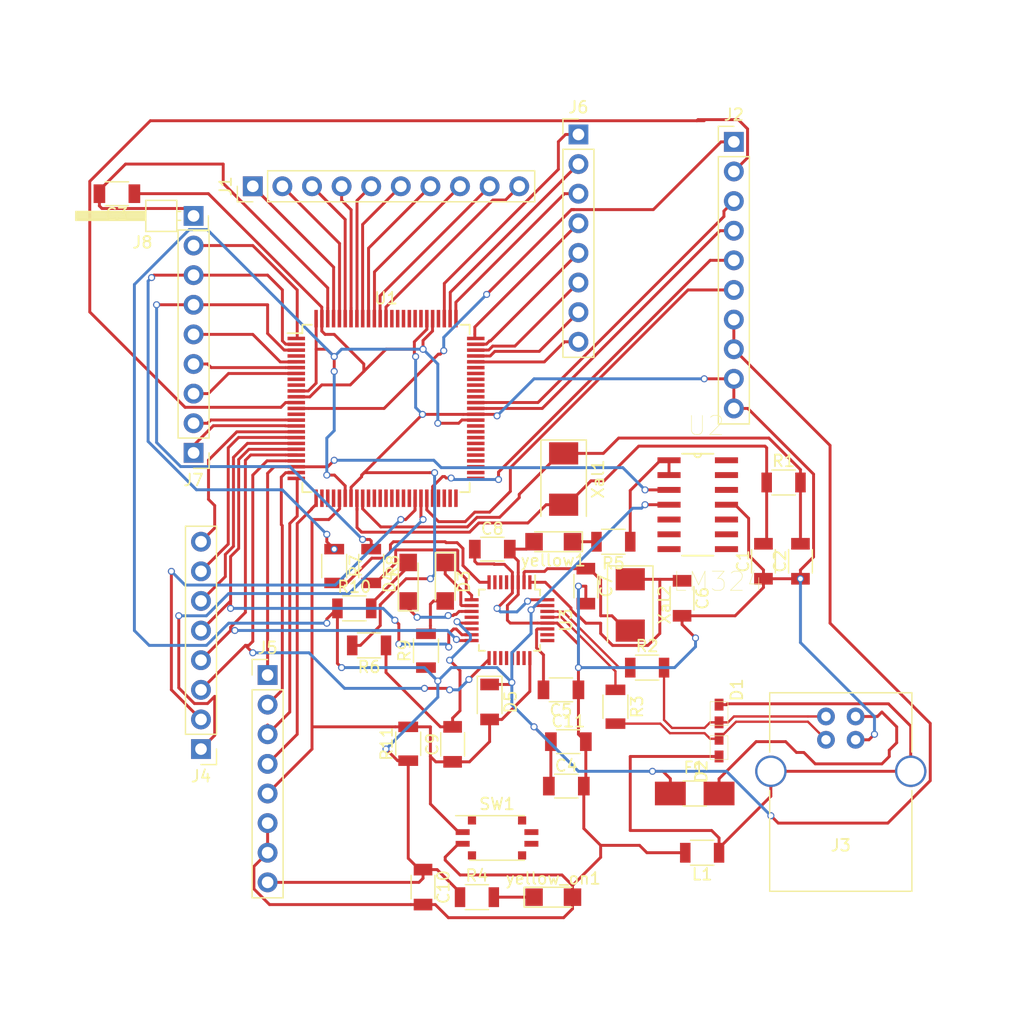
<source format=kicad_pcb>
(kicad_pcb (version 4) (host pcbnew 4.0.6)

  (general
    (links 139)
    (no_connects 0)
    (area 0 0 0 0)
    (thickness 1.6)
    (drawings 5)
    (tracks 791)
    (zones 0)
    (modules 45)
    (nets 126)
  )

  (page A4)
  (layers
    (0 F.Cu signal)
    (31 B.Cu signal)
    (32 B.Adhes user)
    (33 F.Adhes user)
    (34 B.Paste user)
    (35 F.Paste user)
    (36 B.SilkS user)
    (37 F.SilkS user)
    (38 B.Mask user)
    (39 F.Mask user)
    (40 Dwgs.User user)
    (41 Cmts.User user)
    (42 Eco1.User user)
    (43 Eco2.User user)
    (44 Edge.Cuts user)
    (45 Margin user)
    (46 B.CrtYd user)
    (47 F.CrtYd user)
    (48 B.Fab user)
    (49 F.Fab user)
  )

  (setup
    (last_trace_width 0.25)
    (trace_clearance 0.2)
    (zone_clearance 0.508)
    (zone_45_only no)
    (trace_min 0.2)
    (segment_width 0.2)
    (edge_width 0.1)
    (via_size 0.6)
    (via_drill 0.4)
    (via_min_size 0.4)
    (via_min_drill 0.3)
    (uvia_size 0.3)
    (uvia_drill 0.1)
    (uvias_allowed no)
    (uvia_min_size 0.2)
    (uvia_min_drill 0.1)
    (pcb_text_width 0.3)
    (pcb_text_size 1.5 1.5)
    (mod_edge_width 0.15)
    (mod_text_size 1 1)
    (mod_text_width 0.15)
    (pad_size 1 1.6)
    (pad_drill 0)
    (pad_to_mask_clearance 0)
    (aux_axis_origin 0 0)
    (visible_elements 7FFFEFFF)
    (pcbplotparams
      (layerselection 0x00030_80000001)
      (usegerberextensions false)
      (excludeedgelayer true)
      (linewidth 0.100000)
      (plotframeref false)
      (viasonmask false)
      (mode 1)
      (useauxorigin false)
      (hpglpennumber 1)
      (hpglpenspeed 20)
      (hpglpendiameter 15)
      (hpglpenoverlay 2)
      (psnegative false)
      (psa4output false)
      (plotreference true)
      (plotvalue true)
      (plotinvisibletext false)
      (padsonsilk false)
      (subtractmaskfromsilk false)
      (outputformat 1)
      (mirror false)
      (drillshape 1)
      (scaleselection 1)
      (outputdirectory ""))
  )

  (net 0 "")
  (net 1 GND)
  (net 2 "Net-(C1-Pad2)")
  (net 3 "Net-(C2-Pad2)")
  (net 4 /AREF)
  (net 5 VCC)
  (net 6 /UCAP)
  (net 7 "Net-(C6-Pad1)")
  (net 8 "Net-(C7-Pad1)")
  (net 9 /AVCC)
  (net 10 /RESET)
  (net 11 "Net-(C9-Pad2)")
  (net 12 /SHIELD)
  (net 13 /D+)
  (net 14 "Net-(D3-Pad2)")
  (net 15 "Net-(D3-Pad1)")
  (net 16 "Net-(D4-Pad2)")
  (net 17 "Net-(D4-Pad1)")
  (net 18 "Net-(F1-Pad2)")
  (net 19 /a7)
  (net 20 /a6)
  (net 21 /a5)
  (net 22 /a4)
  (net 23 /a3)
  (net 24 /a2)
  (net 25 /a1)
  (net 26 /a0)
  (net 27 /a9)
  (net 28 /a8)
  (net 29 /TXD2)
  (net 30 /RXD2)
  (net 31 /TXD1)
  (net 32 /RXD1)
  (net 33 /RXD3)
  (net 34 /TXD3)
  (net 35 /SDA)
  (net 36 /SCL)
  (net 37 /MISO)
  (net 38 /MOSI)
  (net 39 /SCK)
  (net 40 /SS)
  (net 41 /p6)
  (net 42 /p5)
  (net 43 /p1)
  (net 44 /p2)
  (net 45 /p3)
  (net 46 /p4)
  (net 47 /PA0)
  (net 48 /PA1)
  (net 49 /PA2)
  (net 50 /PA3)
  (net 51 /PA4)
  (net 52 /PA5)
  (net 53 /PA6)
  (net 54 /PA7)
  (net 55 /PH4)
  (net 56 /PH3)
  (net 57 /PE5)
  (net 58 /PE4)
  (net 59 /PE3)
  (net 60 /TX0)
  (net 61 /RX0)
  (net 62 /PG5)
  (net 63 /D-)
  (net 64 "Net-(R4-Pad2)")
  (net 65 "Net-(R5-Pad1)")
  (net 66 "Net-(R5-Pad2)")
  (net 67 "Net-(R7-Pad2)")
  (net 68 "Net-(R8-Pad2)")
  (net 69 "Net-(U1-Pad4)")
  (net 70 "Net-(U1-Pad8)")
  (net 71 "Net-(U1-Pad9)")
  (net 72 "Net-(U1-Pad14)")
  (net 73 "Net-(U1-Pad27)")
  (net 74 "Net-(U1-Pad28)")
  (net 75 "Net-(U1-Pad29)")
  (net 76 "Net-(U1-Pad35)")
  (net 77 "Net-(U1-Pad36)")
  (net 78 "Net-(U1-Pad37)")
  (net 79 "Net-(U1-Pad38)")
  (net 80 "Net-(U1-Pad39)")
  (net 81 "Net-(U1-Pad40)")
  (net 82 "Net-(U1-Pad41)")
  (net 83 "Net-(U1-Pad42)")
  (net 84 "Net-(U1-Pad47)")
  (net 85 "Net-(U1-Pad48)")
  (net 86 "Net-(U1-Pad49)")
  (net 87 "Net-(U1-Pad50)")
  (net 88 "Net-(U1-Pad51)")
  (net 89 "Net-(U1-Pad52)")
  (net 90 "Net-(U1-Pad53)")
  (net 91 "Net-(U1-Pad54)")
  (net 92 "Net-(U1-Pad55)")
  (net 93 "Net-(U1-Pad56)")
  (net 94 "Net-(U1-Pad57)")
  (net 95 "Net-(U1-Pad58)")
  (net 96 "Net-(U1-Pad59)")
  (net 97 "Net-(U1-Pad60)")
  (net 98 "Net-(U1-Pad65)")
  (net 99 "Net-(U1-Pad66)")
  (net 100 "Net-(U1-Pad67)")
  (net 101 "Net-(U1-Pad68)")
  (net 102 "Net-(U1-Pad69)")
  (net 103 "Net-(U1-Pad70)")
  (net 104 "Net-(U1-Pad79)")
  (net 105 "Net-(U1-Pad82)")
  (net 106 "Net-(U1-Pad83)")
  (net 107 "Net-(U1-Pad84)")
  (net 108 "Net-(U1-Pad85)")
  (net 109 "Net-(U1-Pad86)")
  (net 110 "Net-(U1-Pad87)")
  (net 111 "Net-(U3-Pad5)")
  (net 112 "Net-(U3-Pad6)")
  (net 113 "Net-(U3-Pad7)")
  (net 114 "Net-(U3-Pad12)")
  (net 115 "Net-(U3-Pad14)")
  (net 116 "Net-(U3-Pad18)")
  (net 117 "Net-(U3-Pad19)")
  (net 118 "Net-(U3-Pad20)")
  (net 119 "Net-(U3-Pad21)")
  (net 120 "Net-(U3-Pad22)")
  (net 121 "Net-(U3-Pad23)")
  (net 122 "Net-(U3-Pad25)")
  (net 123 "Net-(U3-Pad26)")
  (net 124 /RD-)
  (net 125 /RD+)

  (net_class Default "This is the default net class."
    (clearance 0.2)
    (trace_width 0.25)
    (via_dia 0.6)
    (via_drill 0.4)
    (uvia_dia 0.3)
    (uvia_drill 0.1)
    (add_net /AREF)
    (add_net /AVCC)
    (add_net /D+)
    (add_net /D-)
    (add_net /MISO)
    (add_net /MOSI)
    (add_net /PA0)
    (add_net /PA1)
    (add_net /PA2)
    (add_net /PA3)
    (add_net /PA4)
    (add_net /PA5)
    (add_net /PA6)
    (add_net /PA7)
    (add_net /PE3)
    (add_net /PE4)
    (add_net /PE5)
    (add_net /PG5)
    (add_net /PH3)
    (add_net /PH4)
    (add_net /RD+)
    (add_net /RD-)
    (add_net /RESET)
    (add_net /RX0)
    (add_net /RXD1)
    (add_net /RXD2)
    (add_net /RXD3)
    (add_net /SCK)
    (add_net /SCL)
    (add_net /SDA)
    (add_net /SHIELD)
    (add_net /SS)
    (add_net /TX0)
    (add_net /TXD1)
    (add_net /TXD2)
    (add_net /TXD3)
    (add_net /UCAP)
    (add_net /a0)
    (add_net /a1)
    (add_net /a2)
    (add_net /a3)
    (add_net /a4)
    (add_net /a5)
    (add_net /a6)
    (add_net /a7)
    (add_net /a8)
    (add_net /a9)
    (add_net /p1)
    (add_net /p2)
    (add_net /p3)
    (add_net /p4)
    (add_net /p5)
    (add_net /p6)
    (add_net GND)
    (add_net "Net-(C1-Pad2)")
    (add_net "Net-(C2-Pad2)")
    (add_net "Net-(C6-Pad1)")
    (add_net "Net-(C7-Pad1)")
    (add_net "Net-(C9-Pad2)")
    (add_net "Net-(D3-Pad1)")
    (add_net "Net-(D3-Pad2)")
    (add_net "Net-(D4-Pad1)")
    (add_net "Net-(D4-Pad2)")
    (add_net "Net-(F1-Pad2)")
    (add_net "Net-(R4-Pad2)")
    (add_net "Net-(R5-Pad1)")
    (add_net "Net-(R5-Pad2)")
    (add_net "Net-(R7-Pad2)")
    (add_net "Net-(R8-Pad2)")
    (add_net "Net-(U1-Pad14)")
    (add_net "Net-(U1-Pad27)")
    (add_net "Net-(U1-Pad28)")
    (add_net "Net-(U1-Pad29)")
    (add_net "Net-(U1-Pad35)")
    (add_net "Net-(U1-Pad36)")
    (add_net "Net-(U1-Pad37)")
    (add_net "Net-(U1-Pad38)")
    (add_net "Net-(U1-Pad39)")
    (add_net "Net-(U1-Pad4)")
    (add_net "Net-(U1-Pad40)")
    (add_net "Net-(U1-Pad41)")
    (add_net "Net-(U1-Pad42)")
    (add_net "Net-(U1-Pad47)")
    (add_net "Net-(U1-Pad48)")
    (add_net "Net-(U1-Pad49)")
    (add_net "Net-(U1-Pad50)")
    (add_net "Net-(U1-Pad51)")
    (add_net "Net-(U1-Pad52)")
    (add_net "Net-(U1-Pad53)")
    (add_net "Net-(U1-Pad54)")
    (add_net "Net-(U1-Pad55)")
    (add_net "Net-(U1-Pad56)")
    (add_net "Net-(U1-Pad57)")
    (add_net "Net-(U1-Pad58)")
    (add_net "Net-(U1-Pad59)")
    (add_net "Net-(U1-Pad60)")
    (add_net "Net-(U1-Pad65)")
    (add_net "Net-(U1-Pad66)")
    (add_net "Net-(U1-Pad67)")
    (add_net "Net-(U1-Pad68)")
    (add_net "Net-(U1-Pad69)")
    (add_net "Net-(U1-Pad70)")
    (add_net "Net-(U1-Pad79)")
    (add_net "Net-(U1-Pad8)")
    (add_net "Net-(U1-Pad82)")
    (add_net "Net-(U1-Pad83)")
    (add_net "Net-(U1-Pad84)")
    (add_net "Net-(U1-Pad85)")
    (add_net "Net-(U1-Pad86)")
    (add_net "Net-(U1-Pad87)")
    (add_net "Net-(U1-Pad9)")
    (add_net "Net-(U3-Pad12)")
    (add_net "Net-(U3-Pad14)")
    (add_net "Net-(U3-Pad18)")
    (add_net "Net-(U3-Pad19)")
    (add_net "Net-(U3-Pad20)")
    (add_net "Net-(U3-Pad21)")
    (add_net "Net-(U3-Pad22)")
    (add_net "Net-(U3-Pad23)")
    (add_net "Net-(U3-Pad25)")
    (add_net "Net-(U3-Pad26)")
    (add_net "Net-(U3-Pad5)")
    (add_net "Net-(U3-Pad6)")
    (add_net "Net-(U3-Pad7)")
    (add_net VCC)
  )

  (module Housings_QFP:LQFP-32_5x5mm_Pitch0.5mm (layer F.Cu) (tedit 58CC9A47) (tstamp 5A2976CA)
    (at 123.623 88.642 270)
    (descr "LQFP32: plastic low profile quad flat package; 32 leads; body 5 x 5 x 1.4 mm (see NXP sot401-1_fr.pdf and sot401-1_po.pdf)")
    (tags "QFP 0.5")
    (path /58F1A3EA)
    (attr smd)
    (fp_text reference U3 (at 0 -4.85 270) (layer F.SilkS)
      (effects (font (size 1 1) (thickness 0.15)))
    )
    (fp_text value ATMEGA16U2-AU (at 0 4.85 270) (layer F.Fab)
      (effects (font (size 1 1) (thickness 0.15)))
    )
    (fp_text user %R (at 0 0 270) (layer F.Fab)
      (effects (font (size 1 1) (thickness 0.15)))
    )
    (fp_line (start -1.5 -2.5) (end 2.5 -2.5) (layer F.Fab) (width 0.15))
    (fp_line (start 2.5 -2.5) (end 2.5 2.5) (layer F.Fab) (width 0.15))
    (fp_line (start 2.5 2.5) (end -2.5 2.5) (layer F.Fab) (width 0.15))
    (fp_line (start -2.5 2.5) (end -2.5 -1.5) (layer F.Fab) (width 0.15))
    (fp_line (start -2.5 -1.5) (end -1.5 -2.5) (layer F.Fab) (width 0.15))
    (fp_line (start -4.1 -4.1) (end -4.1 4.1) (layer F.CrtYd) (width 0.05))
    (fp_line (start 4.1 -4.1) (end 4.1 4.1) (layer F.CrtYd) (width 0.05))
    (fp_line (start -4.1 -4.1) (end 4.1 -4.1) (layer F.CrtYd) (width 0.05))
    (fp_line (start -4.1 4.1) (end 4.1 4.1) (layer F.CrtYd) (width 0.05))
    (fp_line (start -2.625 -2.625) (end -2.625 -2.2) (layer F.SilkS) (width 0.15))
    (fp_line (start 2.625 -2.625) (end 2.625 -2.115) (layer F.SilkS) (width 0.15))
    (fp_line (start 2.625 2.625) (end 2.625 2.115) (layer F.SilkS) (width 0.15))
    (fp_line (start -2.625 2.625) (end -2.625 2.115) (layer F.SilkS) (width 0.15))
    (fp_line (start -2.625 -2.625) (end -2.115 -2.625) (layer F.SilkS) (width 0.15))
    (fp_line (start -2.625 2.625) (end -2.115 2.625) (layer F.SilkS) (width 0.15))
    (fp_line (start 2.625 2.625) (end 2.115 2.625) (layer F.SilkS) (width 0.15))
    (fp_line (start 2.625 -2.625) (end 2.115 -2.625) (layer F.SilkS) (width 0.15))
    (fp_line (start -2.625 -2.2) (end -3.85 -2.2) (layer F.SilkS) (width 0.15))
    (pad 1 smd rect (at -3.25 -1.75 270) (size 1.2 0.28) (layers F.Cu F.Paste F.Mask)
      (net 7 "Net-(C6-Pad1)"))
    (pad 2 smd rect (at -3.25 -1.25 270) (size 1.2 0.28) (layers F.Cu F.Paste F.Mask)
      (net 8 "Net-(C7-Pad1)"))
    (pad 3 smd rect (at -3.25 -0.75 270) (size 1.2 0.28) (layers F.Cu F.Paste F.Mask)
      (net 1 GND))
    (pad 4 smd rect (at -3.25 -0.25 270) (size 1.2 0.28) (layers F.Cu F.Paste F.Mask)
      (net 9 /AVCC))
    (pad 5 smd rect (at -3.25 0.25 270) (size 1.2 0.28) (layers F.Cu F.Paste F.Mask)
      (net 111 "Net-(U3-Pad5)"))
    (pad 6 smd rect (at -3.25 0.75 270) (size 1.2 0.28) (layers F.Cu F.Paste F.Mask)
      (net 112 "Net-(U3-Pad6)"))
    (pad 7 smd rect (at -3.25 1.25 270) (size 1.2 0.28) (layers F.Cu F.Paste F.Mask)
      (net 113 "Net-(U3-Pad7)"))
    (pad 8 smd rect (at -3.25 1.75 270) (size 1.2 0.28) (layers F.Cu F.Paste F.Mask)
      (net 67 "Net-(R7-Pad2)"))
    (pad 9 smd rect (at -1.75 3.25) (size 1.2 0.28) (layers F.Cu F.Paste F.Mask)
      (net 68 "Net-(R8-Pad2)"))
    (pad 10 smd rect (at -1.25 3.25) (size 1.2 0.28) (layers F.Cu F.Paste F.Mask)
      (net 15 "Net-(D3-Pad1)"))
    (pad 11 smd rect (at -0.75 3.25) (size 1.2 0.28) (layers F.Cu F.Paste F.Mask)
      (net 17 "Net-(D4-Pad1)"))
    (pad 12 smd rect (at -0.25 3.25) (size 1.2 0.28) (layers F.Cu F.Paste F.Mask)
      (net 114 "Net-(U3-Pad12)"))
    (pad 13 smd rect (at 0.25 3.25) (size 1.2 0.28) (layers F.Cu F.Paste F.Mask)
      (net 11 "Net-(C9-Pad2)"))
    (pad 14 smd rect (at 0.75 3.25) (size 1.2 0.28) (layers F.Cu F.Paste F.Mask)
      (net 115 "Net-(U3-Pad14)"))
    (pad 15 smd rect (at 1.25 3.25) (size 1.2 0.28) (layers F.Cu F.Paste F.Mask)
      (net 39 /SCK))
    (pad 16 smd rect (at 1.75 3.25) (size 1.2 0.28) (layers F.Cu F.Paste F.Mask)
      (net 38 /MOSI))
    (pad 17 smd rect (at 3.25 1.75 270) (size 1.2 0.28) (layers F.Cu F.Paste F.Mask)
      (net 37 /MISO))
    (pad 18 smd rect (at 3.25 1.25 270) (size 1.2 0.28) (layers F.Cu F.Paste F.Mask)
      (net 116 "Net-(U3-Pad18)"))
    (pad 19 smd rect (at 3.25 0.75 270) (size 1.2 0.28) (layers F.Cu F.Paste F.Mask)
      (net 117 "Net-(U3-Pad19)"))
    (pad 20 smd rect (at 3.25 0.25 270) (size 1.2 0.28) (layers F.Cu F.Paste F.Mask)
      (net 118 "Net-(U3-Pad20)"))
    (pad 21 smd rect (at 3.25 -0.25 270) (size 1.2 0.28) (layers F.Cu F.Paste F.Mask)
      (net 119 "Net-(U3-Pad21)"))
    (pad 22 smd rect (at 3.25 -0.75 270) (size 1.2 0.28) (layers F.Cu F.Paste F.Mask)
      (net 120 "Net-(U3-Pad22)"))
    (pad 23 smd rect (at 3.25 -1.25 270) (size 1.2 0.28) (layers F.Cu F.Paste F.Mask)
      (net 121 "Net-(U3-Pad23)"))
    (pad 24 smd rect (at 3.25 -1.75 270) (size 1.2 0.28) (layers F.Cu F.Paste F.Mask)
      (net 10 /RESET))
    (pad 25 smd rect (at 1.75 -3.25) (size 1.2 0.28) (layers F.Cu F.Paste F.Mask)
      (net 122 "Net-(U3-Pad25)"))
    (pad 26 smd rect (at 1.25 -3.25) (size 1.2 0.28) (layers F.Cu F.Paste F.Mask)
      (net 123 "Net-(U3-Pad26)"))
    (pad 27 smd rect (at 0.75 -3.25) (size 1.2 0.28) (layers F.Cu F.Paste F.Mask)
      (net 6 /UCAP))
    (pad 28 smd rect (at 0.25 -3.25) (size 1.2 0.28) (layers F.Cu F.Paste F.Mask)
      (net 1 GND))
    (pad 29 smd rect (at -0.25 -3.25) (size 1.2 0.28) (layers F.Cu F.Paste F.Mask)
      (net 13 /D+))
    (pad 30 smd rect (at -0.75 -3.25) (size 1.2 0.28) (layers F.Cu F.Paste F.Mask)
      (net 63 /D-))
    (pad 31 smd rect (at -1.25 -3.25) (size 1.2 0.28) (layers F.Cu F.Paste F.Mask)
      (net 5 VCC))
    (pad 32 smd rect (at -1.75 -3.25) (size 1.2 0.28) (layers F.Cu F.Paste F.Mask)
      (net 9 /AVCC))
    (model ${KISYS3DMOD}/Housings_QFP.3dshapes/LQFP-32_5x5mm_Pitch0.5mm.wrl
      (at (xyz 0 0 0))
      (scale (xyz 1 1 1))
      (rotate (xyz 0 0 0))
    )
  )

  (module AUV:CG0603 (layer F.Cu) (tedit 5A2286BA) (tstamp 5A268C62)
    (at 141.605 98.81 270)
    (path /5A22912B)
    (fp_text reference D2 (at 2.794 1.524 270) (layer F.SilkS)
      (effects (font (size 1 1) (thickness 0.15)))
    )
    (fp_text value D_TVS (at 2.794 -1.778 270) (layer F.Fab)
      (effects (font (size 1 1) (thickness 0.15)))
    )
    (fp_line (start -0.254 -0.762) (end -0.254 0.762) (layer F.SilkS) (width 0.05))
    (fp_line (start -0.254 0.762) (end 1.778 0.762) (layer F.SilkS) (width 0.05))
    (fp_line (start 1.778 0.762) (end 1.778 -0.762) (layer F.SilkS) (width 0.05))
    (fp_line (start 1.778 -0.762) (end -0.254 -0.762) (layer F.SilkS) (width 0.05))
    (pad 1 smd rect (at 0 0 270) (size 1.02 0.76) (layers F.Cu F.Paste F.Mask)
      (net 125 /RD+))
    (pad 2 smd rect (at 1.52 0 270) (size 1.02 0.76) (layers F.Cu F.Paste F.Mask)
      (net 12 /SHIELD))
  )

  (module Capacitors_SMD:C_1206 (layer F.Cu) (tedit 58AA84B8) (tstamp 5A268C0A)
    (at 130.175 85.725 270)
    (descr "Capacitor SMD 1206, reflow soldering, AVX (see smccp.pdf)")
    (tags "capacitor 1206")
    (path /58E3D9F2)
    (attr smd)
    (fp_text reference C7 (at 0 -1.75 270) (layer F.SilkS)
      (effects (font (size 1 1) (thickness 0.15)))
    )
    (fp_text value 22pF (at 0 2 270) (layer F.Fab)
      (effects (font (size 1 1) (thickness 0.15)))
    )
    (fp_text user %R (at 0 -1.75 270) (layer F.Fab)
      (effects (font (size 1 1) (thickness 0.15)))
    )
    (fp_line (start -1.6 0.8) (end -1.6 -0.8) (layer F.Fab) (width 0.1))
    (fp_line (start 1.6 0.8) (end -1.6 0.8) (layer F.Fab) (width 0.1))
    (fp_line (start 1.6 -0.8) (end 1.6 0.8) (layer F.Fab) (width 0.1))
    (fp_line (start -1.6 -0.8) (end 1.6 -0.8) (layer F.Fab) (width 0.1))
    (fp_line (start 1 -1.02) (end -1 -1.02) (layer F.SilkS) (width 0.12))
    (fp_line (start -1 1.02) (end 1 1.02) (layer F.SilkS) (width 0.12))
    (fp_line (start -2.25 -1.05) (end 2.25 -1.05) (layer F.CrtYd) (width 0.05))
    (fp_line (start -2.25 -1.05) (end -2.25 1.05) (layer F.CrtYd) (width 0.05))
    (fp_line (start 2.25 1.05) (end 2.25 -1.05) (layer F.CrtYd) (width 0.05))
    (fp_line (start 2.25 1.05) (end -2.25 1.05) (layer F.CrtYd) (width 0.05))
    (pad 1 smd rect (at -1.5 0 270) (size 1 1.6) (layers F.Cu F.Paste F.Mask)
      (net 8 "Net-(C7-Pad1)"))
    (pad 2 smd rect (at 1.5 0 270) (size 1 1.6) (layers F.Cu F.Paste F.Mask)
      (net 1 GND))
    (model Capacitors_SMD.3dshapes/C_1206.wrl
      (at (xyz 0 0 0))
      (scale (xyz 1 1 1))
      (rotate (xyz 0 0 0))
    )
  )

  (module Connectors:USB_B (layer F.Cu) (tedit 55B36073) (tstamp 5A268DFE)
    (at 153.32 96.9 270)
    (descr "USB B connector")
    (tags "USB_B USB_DEV")
    (path /5A227953)
    (fp_text reference J3 (at 11.05 1.27 360) (layer F.SilkS)
      (effects (font (size 1 1) (thickness 0.15)))
    )
    (fp_text value USB_B (at 4.7 1.27 360) (layer F.Fab)
      (effects (font (size 1 1) (thickness 0.15)))
    )
    (fp_line (start 15.25 8.9) (end -2.3 8.9) (layer F.CrtYd) (width 0.05))
    (fp_line (start -2.3 8.9) (end -2.3 -6.35) (layer F.CrtYd) (width 0.05))
    (fp_line (start -2.3 -6.35) (end 15.25 -6.35) (layer F.CrtYd) (width 0.05))
    (fp_line (start 15.25 -6.35) (end 15.25 8.9) (layer F.CrtYd) (width 0.05))
    (fp_line (start 6.35 7.37) (end 14.99 7.37) (layer F.SilkS) (width 0.12))
    (fp_line (start -2.03 7.37) (end 3.05 7.37) (layer F.SilkS) (width 0.12))
    (fp_line (start 6.35 -4.83) (end 14.99 -4.83) (layer F.SilkS) (width 0.12))
    (fp_line (start -2.03 -4.83) (end 3.05 -4.83) (layer F.SilkS) (width 0.12))
    (fp_line (start 14.99 -4.83) (end 14.99 7.37) (layer F.SilkS) (width 0.12))
    (fp_line (start -2.03 7.37) (end -2.03 -4.83) (layer F.SilkS) (width 0.12))
    (pad 2 thru_hole circle (at 0 2.54 180) (size 1.52 1.52) (drill 0.81) (layers *.Cu *.Mask)
      (net 124 /RD-))
    (pad 1 thru_hole circle (at 0 0 180) (size 1.52 1.52) (drill 0.81) (layers *.Cu *.Mask)
      (net 18 "Net-(F1-Pad2)"))
    (pad 4 thru_hole circle (at 2 0 180) (size 1.52 1.52) (drill 0.81) (layers *.Cu *.Mask)
      (net 1 GND))
    (pad 3 thru_hole circle (at 2 2.54 180) (size 1.52 1.52) (drill 0.81) (layers *.Cu *.Mask)
      (net 125 /RD+))
    (pad 5 thru_hole circle (at 4.7 7.27 180) (size 2.7 2.7) (drill 2.3) (layers *.Cu *.Mask)
      (net 12 /SHIELD))
    (pad 5 thru_hole circle (at 4.7 -4.73 180) (size 2.7 2.7) (drill 2.3) (layers *.Cu *.Mask)
      (net 12 /SHIELD))
    (model ${KISYS3DMOD}/Connectors.3dshapes/USB_B.wrl
      (at (xyz 0.18 -0.05 0))
      (scale (xyz 0.39 0.39 0.39))
      (rotate (xyz 0 0 -90))
    )
  )

  (module Resistors_SMD:R_1206 (layer F.Cu) (tedit 58E0A804) (tstamp 5A2690CA)
    (at 110.31 87.63)
    (descr "Resistor SMD 1206, reflow soldering, Vishay (see dcrcw.pdf)")
    (tags "resistor 1206")
    (path /5A2376C7)
    (attr smd)
    (fp_text reference R10 (at 0 -1.85) (layer F.SilkS)
      (effects (font (size 1 1) (thickness 0.15)))
    )
    (fp_text value 1k (at 0 1.95) (layer F.Fab)
      (effects (font (size 1 1) (thickness 0.15)))
    )
    (fp_text user %R (at 0 0) (layer F.Fab)
      (effects (font (size 0.7 0.7) (thickness 0.105)))
    )
    (fp_line (start -1.6 0.8) (end -1.6 -0.8) (layer F.Fab) (width 0.1))
    (fp_line (start 1.6 0.8) (end -1.6 0.8) (layer F.Fab) (width 0.1))
    (fp_line (start 1.6 -0.8) (end 1.6 0.8) (layer F.Fab) (width 0.1))
    (fp_line (start -1.6 -0.8) (end 1.6 -0.8) (layer F.Fab) (width 0.1))
    (fp_line (start 1 1.07) (end -1 1.07) (layer F.SilkS) (width 0.12))
    (fp_line (start -1 -1.07) (end 1 -1.07) (layer F.SilkS) (width 0.12))
    (fp_line (start -2.15 -1.11) (end 2.15 -1.11) (layer F.CrtYd) (width 0.05))
    (fp_line (start -2.15 -1.11) (end -2.15 1.1) (layer F.CrtYd) (width 0.05))
    (fp_line (start 2.15 1.1) (end 2.15 -1.11) (layer F.CrtYd) (width 0.05))
    (fp_line (start 2.15 1.1) (end -2.15 1.1) (layer F.CrtYd) (width 0.05))
    (pad 1 smd rect (at -1.45 0) (size 0.9 1.7) (layers F.Cu F.Paste F.Mask)
      (net 5 VCC))
    (pad 2 smd rect (at 1.45 0) (size 0.9 1.7) (layers F.Cu F.Paste F.Mask)
      (net 16 "Net-(D4-Pad2)"))
    (model ${KISYS3DMOD}/Resistors_SMD.3dshapes/R_1206.wrl
      (at (xyz 0 0 0))
      (scale (xyz 1 1 1))
      (rotate (xyz 0 0 0))
    )
  )

  (module Resistors_SMD:R_1206 (layer F.Cu) (tedit 58E0A804) (tstamp 5A2690A8)
    (at 111.76 84 270)
    (descr "Resistor SMD 1206, reflow soldering, Vishay (see dcrcw.pdf)")
    (tags "resistor 1206")
    (path /5925B4BE)
    (attr smd)
    (fp_text reference R8 (at 0 -1.85 270) (layer F.SilkS)
      (effects (font (size 1 1) (thickness 0.15)))
    )
    (fp_text value 1k (at 0 1.95 270) (layer F.Fab)
      (effects (font (size 1 1) (thickness 0.15)))
    )
    (fp_text user %R (at 0 0 270) (layer F.Fab)
      (effects (font (size 0.7 0.7) (thickness 0.105)))
    )
    (fp_line (start -1.6 0.8) (end -1.6 -0.8) (layer F.Fab) (width 0.1))
    (fp_line (start 1.6 0.8) (end -1.6 0.8) (layer F.Fab) (width 0.1))
    (fp_line (start 1.6 -0.8) (end 1.6 0.8) (layer F.Fab) (width 0.1))
    (fp_line (start -1.6 -0.8) (end 1.6 -0.8) (layer F.Fab) (width 0.1))
    (fp_line (start 1 1.07) (end -1 1.07) (layer F.SilkS) (width 0.12))
    (fp_line (start -1 -1.07) (end 1 -1.07) (layer F.SilkS) (width 0.12))
    (fp_line (start -2.15 -1.11) (end 2.15 -1.11) (layer F.CrtYd) (width 0.05))
    (fp_line (start -2.15 -1.11) (end -2.15 1.1) (layer F.CrtYd) (width 0.05))
    (fp_line (start 2.15 1.1) (end 2.15 -1.11) (layer F.CrtYd) (width 0.05))
    (fp_line (start 2.15 1.1) (end -2.15 1.1) (layer F.CrtYd) (width 0.05))
    (pad 1 smd rect (at -1.45 0 270) (size 0.9 1.7) (layers F.Cu F.Paste F.Mask)
      (net 60 /TX0))
    (pad 2 smd rect (at 1.45 0 270) (size 0.9 1.7) (layers F.Cu F.Paste F.Mask)
      (net 68 "Net-(R8-Pad2)"))
    (model ${KISYS3DMOD}/Resistors_SMD.3dshapes/R_1206.wrl
      (at (xyz 0 0 0))
      (scale (xyz 1 1 1))
      (rotate (xyz 0 0 0))
    )
  )

  (module Resistors_SMD:R_1206 (layer F.Cu) (tedit 58E0A804) (tstamp 5A269086)
    (at 111.58 90.805 180)
    (descr "Resistor SMD 1206, reflow soldering, Vishay (see dcrcw.pdf)")
    (tags "resistor 1206")
    (path /5A216A42)
    (attr smd)
    (fp_text reference R6 (at 0 -1.85 180) (layer F.SilkS)
      (effects (font (size 1 1) (thickness 0.15)))
    )
    (fp_text value 1k (at 0 1.95 180) (layer F.Fab)
      (effects (font (size 1 1) (thickness 0.15)))
    )
    (fp_text user %R (at 0 0 180) (layer F.Fab)
      (effects (font (size 0.7 0.7) (thickness 0.105)))
    )
    (fp_line (start -1.6 0.8) (end -1.6 -0.8) (layer F.Fab) (width 0.1))
    (fp_line (start 1.6 0.8) (end -1.6 0.8) (layer F.Fab) (width 0.1))
    (fp_line (start 1.6 -0.8) (end 1.6 0.8) (layer F.Fab) (width 0.1))
    (fp_line (start -1.6 -0.8) (end 1.6 -0.8) (layer F.Fab) (width 0.1))
    (fp_line (start 1 1.07) (end -1 1.07) (layer F.SilkS) (width 0.12))
    (fp_line (start -1 -1.07) (end 1 -1.07) (layer F.SilkS) (width 0.12))
    (fp_line (start -2.15 -1.11) (end 2.15 -1.11) (layer F.CrtYd) (width 0.05))
    (fp_line (start -2.15 -1.11) (end -2.15 1.1) (layer F.CrtYd) (width 0.05))
    (fp_line (start 2.15 1.1) (end 2.15 -1.11) (layer F.CrtYd) (width 0.05))
    (fp_line (start 2.15 1.1) (end -2.15 1.1) (layer F.CrtYd) (width 0.05))
    (pad 1 smd rect (at -1.45 0 180) (size 0.9 1.7) (layers F.Cu F.Paste F.Mask)
      (net 11 "Net-(C9-Pad2)"))
    (pad 2 smd rect (at 1.45 0 180) (size 0.9 1.7) (layers F.Cu F.Paste F.Mask)
      (net 1 GND))
    (model ${KISYS3DMOD}/Resistors_SMD.3dshapes/R_1206.wrl
      (at (xyz 0 0 0))
      (scale (xyz 1 1 1))
      (rotate (xyz 0 0 0))
    )
  )

  (module LM324AMX_NOPB:SOIC127P600X175-14N (layer F.Cu) (tedit 0) (tstamp 5A269358)
    (at 139.7762 78.74)
    (path /5A284A24)
    (attr smd)
    (fp_text reference U2 (at 0.712835 -6.77206) (layer F.SilkS)
      (effects (font (size 1.6438 1.6438) (thickness 0.05)))
    )
    (fp_text value LM324 (at 1.75462 6.5862) (layer F.SilkS)
      (effects (font (size 1.6419 1.6419) (thickness 0.05)))
    )
    (fp_line (start -2.0066 -3.5814) (end -2.0066 -4.0386) (layer Dwgs.User) (width 0))
    (fp_line (start -2.0066 -4.0386) (end -3.0988 -4.0386) (layer Dwgs.User) (width 0))
    (fp_line (start -3.0988 -4.0386) (end -3.0988 -3.5814) (layer Dwgs.User) (width 0))
    (fp_line (start -3.0988 -3.5814) (end -2.0066 -3.5814) (layer Dwgs.User) (width 0))
    (fp_line (start -2.0066 -2.3114) (end -2.0066 -2.7686) (layer Dwgs.User) (width 0))
    (fp_line (start -2.0066 -2.7686) (end -3.0988 -2.7686) (layer Dwgs.User) (width 0))
    (fp_line (start -3.0988 -2.7686) (end -3.0988 -2.3114) (layer Dwgs.User) (width 0))
    (fp_line (start -3.0988 -2.3114) (end -2.0066 -2.3114) (layer Dwgs.User) (width 0))
    (fp_line (start -2.0066 -1.0414) (end -2.0066 -1.4986) (layer Dwgs.User) (width 0))
    (fp_line (start -2.0066 -1.4986) (end -3.0988 -1.4986) (layer Dwgs.User) (width 0))
    (fp_line (start -3.0988 -1.4986) (end -3.0988 -1.0414) (layer Dwgs.User) (width 0))
    (fp_line (start -3.0988 -1.0414) (end -2.0066 -1.0414) (layer Dwgs.User) (width 0))
    (fp_line (start -2.0066 0.2286) (end -2.0066 -0.2286) (layer Dwgs.User) (width 0))
    (fp_line (start -2.0066 -0.2286) (end -3.0988 -0.2286) (layer Dwgs.User) (width 0))
    (fp_line (start -3.0988 -0.2286) (end -3.0988 0.2286) (layer Dwgs.User) (width 0))
    (fp_line (start -3.0988 0.2286) (end -2.0066 0.2286) (layer Dwgs.User) (width 0))
    (fp_line (start -2.0066 1.4986) (end -2.0066 1.0414) (layer Dwgs.User) (width 0))
    (fp_line (start -2.0066 1.0414) (end -3.0988 1.0414) (layer Dwgs.User) (width 0))
    (fp_line (start -3.0988 1.0414) (end -3.0988 1.4986) (layer Dwgs.User) (width 0))
    (fp_line (start -3.0988 1.4986) (end -2.0066 1.4986) (layer Dwgs.User) (width 0))
    (fp_line (start -2.0066 2.7686) (end -2.0066 2.3114) (layer Dwgs.User) (width 0))
    (fp_line (start -2.0066 2.3114) (end -3.0988 2.3114) (layer Dwgs.User) (width 0))
    (fp_line (start -3.0988 2.3114) (end -3.0988 2.7686) (layer Dwgs.User) (width 0))
    (fp_line (start -3.0988 2.7686) (end -2.0066 2.7686) (layer Dwgs.User) (width 0))
    (fp_line (start -2.0066 4.0386) (end -2.0066 3.5814) (layer Dwgs.User) (width 0))
    (fp_line (start -2.0066 3.5814) (end -3.0988 3.5814) (layer Dwgs.User) (width 0))
    (fp_line (start -3.0988 3.5814) (end -3.0988 4.0386) (layer Dwgs.User) (width 0))
    (fp_line (start -3.0988 4.0386) (end -2.0066 4.0386) (layer Dwgs.User) (width 0))
    (fp_line (start 2.0066 3.5814) (end 2.0066 4.0386) (layer Dwgs.User) (width 0))
    (fp_line (start 2.0066 4.0386) (end 3.0988 4.0386) (layer Dwgs.User) (width 0))
    (fp_line (start 3.0988 4.0386) (end 3.0988 3.5814) (layer Dwgs.User) (width 0))
    (fp_line (start 3.0988 3.5814) (end 2.0066 3.5814) (layer Dwgs.User) (width 0))
    (fp_line (start 2.0066 2.3114) (end 2.0066 2.7686) (layer Dwgs.User) (width 0))
    (fp_line (start 2.0066 2.7686) (end 3.0988 2.7686) (layer Dwgs.User) (width 0))
    (fp_line (start 3.0988 2.7686) (end 3.0988 2.3114) (layer Dwgs.User) (width 0))
    (fp_line (start 3.0988 2.3114) (end 2.0066 2.3114) (layer Dwgs.User) (width 0))
    (fp_line (start 2.0066 1.0414) (end 2.0066 1.4986) (layer Dwgs.User) (width 0))
    (fp_line (start 2.0066 1.4986) (end 3.0988 1.4986) (layer Dwgs.User) (width 0))
    (fp_line (start 3.0988 1.4986) (end 3.0988 1.0414) (layer Dwgs.User) (width 0))
    (fp_line (start 3.0988 1.0414) (end 2.0066 1.0414) (layer Dwgs.User) (width 0))
    (fp_line (start 2.0066 -0.2286) (end 2.0066 0.2286) (layer Dwgs.User) (width 0))
    (fp_line (start 2.0066 0.2286) (end 3.0988 0.2286) (layer Dwgs.User) (width 0))
    (fp_line (start 3.0988 0.2286) (end 3.0988 -0.2286) (layer Dwgs.User) (width 0))
    (fp_line (start 3.0988 -0.2286) (end 2.0066 -0.2286) (layer Dwgs.User) (width 0))
    (fp_line (start 2.0066 -1.4986) (end 2.0066 -1.0414) (layer Dwgs.User) (width 0))
    (fp_line (start 2.0066 -1.0414) (end 3.0988 -1.0414) (layer Dwgs.User) (width 0))
    (fp_line (start 3.0988 -1.0414) (end 3.0988 -1.4986) (layer Dwgs.User) (width 0))
    (fp_line (start 3.0988 -1.4986) (end 2.0066 -1.4986) (layer Dwgs.User) (width 0))
    (fp_line (start 2.0066 -2.7686) (end 2.0066 -2.3114) (layer Dwgs.User) (width 0))
    (fp_line (start 2.0066 -2.3114) (end 3.0988 -2.3114) (layer Dwgs.User) (width 0))
    (fp_line (start 3.0988 -2.3114) (end 3.0988 -2.7686) (layer Dwgs.User) (width 0))
    (fp_line (start 3.0988 -2.7686) (end 2.0066 -2.7686) (layer Dwgs.User) (width 0))
    (fp_line (start 2.0066 -4.0386) (end 2.0066 -3.5814) (layer Dwgs.User) (width 0))
    (fp_line (start 2.0066 -3.5814) (end 3.0988 -3.5814) (layer Dwgs.User) (width 0))
    (fp_line (start 3.0988 -3.5814) (end 3.0988 -4.0386) (layer Dwgs.User) (width 0))
    (fp_line (start 3.0988 -4.0386) (end 2.0066 -4.0386) (layer Dwgs.User) (width 0))
    (fp_line (start -2.0066 4.3688) (end 2.0066 4.3688) (layer Dwgs.User) (width 0))
    (fp_line (start 2.0066 4.3688) (end 2.0066 -4.3688) (layer Dwgs.User) (width 0))
    (fp_line (start 2.0066 -4.3688) (end 0.3048 -4.3688) (layer Dwgs.User) (width 0))
    (fp_line (start 0.3048 -4.3688) (end -0.3048 -4.3688) (layer Dwgs.User) (width 0))
    (fp_line (start -0.3048 -4.3688) (end -2.0066 -4.3688) (layer Dwgs.User) (width 0))
    (fp_line (start -2.0066 -4.3688) (end -2.0066 4.3688) (layer Dwgs.User) (width 0))
    (fp_arc (start 0 -4.3688) (end -0.3048 -4.3688) (angle -180) (layer Dwgs.User) (width 0))
    (fp_line (start -1.3462 4.3688) (end 1.3462 4.3688) (layer F.SilkS) (width 0.1524))
    (fp_line (start 1.3462 -4.3688) (end 0.3048 -4.3688) (layer F.SilkS) (width 0.1524))
    (fp_line (start 0.3048 -4.3688) (end -0.3048 -4.3688) (layer F.SilkS) (width 0.1524))
    (fp_line (start -0.3048 -4.3688) (end -1.3462 -4.3688) (layer F.SilkS) (width 0.1524))
    (fp_arc (start 0 -4.3688) (end -0.3048 -4.3688) (angle -180) (layer F.SilkS) (width 0.1524))
    (pad 1 smd rect (at -2.4638 -3.81) (size 1.9812 0.508) (layers F.Cu F.Paste F.Mask)
      (net 65 "Net-(R5-Pad1)"))
    (pad 2 smd rect (at -2.4638 -2.54) (size 1.9812 0.508) (layers F.Cu F.Paste F.Mask)
      (net 65 "Net-(R5-Pad1)"))
    (pad 3 smd rect (at -2.4638 -1.27) (size 1.9812 0.508) (layers F.Cu F.Paste F.Mask)
      (net 43 /p1))
    (pad 4 smd rect (at -2.4638 0) (size 1.9812 0.508) (layers F.Cu F.Paste F.Mask)
      (net 5 VCC))
    (pad 5 smd rect (at -2.4638 1.27) (size 1.9812 0.508) (layers F.Cu F.Paste F.Mask))
    (pad 6 smd rect (at -2.4638 2.54) (size 1.9812 0.508) (layers F.Cu F.Paste F.Mask))
    (pad 7 smd rect (at -2.4638 3.81) (size 1.9812 0.508) (layers F.Cu F.Paste F.Mask))
    (pad 8 smd rect (at 2.4638 3.81) (size 1.9812 0.508) (layers F.Cu F.Paste F.Mask))
    (pad 9 smd rect (at 2.4638 2.54) (size 1.9812 0.508) (layers F.Cu F.Paste F.Mask))
    (pad 10 smd rect (at 2.4638 1.27) (size 1.9812 0.508) (layers F.Cu F.Paste F.Mask))
    (pad 11 smd rect (at 2.4638 0) (size 1.9812 0.508) (layers F.Cu F.Paste F.Mask)
      (net 1 GND))
    (pad 12 smd rect (at 2.4638 -1.27) (size 1.9812 0.508) (layers F.Cu F.Paste F.Mask))
    (pad 13 smd rect (at 2.4638 -2.54) (size 1.9812 0.508) (layers F.Cu F.Paste F.Mask))
    (pad 14 smd rect (at 2.4638 -3.81) (size 1.9812 0.508) (layers F.Cu F.Paste F.Mask))
  )

  (module Capacitors_SMD:C_1206 (layer F.Cu) (tedit 5A269E10) (tstamp 5A268BA4)
    (at 145.415 83.59 90)
    (descr "Capacitor SMD 1206, reflow soldering, AVX (see smccp.pdf)")
    (tags "capacitor 1206")
    (path /58F0C442)
    (attr smd)
    (fp_text reference C1 (at 0 -1.75 90) (layer F.SilkS)
      (effects (font (size 1 1) (thickness 0.15)))
    )
    (fp_text value 22pF (at 0 2 90) (layer F.Fab)
      (effects (font (size 1 1) (thickness 0.15)))
    )
    (fp_text user %R (at 0 -1.75 90) (layer F.Fab)
      (effects (font (size 1 1) (thickness 0.15)))
    )
    (fp_line (start -1.6 0.8) (end -1.6 -0.8) (layer F.Fab) (width 0.1))
    (fp_line (start 1.6 0.8) (end -1.6 0.8) (layer F.Fab) (width 0.1))
    (fp_line (start 1.6 -0.8) (end 1.6 0.8) (layer F.Fab) (width 0.1))
    (fp_line (start -1.6 -0.8) (end 1.6 -0.8) (layer F.Fab) (width 0.1))
    (fp_line (start 1 -1.02) (end -1 -1.02) (layer F.SilkS) (width 0.12))
    (fp_line (start -1 1.02) (end 1 1.02) (layer F.SilkS) (width 0.12))
    (fp_line (start -2.25 -1.05) (end 2.25 -1.05) (layer F.CrtYd) (width 0.05))
    (fp_line (start -2.25 -1.05) (end -2.25 1.05) (layer F.CrtYd) (width 0.05))
    (fp_line (start 2.25 1.05) (end 2.25 -1.05) (layer F.CrtYd) (width 0.05))
    (fp_line (start 2.25 1.05) (end -2.25 1.05) (layer F.CrtYd) (width 0.05))
    (pad 1 smd rect (at -1.5 0 90) (size 1 1.6) (layers F.Cu F.Paste F.Mask)
      (net 1 GND))
    (pad 2 smd rect (at 1.5 0 90) (size 1 1.6) (layers F.Cu F.Paste F.Mask)
      (net 2 "Net-(C1-Pad2)"))
    (model Capacitors_SMD.3dshapes/C_1206.wrl
      (at (xyz 0 0 0))
      (scale (xyz 1 1 1))
      (rotate (xyz 0 0 0))
    )
  )

  (module Capacitors_SMD:C_1206 (layer F.Cu) (tedit 58AA84B8) (tstamp 5A268BB5)
    (at 148.59 83.59 90)
    (descr "Capacitor SMD 1206, reflow soldering, AVX (see smccp.pdf)")
    (tags "capacitor 1206")
    (path /58F0C43C)
    (attr smd)
    (fp_text reference C2 (at 0 -1.75 90) (layer F.SilkS)
      (effects (font (size 1 1) (thickness 0.15)))
    )
    (fp_text value 22pF (at 0 2 90) (layer F.Fab)
      (effects (font (size 1 1) (thickness 0.15)))
    )
    (fp_text user %R (at 0 -1.75 90) (layer F.Fab)
      (effects (font (size 1 1) (thickness 0.15)))
    )
    (fp_line (start -1.6 0.8) (end -1.6 -0.8) (layer F.Fab) (width 0.1))
    (fp_line (start 1.6 0.8) (end -1.6 0.8) (layer F.Fab) (width 0.1))
    (fp_line (start 1.6 -0.8) (end 1.6 0.8) (layer F.Fab) (width 0.1))
    (fp_line (start -1.6 -0.8) (end 1.6 -0.8) (layer F.Fab) (width 0.1))
    (fp_line (start 1 -1.02) (end -1 -1.02) (layer F.SilkS) (width 0.12))
    (fp_line (start -1 1.02) (end 1 1.02) (layer F.SilkS) (width 0.12))
    (fp_line (start -2.25 -1.05) (end 2.25 -1.05) (layer F.CrtYd) (width 0.05))
    (fp_line (start -2.25 -1.05) (end -2.25 1.05) (layer F.CrtYd) (width 0.05))
    (fp_line (start 2.25 1.05) (end 2.25 -1.05) (layer F.CrtYd) (width 0.05))
    (fp_line (start 2.25 1.05) (end -2.25 1.05) (layer F.CrtYd) (width 0.05))
    (pad 1 smd rect (at -1.5 0 90) (size 1 1.6) (layers F.Cu F.Paste F.Mask)
      (net 1 GND))
    (pad 2 smd rect (at 1.5 0 90) (size 1 1.6) (layers F.Cu F.Paste F.Mask)
      (net 3 "Net-(C2-Pad2)"))
    (model Capacitors_SMD.3dshapes/C_1206.wrl
      (at (xyz 0 0 0))
      (scale (xyz 1 1 1))
      (rotate (xyz 0 0 0))
    )
  )

  (module Capacitors_SMD:C_1206 (layer F.Cu) (tedit 58AA84B8) (tstamp 5A268BC6)
    (at 89.94 52.07 180)
    (descr "Capacitor SMD 1206, reflow soldering, AVX (see smccp.pdf)")
    (tags "capacitor 1206")
    (path /58F134BA)
    (attr smd)
    (fp_text reference C3 (at 0 -1.75 180) (layer F.SilkS)
      (effects (font (size 1 1) (thickness 0.15)))
    )
    (fp_text value 100nF (at 0 2 180) (layer F.Fab)
      (effects (font (size 1 1) (thickness 0.15)))
    )
    (fp_text user %R (at 0 -1.75 180) (layer F.Fab)
      (effects (font (size 1 1) (thickness 0.15)))
    )
    (fp_line (start -1.6 0.8) (end -1.6 -0.8) (layer F.Fab) (width 0.1))
    (fp_line (start 1.6 0.8) (end -1.6 0.8) (layer F.Fab) (width 0.1))
    (fp_line (start 1.6 -0.8) (end 1.6 0.8) (layer F.Fab) (width 0.1))
    (fp_line (start -1.6 -0.8) (end 1.6 -0.8) (layer F.Fab) (width 0.1))
    (fp_line (start 1 -1.02) (end -1 -1.02) (layer F.SilkS) (width 0.12))
    (fp_line (start -1 1.02) (end 1 1.02) (layer F.SilkS) (width 0.12))
    (fp_line (start -2.25 -1.05) (end 2.25 -1.05) (layer F.CrtYd) (width 0.05))
    (fp_line (start -2.25 -1.05) (end -2.25 1.05) (layer F.CrtYd) (width 0.05))
    (fp_line (start 2.25 1.05) (end 2.25 -1.05) (layer F.CrtYd) (width 0.05))
    (fp_line (start 2.25 1.05) (end -2.25 1.05) (layer F.CrtYd) (width 0.05))
    (pad 1 smd rect (at -1.5 0 180) (size 1 1.6) (layers F.Cu F.Paste F.Mask)
      (net 1 GND))
    (pad 2 smd rect (at 1.5 0 180) (size 1 1.6) (layers F.Cu F.Paste F.Mask)
      (net 4 /AREF))
    (model Capacitors_SMD.3dshapes/C_1206.wrl
      (at (xyz 0 0 0))
      (scale (xyz 1 1 1))
      (rotate (xyz 0 0 0))
    )
  )

  (module Capacitors_SMD:C_1206 (layer F.Cu) (tedit 58AA84B8) (tstamp 5A268BD7)
    (at 128.5 102.87)
    (descr "Capacitor SMD 1206, reflow soldering, AVX (see smccp.pdf)")
    (tags "capacitor 1206")
    (path /58F10F6F)
    (attr smd)
    (fp_text reference C4 (at 0 -1.75) (layer F.SilkS)
      (effects (font (size 1 1) (thickness 0.15)))
    )
    (fp_text value 100nF (at 0 2) (layer F.Fab)
      (effects (font (size 1 1) (thickness 0.15)))
    )
    (fp_text user %R (at 0 -1.75) (layer F.Fab)
      (effects (font (size 1 1) (thickness 0.15)))
    )
    (fp_line (start -1.6 0.8) (end -1.6 -0.8) (layer F.Fab) (width 0.1))
    (fp_line (start 1.6 0.8) (end -1.6 0.8) (layer F.Fab) (width 0.1))
    (fp_line (start 1.6 -0.8) (end 1.6 0.8) (layer F.Fab) (width 0.1))
    (fp_line (start -1.6 -0.8) (end 1.6 -0.8) (layer F.Fab) (width 0.1))
    (fp_line (start 1 -1.02) (end -1 -1.02) (layer F.SilkS) (width 0.12))
    (fp_line (start -1 1.02) (end 1 1.02) (layer F.SilkS) (width 0.12))
    (fp_line (start -2.25 -1.05) (end 2.25 -1.05) (layer F.CrtYd) (width 0.05))
    (fp_line (start -2.25 -1.05) (end -2.25 1.05) (layer F.CrtYd) (width 0.05))
    (fp_line (start 2.25 1.05) (end 2.25 -1.05) (layer F.CrtYd) (width 0.05))
    (fp_line (start 2.25 1.05) (end -2.25 1.05) (layer F.CrtYd) (width 0.05))
    (pad 1 smd rect (at -1.5 0) (size 1 1.6) (layers F.Cu F.Paste F.Mask)
      (net 5 VCC))
    (pad 2 smd rect (at 1.5 0) (size 1 1.6) (layers F.Cu F.Paste F.Mask)
      (net 1 GND))
    (model Capacitors_SMD.3dshapes/C_1206.wrl
      (at (xyz 0 0 0))
      (scale (xyz 1 1 1))
      (rotate (xyz 0 0 0))
    )
  )

  (module Capacitors_SMD:C_1206 (layer F.Cu) (tedit 58AA84B8) (tstamp 5A268BE8)
    (at 128.04 94.615 180)
    (descr "Capacitor SMD 1206, reflow soldering, AVX (see smccp.pdf)")
    (tags "capacitor 1206")
    (path /58F2007A)
    (attr smd)
    (fp_text reference C5 (at 0 -1.75 180) (layer F.SilkS)
      (effects (font (size 1 1) (thickness 0.15)))
    )
    (fp_text value 100nF (at 0 2 180) (layer F.Fab)
      (effects (font (size 1 1) (thickness 0.15)))
    )
    (fp_text user %R (at 0 -1.75 180) (layer F.Fab)
      (effects (font (size 1 1) (thickness 0.15)))
    )
    (fp_line (start -1.6 0.8) (end -1.6 -0.8) (layer F.Fab) (width 0.1))
    (fp_line (start 1.6 0.8) (end -1.6 0.8) (layer F.Fab) (width 0.1))
    (fp_line (start 1.6 -0.8) (end 1.6 0.8) (layer F.Fab) (width 0.1))
    (fp_line (start -1.6 -0.8) (end 1.6 -0.8) (layer F.Fab) (width 0.1))
    (fp_line (start 1 -1.02) (end -1 -1.02) (layer F.SilkS) (width 0.12))
    (fp_line (start -1 1.02) (end 1 1.02) (layer F.SilkS) (width 0.12))
    (fp_line (start -2.25 -1.05) (end 2.25 -1.05) (layer F.CrtYd) (width 0.05))
    (fp_line (start -2.25 -1.05) (end -2.25 1.05) (layer F.CrtYd) (width 0.05))
    (fp_line (start 2.25 1.05) (end 2.25 -1.05) (layer F.CrtYd) (width 0.05))
    (fp_line (start 2.25 1.05) (end -2.25 1.05) (layer F.CrtYd) (width 0.05))
    (pad 1 smd rect (at -1.5 0 180) (size 1 1.6) (layers F.Cu F.Paste F.Mask)
      (net 1 GND))
    (pad 2 smd rect (at 1.5 0 180) (size 1 1.6) (layers F.Cu F.Paste F.Mask)
      (net 6 /UCAP))
    (model Capacitors_SMD.3dshapes/C_1206.wrl
      (at (xyz 0 0 0))
      (scale (xyz 1 1 1))
      (rotate (xyz 0 0 0))
    )
  )

  (module Capacitors_SMD:C_1206 (layer F.Cu) (tedit 58AA84B8) (tstamp 5A268BF9)
    (at 138.43 86.765 270)
    (descr "Capacitor SMD 1206, reflow soldering, AVX (see smccp.pdf)")
    (tags "capacitor 1206")
    (path /58E3D9B5)
    (attr smd)
    (fp_text reference C6 (at 0 -1.75 270) (layer F.SilkS)
      (effects (font (size 1 1) (thickness 0.15)))
    )
    (fp_text value 22pF (at 0 2 270) (layer F.Fab)
      (effects (font (size 1 1) (thickness 0.15)))
    )
    (fp_text user %R (at 0 -1.75 270) (layer F.Fab)
      (effects (font (size 1 1) (thickness 0.15)))
    )
    (fp_line (start -1.6 0.8) (end -1.6 -0.8) (layer F.Fab) (width 0.1))
    (fp_line (start 1.6 0.8) (end -1.6 0.8) (layer F.Fab) (width 0.1))
    (fp_line (start 1.6 -0.8) (end 1.6 0.8) (layer F.Fab) (width 0.1))
    (fp_line (start -1.6 -0.8) (end 1.6 -0.8) (layer F.Fab) (width 0.1))
    (fp_line (start 1 -1.02) (end -1 -1.02) (layer F.SilkS) (width 0.12))
    (fp_line (start -1 1.02) (end 1 1.02) (layer F.SilkS) (width 0.12))
    (fp_line (start -2.25 -1.05) (end 2.25 -1.05) (layer F.CrtYd) (width 0.05))
    (fp_line (start -2.25 -1.05) (end -2.25 1.05) (layer F.CrtYd) (width 0.05))
    (fp_line (start 2.25 1.05) (end 2.25 -1.05) (layer F.CrtYd) (width 0.05))
    (fp_line (start 2.25 1.05) (end -2.25 1.05) (layer F.CrtYd) (width 0.05))
    (pad 1 smd rect (at -1.5 0 270) (size 1 1.6) (layers F.Cu F.Paste F.Mask)
      (net 7 "Net-(C6-Pad1)"))
    (pad 2 smd rect (at 1.5 0 270) (size 1 1.6) (layers F.Cu F.Paste F.Mask)
      (net 1 GND))
    (model Capacitors_SMD.3dshapes/C_1206.wrl
      (at (xyz 0 0 0))
      (scale (xyz 1 1 1))
      (rotate (xyz 0 0 0))
    )
  )

  (module Capacitors_SMD:C_1206 (layer F.Cu) (tedit 58AA84B8) (tstamp 5A268C1B)
    (at 122.15 82.55)
    (descr "Capacitor SMD 1206, reflow soldering, AVX (see smccp.pdf)")
    (tags "capacitor 1206")
    (path /59278938)
    (attr smd)
    (fp_text reference C8 (at 0 -1.75) (layer F.SilkS)
      (effects (font (size 1 1) (thickness 0.15)))
    )
    (fp_text value 100nF (at 0 2) (layer F.Fab)
      (effects (font (size 1 1) (thickness 0.15)))
    )
    (fp_text user %R (at 0 -1.75) (layer F.Fab)
      (effects (font (size 1 1) (thickness 0.15)))
    )
    (fp_line (start -1.6 0.8) (end -1.6 -0.8) (layer F.Fab) (width 0.1))
    (fp_line (start 1.6 0.8) (end -1.6 0.8) (layer F.Fab) (width 0.1))
    (fp_line (start 1.6 -0.8) (end 1.6 0.8) (layer F.Fab) (width 0.1))
    (fp_line (start -1.6 -0.8) (end 1.6 -0.8) (layer F.Fab) (width 0.1))
    (fp_line (start 1 -1.02) (end -1 -1.02) (layer F.SilkS) (width 0.12))
    (fp_line (start -1 1.02) (end 1 1.02) (layer F.SilkS) (width 0.12))
    (fp_line (start -2.25 -1.05) (end 2.25 -1.05) (layer F.CrtYd) (width 0.05))
    (fp_line (start -2.25 -1.05) (end -2.25 1.05) (layer F.CrtYd) (width 0.05))
    (fp_line (start 2.25 1.05) (end 2.25 -1.05) (layer F.CrtYd) (width 0.05))
    (fp_line (start 2.25 1.05) (end -2.25 1.05) (layer F.CrtYd) (width 0.05))
    (pad 1 smd rect (at -1.5 0) (size 1 1.6) (layers F.Cu F.Paste F.Mask)
      (net 9 /AVCC))
    (pad 2 smd rect (at 1.5 0) (size 1 1.6) (layers F.Cu F.Paste F.Mask)
      (net 1 GND))
    (model Capacitors_SMD.3dshapes/C_1206.wrl
      (at (xyz 0 0 0))
      (scale (xyz 1 1 1))
      (rotate (xyz 0 0 0))
    )
  )

  (module Capacitors_SMD:C_1206 (layer F.Cu) (tedit 58AA84B8) (tstamp 5A268C2C)
    (at 118.745 99.29 90)
    (descr "Capacitor SMD 1206, reflow soldering, AVX (see smccp.pdf)")
    (tags "capacitor 1206")
    (path /5A21699F)
    (attr smd)
    (fp_text reference C9 (at 0 -1.75 90) (layer F.SilkS)
      (effects (font (size 1 1) (thickness 0.15)))
    )
    (fp_text value 100nF (at 0 2 90) (layer F.Fab)
      (effects (font (size 1 1) (thickness 0.15)))
    )
    (fp_text user %R (at 0 -1.75 90) (layer F.Fab)
      (effects (font (size 1 1) (thickness 0.15)))
    )
    (fp_line (start -1.6 0.8) (end -1.6 -0.8) (layer F.Fab) (width 0.1))
    (fp_line (start 1.6 0.8) (end -1.6 0.8) (layer F.Fab) (width 0.1))
    (fp_line (start 1.6 -0.8) (end 1.6 0.8) (layer F.Fab) (width 0.1))
    (fp_line (start -1.6 -0.8) (end 1.6 -0.8) (layer F.Fab) (width 0.1))
    (fp_line (start 1 -1.02) (end -1 -1.02) (layer F.SilkS) (width 0.12))
    (fp_line (start -1 1.02) (end 1 1.02) (layer F.SilkS) (width 0.12))
    (fp_line (start -2.25 -1.05) (end 2.25 -1.05) (layer F.CrtYd) (width 0.05))
    (fp_line (start -2.25 -1.05) (end -2.25 1.05) (layer F.CrtYd) (width 0.05))
    (fp_line (start 2.25 1.05) (end 2.25 -1.05) (layer F.CrtYd) (width 0.05))
    (fp_line (start 2.25 1.05) (end -2.25 1.05) (layer F.CrtYd) (width 0.05))
    (pad 1 smd rect (at -1.5 0 90) (size 1 1.6) (layers F.Cu F.Paste F.Mask)
      (net 10 /RESET))
    (pad 2 smd rect (at 1.5 0 90) (size 1 1.6) (layers F.Cu F.Paste F.Mask)
      (net 11 "Net-(C9-Pad2)"))
    (model Capacitors_SMD.3dshapes/C_1206.wrl
      (at (xyz 0 0 0))
      (scale (xyz 1 1 1))
      (rotate (xyz 0 0 0))
    )
  )

  (module Capacitors_SMD:C_1206 (layer F.Cu) (tedit 58AA84B8) (tstamp 5A268C3D)
    (at 116.205 111.53 270)
    (descr "Capacitor SMD 1206, reflow soldering, AVX (see smccp.pdf)")
    (tags "capacitor 1206")
    (path /5A25D2B1)
    (attr smd)
    (fp_text reference C10 (at 0 -1.75 270) (layer F.SilkS)
      (effects (font (size 1 1) (thickness 0.15)))
    )
    (fp_text value 100nF (at 0 2 270) (layer F.Fab)
      (effects (font (size 1 1) (thickness 0.15)))
    )
    (fp_text user %R (at 0 -1.75 270) (layer F.Fab)
      (effects (font (size 1 1) (thickness 0.15)))
    )
    (fp_line (start -1.6 0.8) (end -1.6 -0.8) (layer F.Fab) (width 0.1))
    (fp_line (start 1.6 0.8) (end -1.6 0.8) (layer F.Fab) (width 0.1))
    (fp_line (start 1.6 -0.8) (end 1.6 0.8) (layer F.Fab) (width 0.1))
    (fp_line (start -1.6 -0.8) (end 1.6 -0.8) (layer F.Fab) (width 0.1))
    (fp_line (start 1 -1.02) (end -1 -1.02) (layer F.SilkS) (width 0.12))
    (fp_line (start -1 1.02) (end 1 1.02) (layer F.SilkS) (width 0.12))
    (fp_line (start -2.25 -1.05) (end 2.25 -1.05) (layer F.CrtYd) (width 0.05))
    (fp_line (start -2.25 -1.05) (end -2.25 1.05) (layer F.CrtYd) (width 0.05))
    (fp_line (start 2.25 1.05) (end 2.25 -1.05) (layer F.CrtYd) (width 0.05))
    (fp_line (start 2.25 1.05) (end -2.25 1.05) (layer F.CrtYd) (width 0.05))
    (pad 1 smd rect (at -1.5 0 270) (size 1 1.6) (layers F.Cu F.Paste F.Mask)
      (net 5 VCC))
    (pad 2 smd rect (at 1.5 0 270) (size 1 1.6) (layers F.Cu F.Paste F.Mask)
      (net 1 GND))
    (model Capacitors_SMD.3dshapes/C_1206.wrl
      (at (xyz 0 0 0))
      (scale (xyz 1 1 1))
      (rotate (xyz 0 0 0))
    )
  )

  (module Capacitors_SMD:C_1206 (layer F.Cu) (tedit 58AA84B8) (tstamp 5A268C4E)
    (at 128.675 99.06)
    (descr "Capacitor SMD 1206, reflow soldering, AVX (see smccp.pdf)")
    (tags "capacitor 1206")
    (path /5A25D21C)
    (attr smd)
    (fp_text reference C11 (at 0 -1.75) (layer F.SilkS)
      (effects (font (size 1 1) (thickness 0.15)))
    )
    (fp_text value 100nF (at 0 2) (layer F.Fab)
      (effects (font (size 1 1) (thickness 0.15)))
    )
    (fp_text user %R (at 0 -1.75) (layer F.Fab)
      (effects (font (size 1 1) (thickness 0.15)))
    )
    (fp_line (start -1.6 0.8) (end -1.6 -0.8) (layer F.Fab) (width 0.1))
    (fp_line (start 1.6 0.8) (end -1.6 0.8) (layer F.Fab) (width 0.1))
    (fp_line (start 1.6 -0.8) (end 1.6 0.8) (layer F.Fab) (width 0.1))
    (fp_line (start -1.6 -0.8) (end 1.6 -0.8) (layer F.Fab) (width 0.1))
    (fp_line (start 1 -1.02) (end -1 -1.02) (layer F.SilkS) (width 0.12))
    (fp_line (start -1 1.02) (end 1 1.02) (layer F.SilkS) (width 0.12))
    (fp_line (start -2.25 -1.05) (end 2.25 -1.05) (layer F.CrtYd) (width 0.05))
    (fp_line (start -2.25 -1.05) (end -2.25 1.05) (layer F.CrtYd) (width 0.05))
    (fp_line (start 2.25 1.05) (end 2.25 -1.05) (layer F.CrtYd) (width 0.05))
    (fp_line (start 2.25 1.05) (end -2.25 1.05) (layer F.CrtYd) (width 0.05))
    (pad 1 smd rect (at -1.5 0) (size 1 1.6) (layers F.Cu F.Paste F.Mask)
      (net 5 VCC))
    (pad 2 smd rect (at 1.5 0) (size 1 1.6) (layers F.Cu F.Paste F.Mask)
      (net 1 GND))
    (model Capacitors_SMD.3dshapes/C_1206.wrl
      (at (xyz 0 0 0))
      (scale (xyz 1 1 1))
      (rotate (xyz 0 0 0))
    )
  )

  (module AUV:CG0603 (layer F.Cu) (tedit 5A2286BA) (tstamp 5A268C58)
    (at 141.605 97.405 90)
    (path /5A2292C6)
    (fp_text reference D1 (at 2.794 1.524 90) (layer F.SilkS)
      (effects (font (size 1 1) (thickness 0.15)))
    )
    (fp_text value D_TVS (at 2.794 -1.778 90) (layer F.Fab)
      (effects (font (size 1 1) (thickness 0.15)))
    )
    (fp_line (start -0.254 -0.762) (end -0.254 0.762) (layer F.SilkS) (width 0.05))
    (fp_line (start -0.254 0.762) (end 1.778 0.762) (layer F.SilkS) (width 0.05))
    (fp_line (start 1.778 0.762) (end 1.778 -0.762) (layer F.SilkS) (width 0.05))
    (fp_line (start 1.778 -0.762) (end -0.254 -0.762) (layer F.SilkS) (width 0.05))
    (pad 1 smd rect (at 0 0 90) (size 1.02 0.76) (layers F.Cu F.Paste F.Mask)
      (net 124 /RD-))
    (pad 2 smd rect (at 1.52 0 90) (size 1.02 0.76) (layers F.Cu F.Paste F.Mask)
      (net 12 /SHIELD))
  )

  (module LEDs:LED_1206 (layer F.Cu) (tedit 57FE943C) (tstamp 5A268C77)
    (at 118.11 85.345 270)
    (descr "LED 1206 smd package")
    (tags "LED led 1206 SMD smd SMT smt smdled SMDLED smtled SMTLED")
    (path /5A236C9A)
    (attr smd)
    (fp_text reference D3 (at 0 -1.6 270) (layer F.SilkS)
      (effects (font (size 1 1) (thickness 0.15)))
    )
    (fp_text value LED (at 0 1.7 270) (layer F.Fab)
      (effects (font (size 1 1) (thickness 0.15)))
    )
    (fp_line (start -2.5 -0.85) (end -2.5 0.85) (layer F.SilkS) (width 0.12))
    (fp_line (start -0.45 -0.4) (end -0.45 0.4) (layer F.Fab) (width 0.1))
    (fp_line (start -0.4 0) (end 0.2 -0.4) (layer F.Fab) (width 0.1))
    (fp_line (start 0.2 0.4) (end -0.4 0) (layer F.Fab) (width 0.1))
    (fp_line (start 0.2 -0.4) (end 0.2 0.4) (layer F.Fab) (width 0.1))
    (fp_line (start 1.6 0.8) (end -1.6 0.8) (layer F.Fab) (width 0.1))
    (fp_line (start 1.6 -0.8) (end 1.6 0.8) (layer F.Fab) (width 0.1))
    (fp_line (start -1.6 -0.8) (end 1.6 -0.8) (layer F.Fab) (width 0.1))
    (fp_line (start -1.6 0.8) (end -1.6 -0.8) (layer F.Fab) (width 0.1))
    (fp_line (start -2.45 0.85) (end 1.6 0.85) (layer F.SilkS) (width 0.12))
    (fp_line (start -2.45 -0.85) (end 1.6 -0.85) (layer F.SilkS) (width 0.12))
    (fp_line (start 2.65 -1) (end 2.65 1) (layer F.CrtYd) (width 0.05))
    (fp_line (start 2.65 1) (end -2.65 1) (layer F.CrtYd) (width 0.05))
    (fp_line (start -2.65 1) (end -2.65 -1) (layer F.CrtYd) (width 0.05))
    (fp_line (start -2.65 -1) (end 2.65 -1) (layer F.CrtYd) (width 0.05))
    (pad 2 smd rect (at 1.65 0 90) (size 1.5 1.5) (layers F.Cu F.Paste F.Mask)
      (net 14 "Net-(D3-Pad2)"))
    (pad 1 smd rect (at -1.65 0 90) (size 1.5 1.5) (layers F.Cu F.Paste F.Mask)
      (net 15 "Net-(D3-Pad1)"))
    (model ${KISYS3DMOD}/LEDs.3dshapes/LED_1206.wrl
      (at (xyz 0 0 0))
      (scale (xyz 1 1 1))
      (rotate (xyz 0 0 180))
    )
  )

  (module LEDs:LED_1206 (layer F.Cu) (tedit 57FE943C) (tstamp 5A268C8C)
    (at 114.935 85.345 90)
    (descr "LED 1206 smd package")
    (tags "LED led 1206 SMD smd SMT smt smdled SMDLED smtled SMTLED")
    (path /5A236D87)
    (attr smd)
    (fp_text reference D4 (at 0 -1.6 90) (layer F.SilkS)
      (effects (font (size 1 1) (thickness 0.15)))
    )
    (fp_text value LED (at 0 1.7 90) (layer F.Fab)
      (effects (font (size 1 1) (thickness 0.15)))
    )
    (fp_line (start -2.5 -0.85) (end -2.5 0.85) (layer F.SilkS) (width 0.12))
    (fp_line (start -0.45 -0.4) (end -0.45 0.4) (layer F.Fab) (width 0.1))
    (fp_line (start -0.4 0) (end 0.2 -0.4) (layer F.Fab) (width 0.1))
    (fp_line (start 0.2 0.4) (end -0.4 0) (layer F.Fab) (width 0.1))
    (fp_line (start 0.2 -0.4) (end 0.2 0.4) (layer F.Fab) (width 0.1))
    (fp_line (start 1.6 0.8) (end -1.6 0.8) (layer F.Fab) (width 0.1))
    (fp_line (start 1.6 -0.8) (end 1.6 0.8) (layer F.Fab) (width 0.1))
    (fp_line (start -1.6 -0.8) (end 1.6 -0.8) (layer F.Fab) (width 0.1))
    (fp_line (start -1.6 0.8) (end -1.6 -0.8) (layer F.Fab) (width 0.1))
    (fp_line (start -2.45 0.85) (end 1.6 0.85) (layer F.SilkS) (width 0.12))
    (fp_line (start -2.45 -0.85) (end 1.6 -0.85) (layer F.SilkS) (width 0.12))
    (fp_line (start 2.65 -1) (end 2.65 1) (layer F.CrtYd) (width 0.05))
    (fp_line (start 2.65 1) (end -2.65 1) (layer F.CrtYd) (width 0.05))
    (fp_line (start -2.65 1) (end -2.65 -1) (layer F.CrtYd) (width 0.05))
    (fp_line (start -2.65 -1) (end 2.65 -1) (layer F.CrtYd) (width 0.05))
    (pad 2 smd rect (at 1.65 0 270) (size 1.5 1.5) (layers F.Cu F.Paste F.Mask)
      (net 16 "Net-(D4-Pad2)"))
    (pad 1 smd rect (at -1.65 0 270) (size 1.5 1.5) (layers F.Cu F.Paste F.Mask)
      (net 17 "Net-(D4-Pad1)"))
    (model ${KISYS3DMOD}/LEDs.3dshapes/LED_1206.wrl
      (at (xyz 0 0 0))
      (scale (xyz 1 1 1))
      (rotate (xyz 0 0 180))
    )
  )

  (module Diodes_SMD:D_1206 (layer F.Cu) (tedit 590CEAF5) (tstamp 5A268CA4)
    (at 121.92 95.655 270)
    (descr "Diode SMD 1206, reflow soldering http://datasheets.avx.com/schottky.pdf")
    (tags "Diode 1206")
    (path /5A216E49)
    (attr smd)
    (fp_text reference D5 (at 0 -1.8 270) (layer F.SilkS)
      (effects (font (size 1 1) (thickness 0.15)))
    )
    (fp_text value D (at 0 1.9 270) (layer F.Fab)
      (effects (font (size 1 1) (thickness 0.15)))
    )
    (fp_text user %R (at 0 -1.8 270) (layer F.Fab)
      (effects (font (size 1 1) (thickness 0.15)))
    )
    (fp_line (start -0.254 -0.254) (end -0.254 0.254) (layer F.Fab) (width 0.1))
    (fp_line (start 0.127 0) (end 0.381 0) (layer F.Fab) (width 0.1))
    (fp_line (start -0.254 0) (end -0.508 0) (layer F.Fab) (width 0.1))
    (fp_line (start 0.127 0.254) (end -0.254 0) (layer F.Fab) (width 0.1))
    (fp_line (start 0.127 -0.254) (end 0.127 0.254) (layer F.Fab) (width 0.1))
    (fp_line (start -0.254 0) (end 0.127 -0.254) (layer F.Fab) (width 0.1))
    (fp_line (start -2.2 -1.06) (end -2.2 1.06) (layer F.SilkS) (width 0.12))
    (fp_line (start -1.7 0.95) (end -1.7 -0.95) (layer F.Fab) (width 0.1))
    (fp_line (start 1.7 0.95) (end -1.7 0.95) (layer F.Fab) (width 0.1))
    (fp_line (start 1.7 -0.95) (end 1.7 0.95) (layer F.Fab) (width 0.1))
    (fp_line (start -1.7 -0.95) (end 1.7 -0.95) (layer F.Fab) (width 0.1))
    (fp_line (start -2.3 -1.16) (end 2.3 -1.16) (layer F.CrtYd) (width 0.05))
    (fp_line (start -2.3 1.16) (end 2.3 1.16) (layer F.CrtYd) (width 0.05))
    (fp_line (start -2.3 -1.16) (end -2.3 1.16) (layer F.CrtYd) (width 0.05))
    (fp_line (start 2.3 -1.16) (end 2.3 1.16) (layer F.CrtYd) (width 0.05))
    (fp_line (start 1 -1.06) (end -2.2 -1.06) (layer F.SilkS) (width 0.12))
    (fp_line (start -2.2 1.06) (end 1 1.06) (layer F.SilkS) (width 0.12))
    (pad 1 smd rect (at -1.5 0 270) (size 1 1.6) (layers F.Cu F.Paste F.Mask)
      (net 5 VCC))
    (pad 2 smd rect (at 1.5 0 270) (size 1 1.6) (layers F.Cu F.Paste F.Mask)
      (net 10 /RESET))
    (model ${KISYS3DMOD}/Diodes_SMD.3dshapes/D_1206.wrl
      (at (xyz 0 0 0))
      (scale (xyz 1 1 1))
      (rotate (xyz 0 0 0))
    )
  )

  (module Fuse_Holders_and_Fuses:Fuse_SMD1206_HandSoldering (layer F.Cu) (tedit 0) (tstamp 5A268CB4)
    (at 139.515 103.505)
    (descr "Fuse, Sicherung, SMD1206, Littlefuse-Wickmann 433 Series, Hand Soldering,")
    (tags "Fuse Sicherung SMD1206 Littlefuse-Wickmann 433 Series Hand Soldering ")
    (path /58F1F988)
    (attr smd)
    (fp_text reference F1 (at -0.05 -2.2) (layer F.SilkS)
      (effects (font (size 1 1) (thickness 0.15)))
    )
    (fp_text value Fuse (at -0.15 2.5) (layer F.Fab)
      (effects (font (size 1 1) (thickness 0.15)))
    )
    (fp_line (start -1.6 0.8) (end -1.6 -0.8) (layer F.Fab) (width 0.1))
    (fp_line (start 1.6 0.8) (end -1.6 0.8) (layer F.Fab) (width 0.1))
    (fp_line (start 1.6 -0.8) (end 1.6 0.8) (layer F.Fab) (width 0.1))
    (fp_line (start -1.6 -0.8) (end 1.6 -0.8) (layer F.Fab) (width 0.1))
    (fp_line (start 1 1.07) (end -1 1.07) (layer F.SilkS) (width 0.12))
    (fp_line (start -1 -1.07) (end 1 -1.07) (layer F.SilkS) (width 0.12))
    (fp_line (start -3.35 -1.58) (end 3.35 -1.58) (layer F.CrtYd) (width 0.05))
    (fp_line (start -3.35 -1.58) (end -3.35 1.58) (layer F.CrtYd) (width 0.05))
    (fp_line (start 3.35 1.58) (end 3.35 -1.58) (layer F.CrtYd) (width 0.05))
    (fp_line (start 3.35 1.58) (end -3.35 1.58) (layer F.CrtYd) (width 0.05))
    (pad 1 smd rect (at -2.09 0 90) (size 2.03 2.65) (layers F.Cu F.Paste F.Mask)
      (net 5 VCC))
    (pad 2 smd rect (at 2.09 0 90) (size 2.03 2.65) (layers F.Cu F.Paste F.Mask)
      (net 18 "Net-(F1-Pad2)"))
  )

  (module Resistors_SMD:R_1206 (layer F.Cu) (tedit 58E0A804) (tstamp 5A269020)
    (at 140.155 108.585 180)
    (descr "Resistor SMD 1206, reflow soldering, Vishay (see dcrcw.pdf)")
    (tags "resistor 1206")
    (path /5A220555)
    (attr smd)
    (fp_text reference L1 (at 0 -1.85 180) (layer F.SilkS)
      (effects (font (size 1 1) (thickness 0.15)))
    )
    (fp_text value Ferrite_Bead (at 0 1.95 180) (layer F.Fab)
      (effects (font (size 1 1) (thickness 0.15)))
    )
    (fp_text user %R (at 0 0 180) (layer F.Fab)
      (effects (font (size 0.7 0.7) (thickness 0.105)))
    )
    (fp_line (start -1.6 0.8) (end -1.6 -0.8) (layer F.Fab) (width 0.1))
    (fp_line (start 1.6 0.8) (end -1.6 0.8) (layer F.Fab) (width 0.1))
    (fp_line (start 1.6 -0.8) (end 1.6 0.8) (layer F.Fab) (width 0.1))
    (fp_line (start -1.6 -0.8) (end 1.6 -0.8) (layer F.Fab) (width 0.1))
    (fp_line (start 1 1.07) (end -1 1.07) (layer F.SilkS) (width 0.12))
    (fp_line (start -1 -1.07) (end 1 -1.07) (layer F.SilkS) (width 0.12))
    (fp_line (start -2.15 -1.11) (end 2.15 -1.11) (layer F.CrtYd) (width 0.05))
    (fp_line (start -2.15 -1.11) (end -2.15 1.1) (layer F.CrtYd) (width 0.05))
    (fp_line (start 2.15 1.1) (end 2.15 -1.11) (layer F.CrtYd) (width 0.05))
    (fp_line (start 2.15 1.1) (end -2.15 1.1) (layer F.CrtYd) (width 0.05))
    (pad 1 smd rect (at -1.45 0 180) (size 0.9 1.7) (layers F.Cu F.Paste F.Mask)
      (net 12 /SHIELD))
    (pad 2 smd rect (at 1.45 0 180) (size 0.9 1.7) (layers F.Cu F.Paste F.Mask)
      (net 1 GND))
    (model ${KISYS3DMOD}/Resistors_SMD.3dshapes/R_1206.wrl
      (at (xyz 0 0 0))
      (scale (xyz 1 1 1))
      (rotate (xyz 0 0 0))
    )
  )

  (module Resistors_SMD:R_1206 (layer F.Cu) (tedit 58E0A804) (tstamp 5A269031)
    (at 147.14 76.835)
    (descr "Resistor SMD 1206, reflow soldering, Vishay (see dcrcw.pdf)")
    (tags "resistor 1206")
    (path /5A3214B0)
    (attr smd)
    (fp_text reference R1 (at 0 -1.85) (layer F.SilkS)
      (effects (font (size 1 1) (thickness 0.15)))
    )
    (fp_text value 1M (at 0 1.95) (layer F.Fab)
      (effects (font (size 1 1) (thickness 0.15)))
    )
    (fp_text user %R (at 0 0) (layer F.Fab)
      (effects (font (size 0.7 0.7) (thickness 0.105)))
    )
    (fp_line (start -1.6 0.8) (end -1.6 -0.8) (layer F.Fab) (width 0.1))
    (fp_line (start 1.6 0.8) (end -1.6 0.8) (layer F.Fab) (width 0.1))
    (fp_line (start 1.6 -0.8) (end 1.6 0.8) (layer F.Fab) (width 0.1))
    (fp_line (start -1.6 -0.8) (end 1.6 -0.8) (layer F.Fab) (width 0.1))
    (fp_line (start 1 1.07) (end -1 1.07) (layer F.SilkS) (width 0.12))
    (fp_line (start -1 -1.07) (end 1 -1.07) (layer F.SilkS) (width 0.12))
    (fp_line (start -2.15 -1.11) (end 2.15 -1.11) (layer F.CrtYd) (width 0.05))
    (fp_line (start -2.15 -1.11) (end -2.15 1.1) (layer F.CrtYd) (width 0.05))
    (fp_line (start 2.15 1.1) (end 2.15 -1.11) (layer F.CrtYd) (width 0.05))
    (fp_line (start 2.15 1.1) (end -2.15 1.1) (layer F.CrtYd) (width 0.05))
    (pad 1 smd rect (at -1.45 0) (size 0.9 1.7) (layers F.Cu F.Paste F.Mask)
      (net 2 "Net-(C1-Pad2)"))
    (pad 2 smd rect (at 1.45 0) (size 0.9 1.7) (layers F.Cu F.Paste F.Mask)
      (net 3 "Net-(C2-Pad2)"))
    (model ${KISYS3DMOD}/Resistors_SMD.3dshapes/R_1206.wrl
      (at (xyz 0 0 0))
      (scale (xyz 1 1 1))
      (rotate (xyz 0 0 0))
    )
  )

  (module Resistors_SMD:R_1206 (layer F.Cu) (tedit 58E0A804) (tstamp 5A269042)
    (at 135.435 92.71)
    (descr "Resistor SMD 1206, reflow soldering, Vishay (see dcrcw.pdf)")
    (tags "resistor 1206")
    (path /58F1F5CE)
    (attr smd)
    (fp_text reference R2 (at 0 -1.85) (layer F.SilkS)
      (effects (font (size 1 1) (thickness 0.15)))
    )
    (fp_text value 22R (at 0 1.95) (layer F.Fab)
      (effects (font (size 1 1) (thickness 0.15)))
    )
    (fp_text user %R (at 0 0) (layer F.Fab)
      (effects (font (size 0.7 0.7) (thickness 0.105)))
    )
    (fp_line (start -1.6 0.8) (end -1.6 -0.8) (layer F.Fab) (width 0.1))
    (fp_line (start 1.6 0.8) (end -1.6 0.8) (layer F.Fab) (width 0.1))
    (fp_line (start 1.6 -0.8) (end 1.6 0.8) (layer F.Fab) (width 0.1))
    (fp_line (start -1.6 -0.8) (end 1.6 -0.8) (layer F.Fab) (width 0.1))
    (fp_line (start 1 1.07) (end -1 1.07) (layer F.SilkS) (width 0.12))
    (fp_line (start -1 -1.07) (end 1 -1.07) (layer F.SilkS) (width 0.12))
    (fp_line (start -2.15 -1.11) (end 2.15 -1.11) (layer F.CrtYd) (width 0.05))
    (fp_line (start -2.15 -1.11) (end -2.15 1.1) (layer F.CrtYd) (width 0.05))
    (fp_line (start 2.15 1.1) (end 2.15 -1.11) (layer F.CrtYd) (width 0.05))
    (fp_line (start 2.15 1.1) (end -2.15 1.1) (layer F.CrtYd) (width 0.05))
    (pad 1 smd rect (at -1.45 0) (size 0.9 1.7) (layers F.Cu F.Paste F.Mask)
      (net 63 /D-))
    (pad 2 smd rect (at 1.45 0) (size 0.9 1.7) (layers F.Cu F.Paste F.Mask)
      (net 124 /RD-))
    (model ${KISYS3DMOD}/Resistors_SMD.3dshapes/R_1206.wrl
      (at (xyz 0 0 0))
      (scale (xyz 1 1 1))
      (rotate (xyz 0 0 0))
    )
  )

  (module Resistors_SMD:R_1206 (layer F.Cu) (tedit 58E0A804) (tstamp 5A269053)
    (at 132.715 96.065 270)
    (descr "Resistor SMD 1206, reflow soldering, Vishay (see dcrcw.pdf)")
    (tags "resistor 1206")
    (path /58F1F3EF)
    (attr smd)
    (fp_text reference R3 (at 0 -1.85 270) (layer F.SilkS)
      (effects (font (size 1 1) (thickness 0.15)))
    )
    (fp_text value 22R (at 0 1.95 270) (layer F.Fab)
      (effects (font (size 1 1) (thickness 0.15)))
    )
    (fp_text user %R (at 0 0 270) (layer F.Fab)
      (effects (font (size 0.7 0.7) (thickness 0.105)))
    )
    (fp_line (start -1.6 0.8) (end -1.6 -0.8) (layer F.Fab) (width 0.1))
    (fp_line (start 1.6 0.8) (end -1.6 0.8) (layer F.Fab) (width 0.1))
    (fp_line (start 1.6 -0.8) (end 1.6 0.8) (layer F.Fab) (width 0.1))
    (fp_line (start -1.6 -0.8) (end 1.6 -0.8) (layer F.Fab) (width 0.1))
    (fp_line (start 1 1.07) (end -1 1.07) (layer F.SilkS) (width 0.12))
    (fp_line (start -1 -1.07) (end 1 -1.07) (layer F.SilkS) (width 0.12))
    (fp_line (start -2.15 -1.11) (end 2.15 -1.11) (layer F.CrtYd) (width 0.05))
    (fp_line (start -2.15 -1.11) (end -2.15 1.1) (layer F.CrtYd) (width 0.05))
    (fp_line (start 2.15 1.1) (end 2.15 -1.11) (layer F.CrtYd) (width 0.05))
    (fp_line (start 2.15 1.1) (end -2.15 1.1) (layer F.CrtYd) (width 0.05))
    (pad 1 smd rect (at -1.45 0 270) (size 0.9 1.7) (layers F.Cu F.Paste F.Mask)
      (net 13 /D+))
    (pad 2 smd rect (at 1.45 0 270) (size 0.9 1.7) (layers F.Cu F.Paste F.Mask)
      (net 125 /RD+))
    (model ${KISYS3DMOD}/Resistors_SMD.3dshapes/R_1206.wrl
      (at (xyz 0 0 0))
      (scale (xyz 1 1 1))
      (rotate (xyz 0 0 0))
    )
  )

  (module Resistors_SMD:R_1206 (layer F.Cu) (tedit 58E0A804) (tstamp 5A269064)
    (at 120.83 112.395)
    (descr "Resistor SMD 1206, reflow soldering, Vishay (see dcrcw.pdf)")
    (tags "resistor 1206")
    (path /5A274B31)
    (attr smd)
    (fp_text reference R4 (at 0 -1.85) (layer F.SilkS)
      (effects (font (size 1 1) (thickness 0.15)))
    )
    (fp_text value 1k (at 0 1.95) (layer F.Fab)
      (effects (font (size 1 1) (thickness 0.15)))
    )
    (fp_text user %R (at 0 0) (layer F.Fab)
      (effects (font (size 0.7 0.7) (thickness 0.105)))
    )
    (fp_line (start -1.6 0.8) (end -1.6 -0.8) (layer F.Fab) (width 0.1))
    (fp_line (start 1.6 0.8) (end -1.6 0.8) (layer F.Fab) (width 0.1))
    (fp_line (start 1.6 -0.8) (end 1.6 0.8) (layer F.Fab) (width 0.1))
    (fp_line (start -1.6 -0.8) (end 1.6 -0.8) (layer F.Fab) (width 0.1))
    (fp_line (start 1 1.07) (end -1 1.07) (layer F.SilkS) (width 0.12))
    (fp_line (start -1 -1.07) (end 1 -1.07) (layer F.SilkS) (width 0.12))
    (fp_line (start -2.15 -1.11) (end 2.15 -1.11) (layer F.CrtYd) (width 0.05))
    (fp_line (start -2.15 -1.11) (end -2.15 1.1) (layer F.CrtYd) (width 0.05))
    (fp_line (start 2.15 1.1) (end 2.15 -1.11) (layer F.CrtYd) (width 0.05))
    (fp_line (start 2.15 1.1) (end -2.15 1.1) (layer F.CrtYd) (width 0.05))
    (pad 1 smd rect (at -1.45 0) (size 0.9 1.7) (layers F.Cu F.Paste F.Mask)
      (net 5 VCC))
    (pad 2 smd rect (at 1.45 0) (size 0.9 1.7) (layers F.Cu F.Paste F.Mask)
      (net 64 "Net-(R4-Pad2)"))
    (model ${KISYS3DMOD}/Resistors_SMD.3dshapes/R_1206.wrl
      (at (xyz 0 0 0))
      (scale (xyz 1 1 1))
      (rotate (xyz 0 0 0))
    )
  )

  (module Resistors_SMD:R_1206 (layer F.Cu) (tedit 58E0A804) (tstamp 5A269075)
    (at 132.535 81.915 180)
    (descr "Resistor SMD 1206, reflow soldering, Vishay (see dcrcw.pdf)")
    (tags "resistor 1206")
    (path /5A28ABC5)
    (attr smd)
    (fp_text reference R5 (at 0 -1.85 180) (layer F.SilkS)
      (effects (font (size 1 1) (thickness 0.15)))
    )
    (fp_text value 1k (at 0 1.95 180) (layer F.Fab)
      (effects (font (size 1 1) (thickness 0.15)))
    )
    (fp_text user %R (at 0 0 180) (layer F.Fab)
      (effects (font (size 0.7 0.7) (thickness 0.105)))
    )
    (fp_line (start -1.6 0.8) (end -1.6 -0.8) (layer F.Fab) (width 0.1))
    (fp_line (start 1.6 0.8) (end -1.6 0.8) (layer F.Fab) (width 0.1))
    (fp_line (start 1.6 -0.8) (end 1.6 0.8) (layer F.Fab) (width 0.1))
    (fp_line (start -1.6 -0.8) (end 1.6 -0.8) (layer F.Fab) (width 0.1))
    (fp_line (start 1 1.07) (end -1 1.07) (layer F.SilkS) (width 0.12))
    (fp_line (start -1 -1.07) (end 1 -1.07) (layer F.SilkS) (width 0.12))
    (fp_line (start -2.15 -1.11) (end 2.15 -1.11) (layer F.CrtYd) (width 0.05))
    (fp_line (start -2.15 -1.11) (end -2.15 1.1) (layer F.CrtYd) (width 0.05))
    (fp_line (start 2.15 1.1) (end 2.15 -1.11) (layer F.CrtYd) (width 0.05))
    (fp_line (start 2.15 1.1) (end -2.15 1.1) (layer F.CrtYd) (width 0.05))
    (pad 1 smd rect (at -1.45 0 180) (size 0.9 1.7) (layers F.Cu F.Paste F.Mask)
      (net 65 "Net-(R5-Pad1)"))
    (pad 2 smd rect (at 1.45 0 180) (size 0.9 1.7) (layers F.Cu F.Paste F.Mask)
      (net 66 "Net-(R5-Pad2)"))
    (model ${KISYS3DMOD}/Resistors_SMD.3dshapes/R_1206.wrl
      (at (xyz 0 0 0))
      (scale (xyz 1 1 1))
      (rotate (xyz 0 0 0))
    )
  )

  (module Resistors_SMD:R_1206 (layer F.Cu) (tedit 58E0A804) (tstamp 5A269097)
    (at 108.585 84 270)
    (descr "Resistor SMD 1206, reflow soldering, Vishay (see dcrcw.pdf)")
    (tags "resistor 1206")
    (path /5925B410)
    (attr smd)
    (fp_text reference R7 (at 0 -1.85 270) (layer F.SilkS)
      (effects (font (size 1 1) (thickness 0.15)))
    )
    (fp_text value 1k (at 0 1.95 270) (layer F.Fab)
      (effects (font (size 1 1) (thickness 0.15)))
    )
    (fp_text user %R (at 0 0 270) (layer F.Fab)
      (effects (font (size 0.7 0.7) (thickness 0.105)))
    )
    (fp_line (start -1.6 0.8) (end -1.6 -0.8) (layer F.Fab) (width 0.1))
    (fp_line (start 1.6 0.8) (end -1.6 0.8) (layer F.Fab) (width 0.1))
    (fp_line (start 1.6 -0.8) (end 1.6 0.8) (layer F.Fab) (width 0.1))
    (fp_line (start -1.6 -0.8) (end 1.6 -0.8) (layer F.Fab) (width 0.1))
    (fp_line (start 1 1.07) (end -1 1.07) (layer F.SilkS) (width 0.12))
    (fp_line (start -1 -1.07) (end 1 -1.07) (layer F.SilkS) (width 0.12))
    (fp_line (start -2.15 -1.11) (end 2.15 -1.11) (layer F.CrtYd) (width 0.05))
    (fp_line (start -2.15 -1.11) (end -2.15 1.1) (layer F.CrtYd) (width 0.05))
    (fp_line (start 2.15 1.1) (end 2.15 -1.11) (layer F.CrtYd) (width 0.05))
    (fp_line (start 2.15 1.1) (end -2.15 1.1) (layer F.CrtYd) (width 0.05))
    (pad 1 smd rect (at -1.45 0 270) (size 0.9 1.7) (layers F.Cu F.Paste F.Mask)
      (net 61 /RX0))
    (pad 2 smd rect (at 1.45 0 270) (size 0.9 1.7) (layers F.Cu F.Paste F.Mask)
      (net 67 "Net-(R7-Pad2)"))
    (model ${KISYS3DMOD}/Resistors_SMD.3dshapes/R_1206.wrl
      (at (xyz 0 0 0))
      (scale (xyz 1 1 1))
      (rotate (xyz 0 0 0))
    )
  )

  (module Resistors_SMD:R_1206 (layer F.Cu) (tedit 58E0A804) (tstamp 5A2690B9)
    (at 116.459 91.26 90)
    (descr "Resistor SMD 1206, reflow soldering, Vishay (see dcrcw.pdf)")
    (tags "resistor 1206")
    (path /5A2375E3)
    (attr smd)
    (fp_text reference R9 (at 0 -1.85 90) (layer F.SilkS)
      (effects (font (size 1 1) (thickness 0.15)))
    )
    (fp_text value 1k (at 0 1.95 90) (layer F.Fab)
      (effects (font (size 1 1) (thickness 0.15)))
    )
    (fp_text user %R (at 0 0 90) (layer F.Fab)
      (effects (font (size 0.7 0.7) (thickness 0.105)))
    )
    (fp_line (start -1.6 0.8) (end -1.6 -0.8) (layer F.Fab) (width 0.1))
    (fp_line (start 1.6 0.8) (end -1.6 0.8) (layer F.Fab) (width 0.1))
    (fp_line (start 1.6 -0.8) (end 1.6 0.8) (layer F.Fab) (width 0.1))
    (fp_line (start -1.6 -0.8) (end 1.6 -0.8) (layer F.Fab) (width 0.1))
    (fp_line (start 1 1.07) (end -1 1.07) (layer F.SilkS) (width 0.12))
    (fp_line (start -1 -1.07) (end 1 -1.07) (layer F.SilkS) (width 0.12))
    (fp_line (start -2.15 -1.11) (end 2.15 -1.11) (layer F.CrtYd) (width 0.05))
    (fp_line (start -2.15 -1.11) (end -2.15 1.1) (layer F.CrtYd) (width 0.05))
    (fp_line (start 2.15 1.1) (end 2.15 -1.11) (layer F.CrtYd) (width 0.05))
    (fp_line (start 2.15 1.1) (end -2.15 1.1) (layer F.CrtYd) (width 0.05))
    (pad 1 smd rect (at -1.45 0 90) (size 0.9 1.7) (layers F.Cu F.Paste F.Mask)
      (net 5 VCC))
    (pad 2 smd rect (at 1.45 0 90) (size 0.9 1.7) (layers F.Cu F.Paste F.Mask)
      (net 14 "Net-(D3-Pad2)"))
    (model ${KISYS3DMOD}/Resistors_SMD.3dshapes/R_1206.wrl
      (at (xyz 0 0 0))
      (scale (xyz 1 1 1))
      (rotate (xyz 0 0 0))
    )
  )

  (module Resistors_SMD:R_1206 (layer F.Cu) (tedit 58E0A804) (tstamp 5A2690DB)
    (at 114.935 99.24 90)
    (descr "Resistor SMD 1206, reflow soldering, Vishay (see dcrcw.pdf)")
    (tags "resistor 1206")
    (path /5A216C0F)
    (attr smd)
    (fp_text reference R11 (at 0 -1.85 90) (layer F.SilkS)
      (effects (font (size 1 1) (thickness 0.15)))
    )
    (fp_text value 10k (at 0 1.95 90) (layer F.Fab)
      (effects (font (size 1 1) (thickness 0.15)))
    )
    (fp_text user %R (at 0 0 90) (layer F.Fab)
      (effects (font (size 0.7 0.7) (thickness 0.105)))
    )
    (fp_line (start -1.6 0.8) (end -1.6 -0.8) (layer F.Fab) (width 0.1))
    (fp_line (start 1.6 0.8) (end -1.6 0.8) (layer F.Fab) (width 0.1))
    (fp_line (start 1.6 -0.8) (end 1.6 0.8) (layer F.Fab) (width 0.1))
    (fp_line (start -1.6 -0.8) (end 1.6 -0.8) (layer F.Fab) (width 0.1))
    (fp_line (start 1 1.07) (end -1 1.07) (layer F.SilkS) (width 0.12))
    (fp_line (start -1 -1.07) (end 1 -1.07) (layer F.SilkS) (width 0.12))
    (fp_line (start -2.15 -1.11) (end 2.15 -1.11) (layer F.CrtYd) (width 0.05))
    (fp_line (start -2.15 -1.11) (end -2.15 1.1) (layer F.CrtYd) (width 0.05))
    (fp_line (start 2.15 1.1) (end 2.15 -1.11) (layer F.CrtYd) (width 0.05))
    (fp_line (start 2.15 1.1) (end -2.15 1.1) (layer F.CrtYd) (width 0.05))
    (pad 1 smd rect (at -1.45 0 90) (size 0.9 1.7) (layers F.Cu F.Paste F.Mask)
      (net 5 VCC))
    (pad 2 smd rect (at 1.45 0 90) (size 0.9 1.7) (layers F.Cu F.Paste F.Mask)
      (net 10 /RESET))
    (model ${KISYS3DMOD}/Resistors_SMD.3dshapes/R_1206.wrl
      (at (xyz 0 0 0))
      (scale (xyz 1 1 1))
      (rotate (xyz 0 0 0))
    )
  )

  (module Buttons_Switches_SMD:SW_DIP_x2_W5.9mm_Slide_Copal_CVS (layer F.Cu) (tedit 59AC4BEE) (tstamp 5A2690FD)
    (at 122.555 107.315)
    (descr "2x-dip-switch, Slide, row spacing 5.9 mm (232 mils), Copal_CVS")
    (tags "DIP Switch Slide 5.9mm 232mil Copal_CVS")
    (path /5A2A15A7)
    (attr smd)
    (fp_text reference SW1 (at 0 -2.91) (layer F.SilkS)
      (effects (font (size 1 1) (thickness 0.15)))
    )
    (fp_text value SW_Push (at 0 2.91) (layer F.Fab)
      (effects (font (size 1 1) (thickness 0.15)))
    )
    (fp_line (start -1.35 -1.5) (end 2.35 -1.5) (layer F.Fab) (width 0.1))
    (fp_line (start 2.35 -1.5) (end 2.35 1.5) (layer F.Fab) (width 0.1))
    (fp_line (start 2.35 1.5) (end -2.35 1.5) (layer F.Fab) (width 0.1))
    (fp_line (start -2.35 1.5) (end -2.35 -0.5) (layer F.Fab) (width 0.1))
    (fp_line (start -2.35 -0.5) (end -1.35 -1.5) (layer F.Fab) (width 0.1))
    (fp_line (start -1 -0.75) (end -1 -0.25) (layer F.Fab) (width 0.1))
    (fp_line (start -1 -0.25) (end 1 -0.25) (layer F.Fab) (width 0.1))
    (fp_line (start 1 -0.25) (end 1 -0.75) (layer F.Fab) (width 0.1))
    (fp_line (start 1 -0.75) (end -1 -0.75) (layer F.Fab) (width 0.1))
    (fp_line (start 0 -0.75) (end 0 -0.25) (layer F.Fab) (width 0.1))
    (fp_line (start -1 0.25) (end -1 0.75) (layer F.Fab) (width 0.1))
    (fp_line (start -1 0.75) (end 1 0.75) (layer F.Fab) (width 0.1))
    (fp_line (start 1 0.75) (end 1 0.25) (layer F.Fab) (width 0.1))
    (fp_line (start 1 0.25) (end -1 0.25) (layer F.Fab) (width 0.1))
    (fp_line (start 0 0.25) (end 0 0.75) (layer F.Fab) (width 0.1))
    (fp_line (start -3.55 -1.91) (end 2.35 -1.91) (layer F.SilkS) (width 0.12))
    (fp_line (start -2.35 1.91) (end 2.35 1.91) (layer F.SilkS) (width 0.12))
    (fp_line (start -3.8 -2.2) (end -3.8 2.2) (layer F.CrtYd) (width 0.05))
    (fp_line (start -3.8 2.2) (end 3.8 2.2) (layer F.CrtYd) (width 0.05))
    (fp_line (start 3.8 2.2) (end 3.8 -2.2) (layer F.CrtYd) (width 0.05))
    (fp_line (start 3.8 -2.2) (end -3.8 -2.2) (layer F.CrtYd) (width 0.05))
    (fp_text user %R (at 1.675 0 90) (layer F.Fab)
      (effects (font (size 0.8 0.8) (thickness 0.15)))
    )
    (pad 1 smd rect (at -2.95 -0.5) (size 1.2 0.5) (layers F.Cu F.Paste F.Mask)
      (net 10 /RESET))
    (pad 3 smd rect (at 2.95 0.5) (size 1.2 0.5) (layers F.Cu F.Paste F.Mask))
    (pad 2 smd rect (at -2.95 0.5) (size 1.2 0.5) (layers F.Cu F.Paste F.Mask)
      (net 1 GND))
    (pad 4 smd rect (at 2.95 -0.5) (size 1.2 0.5) (layers F.Cu F.Paste F.Mask))
    (pad 5 smd rect (at -2.15 -1.5) (size 0.7 0.7) (layers F.Cu F.Paste F.Mask))
    (pad 5 smd rect (at 2.15 -1.5) (size 0.7 0.7) (layers F.Cu F.Paste F.Mask))
    (pad 5 smd rect (at -2.15 1.5) (size 0.7 0.7) (layers F.Cu F.Paste F.Mask))
    (pad 5 smd rect (at 2.15 1.5) (size 0.7 0.7) (layers F.Cu F.Paste F.Mask))
    (model ${KISYS3DMOD}/Buttons_Switches_SMD.3dshapes/SW_DIP_x2_W5.9mm_Slide_Copal_CVS.wrl
      (at (xyz 0 0 0))
      (scale (xyz 1 1 1))
      (rotate (xyz 0 0 0))
    )
  )

  (module Crystals:Crystal_SMD_0603-2pin_6.0x3.5mm (layer F.Cu) (tedit 58CD2E9C) (tstamp 5A2693EA)
    (at 128.27 76.54 270)
    (descr "SMD Crystal SERIES SMD0603/2 http://www.petermann-technik.de/fileadmin/petermann/pdf/SMD0603-2.pdf, 6.0x3.5mm^2 package")
    (tags "SMD SMT crystal")
    (path /58F0C448)
    (attr smd)
    (fp_text reference Xal1 (at 0 -2.95 270) (layer F.SilkS)
      (effects (font (size 1 1) (thickness 0.15)))
    )
    (fp_text value 16MHz (at 0 2.95 270) (layer F.Fab)
      (effects (font (size 1 1) (thickness 0.15)))
    )
    (fp_text user %R (at 0 0 270) (layer F.Fab)
      (effects (font (size 1 1) (thickness 0.15)))
    )
    (fp_line (start -2.9 -1.75) (end 2.9 -1.75) (layer F.Fab) (width 0.1))
    (fp_line (start 2.9 -1.75) (end 3 -1.65) (layer F.Fab) (width 0.1))
    (fp_line (start 3 -1.65) (end 3 1.65) (layer F.Fab) (width 0.1))
    (fp_line (start 3 1.65) (end 2.9 1.75) (layer F.Fab) (width 0.1))
    (fp_line (start 2.9 1.75) (end -2.9 1.75) (layer F.Fab) (width 0.1))
    (fp_line (start -2.9 1.75) (end -3 1.65) (layer F.Fab) (width 0.1))
    (fp_line (start -3 1.65) (end -3 -1.65) (layer F.Fab) (width 0.1))
    (fp_line (start -3 -1.65) (end -2.9 -1.75) (layer F.Fab) (width 0.1))
    (fp_line (start -3 0.75) (end -2 1.75) (layer F.Fab) (width 0.1))
    (fp_line (start 3.2 -1.95) (end -3.35 -1.95) (layer F.SilkS) (width 0.12))
    (fp_line (start -3.35 -1.95) (end -3.35 1.95) (layer F.SilkS) (width 0.12))
    (fp_line (start -3.35 1.95) (end 3.2 1.95) (layer F.SilkS) (width 0.12))
    (fp_line (start -3.4 -2) (end -3.4 2) (layer F.CrtYd) (width 0.05))
    (fp_line (start -3.4 2) (end 3.4 2) (layer F.CrtYd) (width 0.05))
    (fp_line (start 3.4 2) (end 3.4 -2) (layer F.CrtYd) (width 0.05))
    (fp_line (start 3.4 -2) (end -3.4 -2) (layer F.CrtYd) (width 0.05))
    (fp_circle (center 0 0) (end 0.4 0) (layer F.Adhes) (width 0.1))
    (fp_circle (center 0 0) (end 0.333333 0) (layer F.Adhes) (width 0.133333))
    (fp_circle (center 0 0) (end 0.213333 0) (layer F.Adhes) (width 0.133333))
    (fp_circle (center 0 0) (end 0.093333 0) (layer F.Adhes) (width 0.186667))
    (pad 1 smd rect (at -2.2 0 270) (size 1.9 2.5) (layers F.Cu F.Paste F.Mask)
      (net 3 "Net-(C2-Pad2)"))
    (pad 2 smd rect (at 2.2 0 270) (size 1.9 2.5) (layers F.Cu F.Paste F.Mask)
      (net 2 "Net-(C1-Pad2)"))
    (model ${KISYS3DMOD}/Crystals.3dshapes/Crystal_SMD_0603-2pin_6.0x3.5mm.wrl
      (at (xyz 0 0 0))
      (scale (xyz 1 1 1))
      (rotate (xyz 0 0 0))
    )
  )

  (module Crystals:Crystal_SMD_0603-2pin_6.0x3.5mm (layer F.Cu) (tedit 58CD2E9C) (tstamp 5A269405)
    (at 133.985 87.335 270)
    (descr "SMD Crystal SERIES SMD0603/2 http://www.petermann-technik.de/fileadmin/petermann/pdf/SMD0603-2.pdf, 6.0x3.5mm^2 package")
    (tags "SMD SMT crystal")
    (path /58E3DD2F)
    (attr smd)
    (fp_text reference Xal2 (at 0 -2.95 270) (layer F.SilkS)
      (effects (font (size 1 1) (thickness 0.15)))
    )
    (fp_text value 16MHz (at 0 2.95 270) (layer F.Fab)
      (effects (font (size 1 1) (thickness 0.15)))
    )
    (fp_text user %R (at 0 0 270) (layer F.Fab)
      (effects (font (size 1 1) (thickness 0.15)))
    )
    (fp_line (start -2.9 -1.75) (end 2.9 -1.75) (layer F.Fab) (width 0.1))
    (fp_line (start 2.9 -1.75) (end 3 -1.65) (layer F.Fab) (width 0.1))
    (fp_line (start 3 -1.65) (end 3 1.65) (layer F.Fab) (width 0.1))
    (fp_line (start 3 1.65) (end 2.9 1.75) (layer F.Fab) (width 0.1))
    (fp_line (start 2.9 1.75) (end -2.9 1.75) (layer F.Fab) (width 0.1))
    (fp_line (start -2.9 1.75) (end -3 1.65) (layer F.Fab) (width 0.1))
    (fp_line (start -3 1.65) (end -3 -1.65) (layer F.Fab) (width 0.1))
    (fp_line (start -3 -1.65) (end -2.9 -1.75) (layer F.Fab) (width 0.1))
    (fp_line (start -3 0.75) (end -2 1.75) (layer F.Fab) (width 0.1))
    (fp_line (start 3.2 -1.95) (end -3.35 -1.95) (layer F.SilkS) (width 0.12))
    (fp_line (start -3.35 -1.95) (end -3.35 1.95) (layer F.SilkS) (width 0.12))
    (fp_line (start -3.35 1.95) (end 3.2 1.95) (layer F.SilkS) (width 0.12))
    (fp_line (start -3.4 -2) (end -3.4 2) (layer F.CrtYd) (width 0.05))
    (fp_line (start -3.4 2) (end 3.4 2) (layer F.CrtYd) (width 0.05))
    (fp_line (start 3.4 2) (end 3.4 -2) (layer F.CrtYd) (width 0.05))
    (fp_line (start 3.4 -2) (end -3.4 -2) (layer F.CrtYd) (width 0.05))
    (fp_circle (center 0 0) (end 0.4 0) (layer F.Adhes) (width 0.1))
    (fp_circle (center 0 0) (end 0.333333 0) (layer F.Adhes) (width 0.133333))
    (fp_circle (center 0 0) (end 0.213333 0) (layer F.Adhes) (width 0.133333))
    (fp_circle (center 0 0) (end 0.093333 0) (layer F.Adhes) (width 0.186667))
    (pad 1 smd rect (at -2.2 0 270) (size 1.9 2.5) (layers F.Cu F.Paste F.Mask)
      (net 7 "Net-(C6-Pad1)"))
    (pad 2 smd rect (at 2.2 0 270) (size 1.9 2.5) (layers F.Cu F.Paste F.Mask)
      (net 8 "Net-(C7-Pad1)"))
    (model ${KISYS3DMOD}/Crystals.3dshapes/Crystal_SMD_0603-2pin_6.0x3.5mm.wrl
      (at (xyz 0 0 0))
      (scale (xyz 1 1 1))
      (rotate (xyz 0 0 0))
    )
  )

  (module LEDs:LED_1206 (layer F.Cu) (tedit 57FE943C) (tstamp 5A26941A)
    (at 127.38 81.915 180)
    (descr "LED 1206 smd package")
    (tags "LED led 1206 SMD smd SMT smt smdled SMDLED smtled SMTLED")
    (path /5A28ACD6)
    (attr smd)
    (fp_text reference yellow1 (at 0 -1.6 180) (layer F.SilkS)
      (effects (font (size 1 1) (thickness 0.15)))
    )
    (fp_text value LED (at 0 1.7 180) (layer F.Fab)
      (effects (font (size 1 1) (thickness 0.15)))
    )
    (fp_line (start -2.5 -0.85) (end -2.5 0.85) (layer F.SilkS) (width 0.12))
    (fp_line (start -0.45 -0.4) (end -0.45 0.4) (layer F.Fab) (width 0.1))
    (fp_line (start -0.4 0) (end 0.2 -0.4) (layer F.Fab) (width 0.1))
    (fp_line (start 0.2 0.4) (end -0.4 0) (layer F.Fab) (width 0.1))
    (fp_line (start 0.2 -0.4) (end 0.2 0.4) (layer F.Fab) (width 0.1))
    (fp_line (start 1.6 0.8) (end -1.6 0.8) (layer F.Fab) (width 0.1))
    (fp_line (start 1.6 -0.8) (end 1.6 0.8) (layer F.Fab) (width 0.1))
    (fp_line (start -1.6 -0.8) (end 1.6 -0.8) (layer F.Fab) (width 0.1))
    (fp_line (start -1.6 0.8) (end -1.6 -0.8) (layer F.Fab) (width 0.1))
    (fp_line (start -2.45 0.85) (end 1.6 0.85) (layer F.SilkS) (width 0.12))
    (fp_line (start -2.45 -0.85) (end 1.6 -0.85) (layer F.SilkS) (width 0.12))
    (fp_line (start 2.65 -1) (end 2.65 1) (layer F.CrtYd) (width 0.05))
    (fp_line (start 2.65 1) (end -2.65 1) (layer F.CrtYd) (width 0.05))
    (fp_line (start -2.65 1) (end -2.65 -1) (layer F.CrtYd) (width 0.05))
    (fp_line (start -2.65 -1) (end 2.65 -1) (layer F.CrtYd) (width 0.05))
    (pad 2 smd rect (at 1.65 0) (size 1.5 1.5) (layers F.Cu F.Paste F.Mask)
      (net 1 GND))
    (pad 1 smd rect (at -1.65 0) (size 1.5 1.5) (layers F.Cu F.Paste F.Mask)
      (net 66 "Net-(R5-Pad2)"))
    (model ${KISYS3DMOD}/LEDs.3dshapes/LED_1206.wrl
      (at (xyz 0 0 0))
      (scale (xyz 1 1 1))
      (rotate (xyz 0 0 180))
    )
  )

  (module LEDs:LED_1206 (layer F.Cu) (tedit 57FE943C) (tstamp 5A26942F)
    (at 127.38 112.395)
    (descr "LED 1206 smd package")
    (tags "LED led 1206 SMD smd SMT smt smdled SMDLED smtled SMTLED")
    (path /5A2749EC)
    (attr smd)
    (fp_text reference yellow_on1 (at 0 -1.6) (layer F.SilkS)
      (effects (font (size 1 1) (thickness 0.15)))
    )
    (fp_text value LED (at 0 1.7) (layer F.Fab)
      (effects (font (size 1 1) (thickness 0.15)))
    )
    (fp_line (start -2.5 -0.85) (end -2.5 0.85) (layer F.SilkS) (width 0.12))
    (fp_line (start -0.45 -0.4) (end -0.45 0.4) (layer F.Fab) (width 0.1))
    (fp_line (start -0.4 0) (end 0.2 -0.4) (layer F.Fab) (width 0.1))
    (fp_line (start 0.2 0.4) (end -0.4 0) (layer F.Fab) (width 0.1))
    (fp_line (start 0.2 -0.4) (end 0.2 0.4) (layer F.Fab) (width 0.1))
    (fp_line (start 1.6 0.8) (end -1.6 0.8) (layer F.Fab) (width 0.1))
    (fp_line (start 1.6 -0.8) (end 1.6 0.8) (layer F.Fab) (width 0.1))
    (fp_line (start -1.6 -0.8) (end 1.6 -0.8) (layer F.Fab) (width 0.1))
    (fp_line (start -1.6 0.8) (end -1.6 -0.8) (layer F.Fab) (width 0.1))
    (fp_line (start -2.45 0.85) (end 1.6 0.85) (layer F.SilkS) (width 0.12))
    (fp_line (start -2.45 -0.85) (end 1.6 -0.85) (layer F.SilkS) (width 0.12))
    (fp_line (start 2.65 -1) (end 2.65 1) (layer F.CrtYd) (width 0.05))
    (fp_line (start 2.65 1) (end -2.65 1) (layer F.CrtYd) (width 0.05))
    (fp_line (start -2.65 1) (end -2.65 -1) (layer F.CrtYd) (width 0.05))
    (fp_line (start -2.65 -1) (end 2.65 -1) (layer F.CrtYd) (width 0.05))
    (pad 2 smd rect (at 1.65 0 180) (size 1.5 1.5) (layers F.Cu F.Paste F.Mask)
      (net 1 GND))
    (pad 1 smd rect (at -1.65 0 180) (size 1.5 1.5) (layers F.Cu F.Paste F.Mask)
      (net 64 "Net-(R4-Pad2)"))
    (model ${KISYS3DMOD}/LEDs.3dshapes/LED_1206.wrl
      (at (xyz 0 0 0))
      (scale (xyz 1 1 1))
      (rotate (xyz 0 0 180))
    )
  )

  (module Pin_Headers:Pin_Header_Angled_1x01_Pitch2.54mm (layer F.Cu) (tedit 59650532) (tstamp 5A26E5A0)
    (at 96.52 53.975 180)
    (descr "Through hole angled pin header, 1x01, 2.54mm pitch, 6mm pin length, single row")
    (tags "Through hole angled pin header THT 1x01 2.54mm single row")
    (path /5A26F7F2)
    (fp_text reference J8 (at 4.385 -2.27 180) (layer F.SilkS)
      (effects (font (size 1 1) (thickness 0.15)))
    )
    (fp_text value CONN_01X01 (at 4.385 2.27 180) (layer F.Fab)
      (effects (font (size 1 1) (thickness 0.15)))
    )
    (fp_line (start 2.135 -1.27) (end 4.04 -1.27) (layer F.Fab) (width 0.1))
    (fp_line (start 4.04 -1.27) (end 4.04 1.27) (layer F.Fab) (width 0.1))
    (fp_line (start 4.04 1.27) (end 1.5 1.27) (layer F.Fab) (width 0.1))
    (fp_line (start 1.5 1.27) (end 1.5 -0.635) (layer F.Fab) (width 0.1))
    (fp_line (start 1.5 -0.635) (end 2.135 -1.27) (layer F.Fab) (width 0.1))
    (fp_line (start -0.32 -0.32) (end 1.5 -0.32) (layer F.Fab) (width 0.1))
    (fp_line (start -0.32 -0.32) (end -0.32 0.32) (layer F.Fab) (width 0.1))
    (fp_line (start -0.32 0.32) (end 1.5 0.32) (layer F.Fab) (width 0.1))
    (fp_line (start 4.04 -0.32) (end 10.04 -0.32) (layer F.Fab) (width 0.1))
    (fp_line (start 10.04 -0.32) (end 10.04 0.32) (layer F.Fab) (width 0.1))
    (fp_line (start 4.04 0.32) (end 10.04 0.32) (layer F.Fab) (width 0.1))
    (fp_line (start 1.44 -1.33) (end 1.44 1.33) (layer F.SilkS) (width 0.12))
    (fp_line (start 1.44 1.33) (end 4.1 1.33) (layer F.SilkS) (width 0.12))
    (fp_line (start 4.1 1.33) (end 4.1 -1.33) (layer F.SilkS) (width 0.12))
    (fp_line (start 4.1 -1.33) (end 1.44 -1.33) (layer F.SilkS) (width 0.12))
    (fp_line (start 4.1 -0.38) (end 10.1 -0.38) (layer F.SilkS) (width 0.12))
    (fp_line (start 10.1 -0.38) (end 10.1 0.38) (layer F.SilkS) (width 0.12))
    (fp_line (start 10.1 0.38) (end 4.1 0.38) (layer F.SilkS) (width 0.12))
    (fp_line (start 4.1 -0.32) (end 10.1 -0.32) (layer F.SilkS) (width 0.12))
    (fp_line (start 4.1 -0.2) (end 10.1 -0.2) (layer F.SilkS) (width 0.12))
    (fp_line (start 4.1 -0.08) (end 10.1 -0.08) (layer F.SilkS) (width 0.12))
    (fp_line (start 4.1 0.04) (end 10.1 0.04) (layer F.SilkS) (width 0.12))
    (fp_line (start 4.1 0.16) (end 10.1 0.16) (layer F.SilkS) (width 0.12))
    (fp_line (start 4.1 0.28) (end 10.1 0.28) (layer F.SilkS) (width 0.12))
    (fp_line (start 1.11 -0.38) (end 1.44 -0.38) (layer F.SilkS) (width 0.12))
    (fp_line (start 1.11 0.38) (end 1.44 0.38) (layer F.SilkS) (width 0.12))
    (fp_line (start -1.27 0) (end -1.27 -1.27) (layer F.SilkS) (width 0.12))
    (fp_line (start -1.27 -1.27) (end 0 -1.27) (layer F.SilkS) (width 0.12))
    (fp_line (start -1.8 -1.8) (end -1.8 1.8) (layer F.CrtYd) (width 0.05))
    (fp_line (start -1.8 1.8) (end 10.55 1.8) (layer F.CrtYd) (width 0.05))
    (fp_line (start 10.55 1.8) (end 10.55 -1.8) (layer F.CrtYd) (width 0.05))
    (fp_line (start 10.55 -1.8) (end -1.8 -1.8) (layer F.CrtYd) (width 0.05))
    (fp_text user %R (at 2.77 0 270) (layer F.Fab)
      (effects (font (size 1 1) (thickness 0.15)))
    )
    (pad 1 thru_hole rect (at 0 0 180) (size 1.7 1.7) (drill 1) (layers *.Cu *.Mask)
      (net 4 /AREF))
    (model ${KISYS3DMOD}/Pin_Headers.3dshapes/Pin_Header_Angled_1x01_Pitch2.54mm.wrl
      (at (xyz 0 0 0))
      (scale (xyz 1 1 1))
      (rotate (xyz 0 0 0))
    )
  )

  (module Housings_QFP:TQFP-100_14x14mm_Pitch0.5mm (layer F.Cu) (tedit 58CC9A47) (tstamp 5A297663)
    (at 113.03 70.485)
    (descr "100-Lead Plastic Thin Quad Flatpack (PF) - 14x14x1 mm Body 2.00 mm Footprint [TQFP] (see Microchip Packaging Specification 00000049BS.pdf)")
    (tags "QFP 0.5")
    (path /5A2BB4B5)
    (attr smd)
    (fp_text reference U1 (at 0 -9.45) (layer F.SilkS)
      (effects (font (size 1 1) (thickness 0.15)))
    )
    (fp_text value ATMEGA2560-8AU (at 0 9.45) (layer F.Fab)
      (effects (font (size 1 1) (thickness 0.15)))
    )
    (fp_text user %R (at 0 0) (layer F.Fab)
      (effects (font (size 1 1) (thickness 0.15)))
    )
    (fp_line (start -6 -7) (end 7 -7) (layer F.Fab) (width 0.15))
    (fp_line (start 7 -7) (end 7 7) (layer F.Fab) (width 0.15))
    (fp_line (start 7 7) (end -7 7) (layer F.Fab) (width 0.15))
    (fp_line (start -7 7) (end -7 -6) (layer F.Fab) (width 0.15))
    (fp_line (start -7 -6) (end -6 -7) (layer F.Fab) (width 0.15))
    (fp_line (start -8.7 -8.7) (end -8.7 8.7) (layer F.CrtYd) (width 0.05))
    (fp_line (start 8.7 -8.7) (end 8.7 8.7) (layer F.CrtYd) (width 0.05))
    (fp_line (start -8.7 -8.7) (end 8.7 -8.7) (layer F.CrtYd) (width 0.05))
    (fp_line (start -8.7 8.7) (end 8.7 8.7) (layer F.CrtYd) (width 0.05))
    (fp_line (start -7.175 -7.175) (end -7.175 -6.45) (layer F.SilkS) (width 0.15))
    (fp_line (start 7.175 -7.175) (end 7.175 -6.375) (layer F.SilkS) (width 0.15))
    (fp_line (start 7.175 7.175) (end 7.175 6.375) (layer F.SilkS) (width 0.15))
    (fp_line (start -7.175 7.175) (end -7.175 6.375) (layer F.SilkS) (width 0.15))
    (fp_line (start -7.175 -7.175) (end -6.375 -7.175) (layer F.SilkS) (width 0.15))
    (fp_line (start -7.175 7.175) (end -6.375 7.175) (layer F.SilkS) (width 0.15))
    (fp_line (start 7.175 7.175) (end 6.375 7.175) (layer F.SilkS) (width 0.15))
    (fp_line (start 7.175 -7.175) (end 6.375 -7.175) (layer F.SilkS) (width 0.15))
    (fp_line (start -7.175 -6.45) (end -8.45 -6.45) (layer F.SilkS) (width 0.15))
    (pad 1 smd rect (at -7.7 -6) (size 1.5 0.3) (layers F.Cu F.Paste F.Mask)
      (net 62 /PG5))
    (pad 2 smd rect (at -7.7 -5.5) (size 1.5 0.3) (layers F.Cu F.Paste F.Mask)
      (net 61 /RX0))
    (pad 3 smd rect (at -7.7 -5) (size 1.5 0.3) (layers F.Cu F.Paste F.Mask)
      (net 60 /TX0))
    (pad 4 smd rect (at -7.7 -4.5) (size 1.5 0.3) (layers F.Cu F.Paste F.Mask)
      (net 69 "Net-(U1-Pad4)"))
    (pad 5 smd rect (at -7.7 -4) (size 1.5 0.3) (layers F.Cu F.Paste F.Mask)
      (net 59 /PE3))
    (pad 6 smd rect (at -7.7 -3.5) (size 1.5 0.3) (layers F.Cu F.Paste F.Mask)
      (net 58 /PE4))
    (pad 7 smd rect (at -7.7 -3) (size 1.5 0.3) (layers F.Cu F.Paste F.Mask)
      (net 57 /PE5))
    (pad 8 smd rect (at -7.7 -2.5) (size 1.5 0.3) (layers F.Cu F.Paste F.Mask)
      (net 70 "Net-(U1-Pad8)"))
    (pad 9 smd rect (at -7.7 -2) (size 1.5 0.3) (layers F.Cu F.Paste F.Mask)
      (net 71 "Net-(U1-Pad9)"))
    (pad 10 smd rect (at -7.7 -1.5) (size 1.5 0.3) (layers F.Cu F.Paste F.Mask)
      (net 5 VCC))
    (pad 11 smd rect (at -7.7 -1) (size 1.5 0.3) (layers F.Cu F.Paste F.Mask)
      (net 1 GND))
    (pad 12 smd rect (at -7.7 -0.5) (size 1.5 0.3) (layers F.Cu F.Paste F.Mask)
      (net 30 /RXD2))
    (pad 13 smd rect (at -7.7 0) (size 1.5 0.3) (layers F.Cu F.Paste F.Mask)
      (net 29 /TXD2))
    (pad 14 smd rect (at -7.7 0.5) (size 1.5 0.3) (layers F.Cu F.Paste F.Mask)
      (net 72 "Net-(U1-Pad14)"))
    (pad 15 smd rect (at -7.7 1) (size 1.5 0.3) (layers F.Cu F.Paste F.Mask)
      (net 56 /PH3))
    (pad 16 smd rect (at -7.7 1.5) (size 1.5 0.3) (layers F.Cu F.Paste F.Mask)
      (net 55 /PH4))
    (pad 17 smd rect (at -7.7 2) (size 1.5 0.3) (layers F.Cu F.Paste F.Mask)
      (net 42 /p5))
    (pad 18 smd rect (at -7.7 2.5) (size 1.5 0.3) (layers F.Cu F.Paste F.Mask)
      (net 41 /p6))
    (pad 19 smd rect (at -7.7 3) (size 1.5 0.3) (layers F.Cu F.Paste F.Mask)
      (net 40 /SS))
    (pad 20 smd rect (at -7.7 3.5) (size 1.5 0.3) (layers F.Cu F.Paste F.Mask)
      (net 39 /SCK))
    (pad 21 smd rect (at -7.7 4) (size 1.5 0.3) (layers F.Cu F.Paste F.Mask)
      (net 38 /MOSI))
    (pad 22 smd rect (at -7.7 4.5) (size 1.5 0.3) (layers F.Cu F.Paste F.Mask)
      (net 37 /MISO))
    (pad 23 smd rect (at -7.7 5) (size 1.5 0.3) (layers F.Cu F.Paste F.Mask)
      (net 43 /p1))
    (pad 24 smd rect (at -7.7 5.5) (size 1.5 0.3) (layers F.Cu F.Paste F.Mask)
      (net 44 /p2))
    (pad 25 smd rect (at -7.7 6) (size 1.5 0.3) (layers F.Cu F.Paste F.Mask)
      (net 45 /p3))
    (pad 26 smd rect (at -6 7.7 90) (size 1.5 0.3) (layers F.Cu F.Paste F.Mask)
      (net 46 /p4))
    (pad 27 smd rect (at -5.5 7.7 90) (size 1.5 0.3) (layers F.Cu F.Paste F.Mask)
      (net 73 "Net-(U1-Pad27)"))
    (pad 28 smd rect (at -5 7.7 90) (size 1.5 0.3) (layers F.Cu F.Paste F.Mask)
      (net 74 "Net-(U1-Pad28)"))
    (pad 29 smd rect (at -4.5 7.7 90) (size 1.5 0.3) (layers F.Cu F.Paste F.Mask)
      (net 75 "Net-(U1-Pad29)"))
    (pad 30 smd rect (at -4 7.7 90) (size 1.5 0.3) (layers F.Cu F.Paste F.Mask)
      (net 10 /RESET))
    (pad 31 smd rect (at -3.5 7.7 90) (size 1.5 0.3) (layers F.Cu F.Paste F.Mask)
      (net 5 VCC))
    (pad 32 smd rect (at -3 7.7 90) (size 1.5 0.3) (layers F.Cu F.Paste F.Mask)
      (net 1 GND))
    (pad 33 smd rect (at -2.5 7.7 90) (size 1.5 0.3) (layers F.Cu F.Paste F.Mask)
      (net 2 "Net-(C1-Pad2)"))
    (pad 34 smd rect (at -2 7.7 90) (size 1.5 0.3) (layers F.Cu F.Paste F.Mask)
      (net 3 "Net-(C2-Pad2)"))
    (pad 35 smd rect (at -1.5 7.7 90) (size 1.5 0.3) (layers F.Cu F.Paste F.Mask)
      (net 76 "Net-(U1-Pad35)"))
    (pad 36 smd rect (at -1 7.7 90) (size 1.5 0.3) (layers F.Cu F.Paste F.Mask)
      (net 77 "Net-(U1-Pad36)"))
    (pad 37 smd rect (at -0.5 7.7 90) (size 1.5 0.3) (layers F.Cu F.Paste F.Mask)
      (net 78 "Net-(U1-Pad37)"))
    (pad 38 smd rect (at 0 7.7 90) (size 1.5 0.3) (layers F.Cu F.Paste F.Mask)
      (net 79 "Net-(U1-Pad38)"))
    (pad 39 smd rect (at 0.5 7.7 90) (size 1.5 0.3) (layers F.Cu F.Paste F.Mask)
      (net 80 "Net-(U1-Pad39)"))
    (pad 40 smd rect (at 1 7.7 90) (size 1.5 0.3) (layers F.Cu F.Paste F.Mask)
      (net 81 "Net-(U1-Pad40)"))
    (pad 41 smd rect (at 1.5 7.7 90) (size 1.5 0.3) (layers F.Cu F.Paste F.Mask)
      (net 82 "Net-(U1-Pad41)"))
    (pad 42 smd rect (at 2 7.7 90) (size 1.5 0.3) (layers F.Cu F.Paste F.Mask)
      (net 83 "Net-(U1-Pad42)"))
    (pad 43 smd rect (at 2.5 7.7 90) (size 1.5 0.3) (layers F.Cu F.Paste F.Mask)
      (net 36 /SCL))
    (pad 44 smd rect (at 3 7.7 90) (size 1.5 0.3) (layers F.Cu F.Paste F.Mask)
      (net 35 /SDA))
    (pad 45 smd rect (at 3.5 7.7 90) (size 1.5 0.3) (layers F.Cu F.Paste F.Mask)
      (net 31 /TXD1))
    (pad 46 smd rect (at 4 7.7 90) (size 1.5 0.3) (layers F.Cu F.Paste F.Mask)
      (net 32 /RXD1))
    (pad 47 smd rect (at 4.5 7.7 90) (size 1.5 0.3) (layers F.Cu F.Paste F.Mask)
      (net 84 "Net-(U1-Pad47)"))
    (pad 48 smd rect (at 5 7.7 90) (size 1.5 0.3) (layers F.Cu F.Paste F.Mask)
      (net 85 "Net-(U1-Pad48)"))
    (pad 49 smd rect (at 5.5 7.7 90) (size 1.5 0.3) (layers F.Cu F.Paste F.Mask)
      (net 86 "Net-(U1-Pad49)"))
    (pad 50 smd rect (at 6 7.7 90) (size 1.5 0.3) (layers F.Cu F.Paste F.Mask)
      (net 87 "Net-(U1-Pad50)"))
    (pad 51 smd rect (at 7.7 6) (size 1.5 0.3) (layers F.Cu F.Paste F.Mask)
      (net 88 "Net-(U1-Pad51)"))
    (pad 52 smd rect (at 7.7 5.5) (size 1.5 0.3) (layers F.Cu F.Paste F.Mask)
      (net 89 "Net-(U1-Pad52)"))
    (pad 53 smd rect (at 7.7 5) (size 1.5 0.3) (layers F.Cu F.Paste F.Mask)
      (net 90 "Net-(U1-Pad53)"))
    (pad 54 smd rect (at 7.7 4.5) (size 1.5 0.3) (layers F.Cu F.Paste F.Mask)
      (net 91 "Net-(U1-Pad54)"))
    (pad 55 smd rect (at 7.7 4) (size 1.5 0.3) (layers F.Cu F.Paste F.Mask)
      (net 92 "Net-(U1-Pad55)"))
    (pad 56 smd rect (at 7.7 3.5) (size 1.5 0.3) (layers F.Cu F.Paste F.Mask)
      (net 93 "Net-(U1-Pad56)"))
    (pad 57 smd rect (at 7.7 3) (size 1.5 0.3) (layers F.Cu F.Paste F.Mask)
      (net 94 "Net-(U1-Pad57)"))
    (pad 58 smd rect (at 7.7 2.5) (size 1.5 0.3) (layers F.Cu F.Paste F.Mask)
      (net 95 "Net-(U1-Pad58)"))
    (pad 59 smd rect (at 7.7 2) (size 1.5 0.3) (layers F.Cu F.Paste F.Mask)
      (net 96 "Net-(U1-Pad59)"))
    (pad 60 smd rect (at 7.7 1.5) (size 1.5 0.3) (layers F.Cu F.Paste F.Mask)
      (net 97 "Net-(U1-Pad60)"))
    (pad 61 smd rect (at 7.7 1) (size 1.5 0.3) (layers F.Cu F.Paste F.Mask)
      (net 5 VCC))
    (pad 62 smd rect (at 7.7 0.5) (size 1.5 0.3) (layers F.Cu F.Paste F.Mask)
      (net 1 GND))
    (pad 63 smd rect (at 7.7 0) (size 1.5 0.3) (layers F.Cu F.Paste F.Mask)
      (net 33 /RXD3))
    (pad 64 smd rect (at 7.7 -0.5) (size 1.5 0.3) (layers F.Cu F.Paste F.Mask)
      (net 34 /TXD3))
    (pad 65 smd rect (at 7.7 -1) (size 1.5 0.3) (layers F.Cu F.Paste F.Mask)
      (net 98 "Net-(U1-Pad65)"))
    (pad 66 smd rect (at 7.7 -1.5) (size 1.5 0.3) (layers F.Cu F.Paste F.Mask)
      (net 99 "Net-(U1-Pad66)"))
    (pad 67 smd rect (at 7.7 -2) (size 1.5 0.3) (layers F.Cu F.Paste F.Mask)
      (net 100 "Net-(U1-Pad67)"))
    (pad 68 smd rect (at 7.7 -2.5) (size 1.5 0.3) (layers F.Cu F.Paste F.Mask)
      (net 101 "Net-(U1-Pad68)"))
    (pad 69 smd rect (at 7.7 -3) (size 1.5 0.3) (layers F.Cu F.Paste F.Mask)
      (net 102 "Net-(U1-Pad69)"))
    (pad 70 smd rect (at 7.7 -3.5) (size 1.5 0.3) (layers F.Cu F.Paste F.Mask)
      (net 103 "Net-(U1-Pad70)"))
    (pad 71 smd rect (at 7.7 -4) (size 1.5 0.3) (layers F.Cu F.Paste F.Mask)
      (net 54 /PA7))
    (pad 72 smd rect (at 7.7 -4.5) (size 1.5 0.3) (layers F.Cu F.Paste F.Mask)
      (net 53 /PA6))
    (pad 73 smd rect (at 7.7 -5) (size 1.5 0.3) (layers F.Cu F.Paste F.Mask)
      (net 52 /PA5))
    (pad 74 smd rect (at 7.7 -5.5) (size 1.5 0.3) (layers F.Cu F.Paste F.Mask)
      (net 51 /PA4))
    (pad 75 smd rect (at 7.7 -6) (size 1.5 0.3) (layers F.Cu F.Paste F.Mask)
      (net 50 /PA3))
    (pad 76 smd rect (at 6 -7.7 90) (size 1.5 0.3) (layers F.Cu F.Paste F.Mask)
      (net 49 /PA2))
    (pad 77 smd rect (at 5.5 -7.7 90) (size 1.5 0.3) (layers F.Cu F.Paste F.Mask)
      (net 48 /PA1))
    (pad 78 smd rect (at 5 -7.7 90) (size 1.5 0.3) (layers F.Cu F.Paste F.Mask)
      (net 47 /PA0))
    (pad 79 smd rect (at 4.5 -7.7 90) (size 1.5 0.3) (layers F.Cu F.Paste F.Mask)
      (net 104 "Net-(U1-Pad79)"))
    (pad 80 smd rect (at 4 -7.7 90) (size 1.5 0.3) (layers F.Cu F.Paste F.Mask)
      (net 5 VCC))
    (pad 81 smd rect (at 3.5 -7.7 90) (size 1.5 0.3) (layers F.Cu F.Paste F.Mask)
      (net 1 GND))
    (pad 82 smd rect (at 3 -7.7 90) (size 1.5 0.3) (layers F.Cu F.Paste F.Mask)
      (net 105 "Net-(U1-Pad82)"))
    (pad 83 smd rect (at 2.5 -7.7 90) (size 1.5 0.3) (layers F.Cu F.Paste F.Mask)
      (net 106 "Net-(U1-Pad83)"))
    (pad 84 smd rect (at 2 -7.7 90) (size 1.5 0.3) (layers F.Cu F.Paste F.Mask)
      (net 107 "Net-(U1-Pad84)"))
    (pad 85 smd rect (at 1.5 -7.7 90) (size 1.5 0.3) (layers F.Cu F.Paste F.Mask)
      (net 108 "Net-(U1-Pad85)"))
    (pad 86 smd rect (at 1 -7.7 90) (size 1.5 0.3) (layers F.Cu F.Paste F.Mask)
      (net 109 "Net-(U1-Pad86)"))
    (pad 87 smd rect (at 0.5 -7.7 90) (size 1.5 0.3) (layers F.Cu F.Paste F.Mask)
      (net 110 "Net-(U1-Pad87)"))
    (pad 88 smd rect (at 0 -7.7 90) (size 1.5 0.3) (layers F.Cu F.Paste F.Mask)
      (net 28 /a8))
    (pad 89 smd rect (at -0.5 -7.7 90) (size 1.5 0.3) (layers F.Cu F.Paste F.Mask)
      (net 27 /a9))
    (pad 90 smd rect (at -1 -7.7 90) (size 1.5 0.3) (layers F.Cu F.Paste F.Mask)
      (net 26 /a0))
    (pad 91 smd rect (at -1.5 -7.7 90) (size 1.5 0.3) (layers F.Cu F.Paste F.Mask)
      (net 25 /a1))
    (pad 92 smd rect (at -2 -7.7 90) (size 1.5 0.3) (layers F.Cu F.Paste F.Mask)
      (net 24 /a2))
    (pad 93 smd rect (at -2.5 -7.7 90) (size 1.5 0.3) (layers F.Cu F.Paste F.Mask)
      (net 23 /a3))
    (pad 94 smd rect (at -3 -7.7 90) (size 1.5 0.3) (layers F.Cu F.Paste F.Mask)
      (net 22 /a4))
    (pad 95 smd rect (at -3.5 -7.7 90) (size 1.5 0.3) (layers F.Cu F.Paste F.Mask)
      (net 21 /a5))
    (pad 96 smd rect (at -4 -7.7 90) (size 1.5 0.3) (layers F.Cu F.Paste F.Mask)
      (net 20 /a6))
    (pad 97 smd rect (at -4.5 -7.7 90) (size 1.5 0.3) (layers F.Cu F.Paste F.Mask)
      (net 19 /a7))
    (pad 98 smd rect (at -5 -7.7 90) (size 1.5 0.3) (layers F.Cu F.Paste F.Mask)
      (net 4 /AREF))
    (pad 99 smd rect (at -5.5 -7.7 90) (size 1.5 0.3) (layers F.Cu F.Paste F.Mask)
      (net 1 GND))
    (pad 100 smd rect (at -6 -7.7 90) (size 1.5 0.3) (layers F.Cu F.Paste F.Mask)
      (net 5 VCC))
    (model ${KISYS3DMOD}/Housings_QFP.3dshapes/TQFP-100_14x14mm_Pitch0.5mm.wrl
      (at (xyz 0 0 0))
      (scale (xyz 1 1 1))
      (rotate (xyz 0 0 0))
    )
  )

  (module Pin_Headers:Pin_Header_Straight_1x10_Pitch2.54mm (layer F.Cu) (tedit 59650532) (tstamp 5A297CCF)
    (at 101.6 51.435 90)
    (descr "Through hole straight pin header, 1x10, 2.54mm pitch, single row")
    (tags "Through hole pin header THT 1x10 2.54mm single row")
    (path /5A241E60)
    (fp_text reference J1 (at 0 -2.33 90) (layer F.SilkS)
      (effects (font (size 1 1) (thickness 0.15)))
    )
    (fp_text value "Analog pins" (at 0 25.19 90) (layer F.Fab)
      (effects (font (size 1 1) (thickness 0.15)))
    )
    (fp_line (start -0.635 -1.27) (end 1.27 -1.27) (layer F.Fab) (width 0.1))
    (fp_line (start 1.27 -1.27) (end 1.27 24.13) (layer F.Fab) (width 0.1))
    (fp_line (start 1.27 24.13) (end -1.27 24.13) (layer F.Fab) (width 0.1))
    (fp_line (start -1.27 24.13) (end -1.27 -0.635) (layer F.Fab) (width 0.1))
    (fp_line (start -1.27 -0.635) (end -0.635 -1.27) (layer F.Fab) (width 0.1))
    (fp_line (start -1.33 24.19) (end 1.33 24.19) (layer F.SilkS) (width 0.12))
    (fp_line (start -1.33 1.27) (end -1.33 24.19) (layer F.SilkS) (width 0.12))
    (fp_line (start 1.33 1.27) (end 1.33 24.19) (layer F.SilkS) (width 0.12))
    (fp_line (start -1.33 1.27) (end 1.33 1.27) (layer F.SilkS) (width 0.12))
    (fp_line (start -1.33 0) (end -1.33 -1.33) (layer F.SilkS) (width 0.12))
    (fp_line (start -1.33 -1.33) (end 0 -1.33) (layer F.SilkS) (width 0.12))
    (fp_line (start -1.8 -1.8) (end -1.8 24.65) (layer F.CrtYd) (width 0.05))
    (fp_line (start -1.8 24.65) (end 1.8 24.65) (layer F.CrtYd) (width 0.05))
    (fp_line (start 1.8 24.65) (end 1.8 -1.8) (layer F.CrtYd) (width 0.05))
    (fp_line (start 1.8 -1.8) (end -1.8 -1.8) (layer F.CrtYd) (width 0.05))
    (fp_text user %R (at 0 11.43 180) (layer F.Fab)
      (effects (font (size 1 1) (thickness 0.15)))
    )
    (pad 1 thru_hole rect (at 0 0 90) (size 1.7 1.7) (drill 1) (layers *.Cu *.Mask)
      (net 19 /a7))
    (pad 2 thru_hole oval (at 0 2.54 90) (size 1.7 1.7) (drill 1) (layers *.Cu *.Mask)
      (net 20 /a6))
    (pad 3 thru_hole oval (at 0 5.08 90) (size 1.7 1.7) (drill 1) (layers *.Cu *.Mask)
      (net 21 /a5))
    (pad 4 thru_hole oval (at 0 7.62 90) (size 1.7 1.7) (drill 1) (layers *.Cu *.Mask)
      (net 22 /a4))
    (pad 5 thru_hole oval (at 0 10.16 90) (size 1.7 1.7) (drill 1) (layers *.Cu *.Mask)
      (net 23 /a3))
    (pad 6 thru_hole oval (at 0 12.7 90) (size 1.7 1.7) (drill 1) (layers *.Cu *.Mask)
      (net 24 /a2))
    (pad 7 thru_hole oval (at 0 15.24 90) (size 1.7 1.7) (drill 1) (layers *.Cu *.Mask)
      (net 25 /a1))
    (pad 8 thru_hole oval (at 0 17.78 90) (size 1.7 1.7) (drill 1) (layers *.Cu *.Mask)
      (net 26 /a0))
    (pad 9 thru_hole oval (at 0 20.32 90) (size 1.7 1.7) (drill 1) (layers *.Cu *.Mask)
      (net 27 /a9))
    (pad 10 thru_hole oval (at 0 22.86 90) (size 1.7 1.7) (drill 1) (layers *.Cu *.Mask)
      (net 28 /a8))
    (model ${KISYS3DMOD}/Pin_Headers.3dshapes/Pin_Header_Straight_1x10_Pitch2.54mm.wrl
      (at (xyz 0 0 0))
      (scale (xyz 1 1 1))
      (rotate (xyz 0 0 0))
    )
  )

  (module Pin_Headers:Pin_Header_Straight_1x10_Pitch2.54mm (layer F.Cu) (tedit 59650532) (tstamp 5A297CDC)
    (at 142.875 47.625)
    (descr "Through hole straight pin header, 1x10, 2.54mm pitch, single row")
    (tags "Through hole pin header THT 1x10 2.54mm single row")
    (path /5A295A8D)
    (fp_text reference J2 (at 0 -2.33) (layer F.SilkS)
      (effects (font (size 1 1) (thickness 0.15)))
    )
    (fp_text value CONN_01X10 (at 0 25.19) (layer F.Fab)
      (effects (font (size 1 1) (thickness 0.15)))
    )
    (fp_line (start -0.635 -1.27) (end 1.27 -1.27) (layer F.Fab) (width 0.1))
    (fp_line (start 1.27 -1.27) (end 1.27 24.13) (layer F.Fab) (width 0.1))
    (fp_line (start 1.27 24.13) (end -1.27 24.13) (layer F.Fab) (width 0.1))
    (fp_line (start -1.27 24.13) (end -1.27 -0.635) (layer F.Fab) (width 0.1))
    (fp_line (start -1.27 -0.635) (end -0.635 -1.27) (layer F.Fab) (width 0.1))
    (fp_line (start -1.33 24.19) (end 1.33 24.19) (layer F.SilkS) (width 0.12))
    (fp_line (start -1.33 1.27) (end -1.33 24.19) (layer F.SilkS) (width 0.12))
    (fp_line (start 1.33 1.27) (end 1.33 24.19) (layer F.SilkS) (width 0.12))
    (fp_line (start -1.33 1.27) (end 1.33 1.27) (layer F.SilkS) (width 0.12))
    (fp_line (start -1.33 0) (end -1.33 -1.33) (layer F.SilkS) (width 0.12))
    (fp_line (start -1.33 -1.33) (end 0 -1.33) (layer F.SilkS) (width 0.12))
    (fp_line (start -1.8 -1.8) (end -1.8 24.65) (layer F.CrtYd) (width 0.05))
    (fp_line (start -1.8 24.65) (end 1.8 24.65) (layer F.CrtYd) (width 0.05))
    (fp_line (start 1.8 24.65) (end 1.8 -1.8) (layer F.CrtYd) (width 0.05))
    (fp_line (start 1.8 -1.8) (end -1.8 -1.8) (layer F.CrtYd) (width 0.05))
    (fp_text user %R (at 0 11.43 90) (layer F.Fab)
      (effects (font (size 1 1) (thickness 0.15)))
    )
    (pad 1 thru_hole rect (at 0 0) (size 1.7 1.7) (drill 1) (layers *.Cu *.Mask)
      (net 29 /TXD2))
    (pad 2 thru_hole oval (at 0 2.54) (size 1.7 1.7) (drill 1) (layers *.Cu *.Mask)
      (net 30 /RXD2))
    (pad 3 thru_hole oval (at 0 5.08) (size 1.7 1.7) (drill 1) (layers *.Cu *.Mask)
      (net 34 /TXD3))
    (pad 4 thru_hole oval (at 0 7.62) (size 1.7 1.7) (drill 1) (layers *.Cu *.Mask)
      (net 33 /RXD3))
    (pad 5 thru_hole oval (at 0 10.16) (size 1.7 1.7) (drill 1) (layers *.Cu *.Mask)
      (net 32 /RXD1))
    (pad 6 thru_hole oval (at 0 12.7) (size 1.7 1.7) (drill 1) (layers *.Cu *.Mask)
      (net 31 /TXD1))
    (pad 7 thru_hole oval (at 0 15.24) (size 1.7 1.7) (drill 1) (layers *.Cu *.Mask)
      (net 5 VCC))
    (pad 8 thru_hole oval (at 0 17.78) (size 1.7 1.7) (drill 1) (layers *.Cu *.Mask)
      (net 5 VCC))
    (pad 9 thru_hole oval (at 0 20.32) (size 1.7 1.7) (drill 1) (layers *.Cu *.Mask)
      (net 1 GND))
    (pad 10 thru_hole oval (at 0 22.86) (size 1.7 1.7) (drill 1) (layers *.Cu *.Mask)
      (net 1 GND))
    (model ${KISYS3DMOD}/Pin_Headers.3dshapes/Pin_Header_Straight_1x10_Pitch2.54mm.wrl
      (at (xyz 0 0 0))
      (scale (xyz 1 1 1))
      (rotate (xyz 0 0 0))
    )
  )

  (module Pin_Headers:Pin_Header_Straight_1x08_Pitch2.54mm (layer F.Cu) (tedit 59650532) (tstamp 5A297CE9)
    (at 97.155 99.695 180)
    (descr "Through hole straight pin header, 1x08, 2.54mm pitch, single row")
    (tags "Through hole pin header THT 1x08 2.54mm single row")
    (path /5A26FD72)
    (fp_text reference J4 (at 0 -2.33 180) (layer F.SilkS)
      (effects (font (size 1 1) (thickness 0.15)))
    )
    (fp_text value CONN_01X08 (at 0 20.11 180) (layer F.Fab)
      (effects (font (size 1 1) (thickness 0.15)))
    )
    (fp_line (start -0.635 -1.27) (end 1.27 -1.27) (layer F.Fab) (width 0.1))
    (fp_line (start 1.27 -1.27) (end 1.27 19.05) (layer F.Fab) (width 0.1))
    (fp_line (start 1.27 19.05) (end -1.27 19.05) (layer F.Fab) (width 0.1))
    (fp_line (start -1.27 19.05) (end -1.27 -0.635) (layer F.Fab) (width 0.1))
    (fp_line (start -1.27 -0.635) (end -0.635 -1.27) (layer F.Fab) (width 0.1))
    (fp_line (start -1.33 19.11) (end 1.33 19.11) (layer F.SilkS) (width 0.12))
    (fp_line (start -1.33 1.27) (end -1.33 19.11) (layer F.SilkS) (width 0.12))
    (fp_line (start 1.33 1.27) (end 1.33 19.11) (layer F.SilkS) (width 0.12))
    (fp_line (start -1.33 1.27) (end 1.33 1.27) (layer F.SilkS) (width 0.12))
    (fp_line (start -1.33 0) (end -1.33 -1.33) (layer F.SilkS) (width 0.12))
    (fp_line (start -1.33 -1.33) (end 0 -1.33) (layer F.SilkS) (width 0.12))
    (fp_line (start -1.8 -1.8) (end -1.8 19.55) (layer F.CrtYd) (width 0.05))
    (fp_line (start -1.8 19.55) (end 1.8 19.55) (layer F.CrtYd) (width 0.05))
    (fp_line (start 1.8 19.55) (end 1.8 -1.8) (layer F.CrtYd) (width 0.05))
    (fp_line (start 1.8 -1.8) (end -1.8 -1.8) (layer F.CrtYd) (width 0.05))
    (fp_text user %R (at 0 8.89 270) (layer F.Fab)
      (effects (font (size 1 1) (thickness 0.15)))
    )
    (pad 1 thru_hole rect (at 0 0 180) (size 1.7 1.7) (drill 1) (layers *.Cu *.Mask)
      (net 35 /SDA))
    (pad 2 thru_hole oval (at 0 2.54 180) (size 1.7 1.7) (drill 1) (layers *.Cu *.Mask)
      (net 36 /SCL))
    (pad 3 thru_hole oval (at 0 5.08 180) (size 1.7 1.7) (drill 1) (layers *.Cu *.Mask)
      (net 37 /MISO))
    (pad 4 thru_hole oval (at 0 7.62 180) (size 1.7 1.7) (drill 1) (layers *.Cu *.Mask)
      (net 38 /MOSI))
    (pad 5 thru_hole oval (at 0 10.16 180) (size 1.7 1.7) (drill 1) (layers *.Cu *.Mask)
      (net 39 /SCK))
    (pad 6 thru_hole oval (at 0 12.7 180) (size 1.7 1.7) (drill 1) (layers *.Cu *.Mask)
      (net 40 /SS))
    (pad 7 thru_hole oval (at 0 15.24 180) (size 1.7 1.7) (drill 1) (layers *.Cu *.Mask)
      (net 41 /p6))
    (pad 8 thru_hole oval (at 0 17.78 180) (size 1.7 1.7) (drill 1) (layers *.Cu *.Mask)
      (net 42 /p5))
    (model ${KISYS3DMOD}/Pin_Headers.3dshapes/Pin_Header_Straight_1x08_Pitch2.54mm.wrl
      (at (xyz 0 0 0))
      (scale (xyz 1 1 1))
      (rotate (xyz 0 0 0))
    )
  )

  (module Pin_Headers:Pin_Header_Straight_1x08_Pitch2.54mm (layer F.Cu) (tedit 59650532) (tstamp 5A297CF4)
    (at 102.87 93.345)
    (descr "Through hole straight pin header, 1x08, 2.54mm pitch, single row")
    (tags "Through hole pin header THT 1x08 2.54mm single row")
    (path /5A25F2A0)
    (fp_text reference J5 (at 0 -2.33) (layer F.SilkS)
      (effects (font (size 1 1) (thickness 0.15)))
    )
    (fp_text value CONN_01X08 (at 0 20.11) (layer F.Fab)
      (effects (font (size 1 1) (thickness 0.15)))
    )
    (fp_line (start -0.635 -1.27) (end 1.27 -1.27) (layer F.Fab) (width 0.1))
    (fp_line (start 1.27 -1.27) (end 1.27 19.05) (layer F.Fab) (width 0.1))
    (fp_line (start 1.27 19.05) (end -1.27 19.05) (layer F.Fab) (width 0.1))
    (fp_line (start -1.27 19.05) (end -1.27 -0.635) (layer F.Fab) (width 0.1))
    (fp_line (start -1.27 -0.635) (end -0.635 -1.27) (layer F.Fab) (width 0.1))
    (fp_line (start -1.33 19.11) (end 1.33 19.11) (layer F.SilkS) (width 0.12))
    (fp_line (start -1.33 1.27) (end -1.33 19.11) (layer F.SilkS) (width 0.12))
    (fp_line (start 1.33 1.27) (end 1.33 19.11) (layer F.SilkS) (width 0.12))
    (fp_line (start -1.33 1.27) (end 1.33 1.27) (layer F.SilkS) (width 0.12))
    (fp_line (start -1.33 0) (end -1.33 -1.33) (layer F.SilkS) (width 0.12))
    (fp_line (start -1.33 -1.33) (end 0 -1.33) (layer F.SilkS) (width 0.12))
    (fp_line (start -1.8 -1.8) (end -1.8 19.55) (layer F.CrtYd) (width 0.05))
    (fp_line (start -1.8 19.55) (end 1.8 19.55) (layer F.CrtYd) (width 0.05))
    (fp_line (start 1.8 19.55) (end 1.8 -1.8) (layer F.CrtYd) (width 0.05))
    (fp_line (start 1.8 -1.8) (end -1.8 -1.8) (layer F.CrtYd) (width 0.05))
    (fp_text user %R (at 0 8.89 90) (layer F.Fab)
      (effects (font (size 1 1) (thickness 0.15)))
    )
    (pad 1 thru_hole rect (at 0 0) (size 1.7 1.7) (drill 1) (layers *.Cu *.Mask)
      (net 43 /p1))
    (pad 2 thru_hole oval (at 0 2.54) (size 1.7 1.7) (drill 1) (layers *.Cu *.Mask)
      (net 44 /p2))
    (pad 3 thru_hole oval (at 0 5.08) (size 1.7 1.7) (drill 1) (layers *.Cu *.Mask)
      (net 45 /p3))
    (pad 4 thru_hole oval (at 0 7.62) (size 1.7 1.7) (drill 1) (layers *.Cu *.Mask)
      (net 46 /p4))
    (pad 5 thru_hole oval (at 0 10.16) (size 1.7 1.7) (drill 1) (layers *.Cu *.Mask)
      (net 10 /RESET))
    (pad 6 thru_hole oval (at 0 12.7) (size 1.7 1.7) (drill 1) (layers *.Cu *.Mask)
      (net 1 GND))
    (pad 7 thru_hole oval (at 0 15.24) (size 1.7 1.7) (drill 1) (layers *.Cu *.Mask)
      (net 1 GND))
    (pad 8 thru_hole oval (at 0 17.78) (size 1.7 1.7) (drill 1) (layers *.Cu *.Mask)
      (net 5 VCC))
    (model ${KISYS3DMOD}/Pin_Headers.3dshapes/Pin_Header_Straight_1x08_Pitch2.54mm.wrl
      (at (xyz 0 0 0))
      (scale (xyz 1 1 1))
      (rotate (xyz 0 0 0))
    )
  )

  (module Pin_Headers:Pin_Header_Straight_1x08_Pitch2.54mm (layer F.Cu) (tedit 59650532) (tstamp 5A297CFF)
    (at 129.54 46.99)
    (descr "Through hole straight pin header, 1x08, 2.54mm pitch, single row")
    (tags "Through hole pin header THT 1x08 2.54mm single row")
    (path /5A2FA4C9)
    (fp_text reference J6 (at 0 -2.33) (layer F.SilkS)
      (effects (font (size 1 1) (thickness 0.15)))
    )
    (fp_text value CONN_01X08 (at 0 20.11) (layer F.Fab)
      (effects (font (size 1 1) (thickness 0.15)))
    )
    (fp_line (start -0.635 -1.27) (end 1.27 -1.27) (layer F.Fab) (width 0.1))
    (fp_line (start 1.27 -1.27) (end 1.27 19.05) (layer F.Fab) (width 0.1))
    (fp_line (start 1.27 19.05) (end -1.27 19.05) (layer F.Fab) (width 0.1))
    (fp_line (start -1.27 19.05) (end -1.27 -0.635) (layer F.Fab) (width 0.1))
    (fp_line (start -1.27 -0.635) (end -0.635 -1.27) (layer F.Fab) (width 0.1))
    (fp_line (start -1.33 19.11) (end 1.33 19.11) (layer F.SilkS) (width 0.12))
    (fp_line (start -1.33 1.27) (end -1.33 19.11) (layer F.SilkS) (width 0.12))
    (fp_line (start 1.33 1.27) (end 1.33 19.11) (layer F.SilkS) (width 0.12))
    (fp_line (start -1.33 1.27) (end 1.33 1.27) (layer F.SilkS) (width 0.12))
    (fp_line (start -1.33 0) (end -1.33 -1.33) (layer F.SilkS) (width 0.12))
    (fp_line (start -1.33 -1.33) (end 0 -1.33) (layer F.SilkS) (width 0.12))
    (fp_line (start -1.8 -1.8) (end -1.8 19.55) (layer F.CrtYd) (width 0.05))
    (fp_line (start -1.8 19.55) (end 1.8 19.55) (layer F.CrtYd) (width 0.05))
    (fp_line (start 1.8 19.55) (end 1.8 -1.8) (layer F.CrtYd) (width 0.05))
    (fp_line (start 1.8 -1.8) (end -1.8 -1.8) (layer F.CrtYd) (width 0.05))
    (fp_text user %R (at 0 8.89 90) (layer F.Fab)
      (effects (font (size 1 1) (thickness 0.15)))
    )
    (pad 1 thru_hole rect (at 0 0) (size 1.7 1.7) (drill 1) (layers *.Cu *.Mask)
      (net 47 /PA0))
    (pad 2 thru_hole oval (at 0 2.54) (size 1.7 1.7) (drill 1) (layers *.Cu *.Mask)
      (net 48 /PA1))
    (pad 3 thru_hole oval (at 0 5.08) (size 1.7 1.7) (drill 1) (layers *.Cu *.Mask)
      (net 49 /PA2))
    (pad 4 thru_hole oval (at 0 7.62) (size 1.7 1.7) (drill 1) (layers *.Cu *.Mask)
      (net 50 /PA3))
    (pad 5 thru_hole oval (at 0 10.16) (size 1.7 1.7) (drill 1) (layers *.Cu *.Mask)
      (net 51 /PA4))
    (pad 6 thru_hole oval (at 0 12.7) (size 1.7 1.7) (drill 1) (layers *.Cu *.Mask)
      (net 52 /PA5))
    (pad 7 thru_hole oval (at 0 15.24) (size 1.7 1.7) (drill 1) (layers *.Cu *.Mask)
      (net 53 /PA6))
    (pad 8 thru_hole oval (at 0 17.78) (size 1.7 1.7) (drill 1) (layers *.Cu *.Mask)
      (net 54 /PA7))
    (model ${KISYS3DMOD}/Pin_Headers.3dshapes/Pin_Header_Straight_1x08_Pitch2.54mm.wrl
      (at (xyz 0 0 0))
      (scale (xyz 1 1 1))
      (rotate (xyz 0 0 0))
    )
  )

  (module Pin_Headers:Pin_Header_Straight_1x08_Pitch2.54mm (layer F.Cu) (tedit 59650532) (tstamp 5A297D0A)
    (at 96.52 74.295 180)
    (descr "Through hole straight pin header, 1x08, 2.54mm pitch, single row")
    (tags "Through hole pin header THT 1x08 2.54mm single row")
    (path /5A275F4E)
    (fp_text reference J7 (at 0 -2.33 180) (layer F.SilkS)
      (effects (font (size 1 1) (thickness 0.15)))
    )
    (fp_text value CONN_01X08 (at 0 20.11 180) (layer F.Fab)
      (effects (font (size 1 1) (thickness 0.15)))
    )
    (fp_line (start -0.635 -1.27) (end 1.27 -1.27) (layer F.Fab) (width 0.1))
    (fp_line (start 1.27 -1.27) (end 1.27 19.05) (layer F.Fab) (width 0.1))
    (fp_line (start 1.27 19.05) (end -1.27 19.05) (layer F.Fab) (width 0.1))
    (fp_line (start -1.27 19.05) (end -1.27 -0.635) (layer F.Fab) (width 0.1))
    (fp_line (start -1.27 -0.635) (end -0.635 -1.27) (layer F.Fab) (width 0.1))
    (fp_line (start -1.33 19.11) (end 1.33 19.11) (layer F.SilkS) (width 0.12))
    (fp_line (start -1.33 1.27) (end -1.33 19.11) (layer F.SilkS) (width 0.12))
    (fp_line (start 1.33 1.27) (end 1.33 19.11) (layer F.SilkS) (width 0.12))
    (fp_line (start -1.33 1.27) (end 1.33 1.27) (layer F.SilkS) (width 0.12))
    (fp_line (start -1.33 0) (end -1.33 -1.33) (layer F.SilkS) (width 0.12))
    (fp_line (start -1.33 -1.33) (end 0 -1.33) (layer F.SilkS) (width 0.12))
    (fp_line (start -1.8 -1.8) (end -1.8 19.55) (layer F.CrtYd) (width 0.05))
    (fp_line (start -1.8 19.55) (end 1.8 19.55) (layer F.CrtYd) (width 0.05))
    (fp_line (start 1.8 19.55) (end 1.8 -1.8) (layer F.CrtYd) (width 0.05))
    (fp_line (start 1.8 -1.8) (end -1.8 -1.8) (layer F.CrtYd) (width 0.05))
    (fp_text user %R (at 0 8.89 270) (layer F.Fab)
      (effects (font (size 1 1) (thickness 0.15)))
    )
    (pad 1 thru_hole rect (at 0 0 180) (size 1.7 1.7) (drill 1) (layers *.Cu *.Mask)
      (net 55 /PH4))
    (pad 2 thru_hole oval (at 0 2.54 180) (size 1.7 1.7) (drill 1) (layers *.Cu *.Mask)
      (net 56 /PH3))
    (pad 3 thru_hole oval (at 0 5.08 180) (size 1.7 1.7) (drill 1) (layers *.Cu *.Mask)
      (net 57 /PE5))
    (pad 4 thru_hole oval (at 0 7.62 180) (size 1.7 1.7) (drill 1) (layers *.Cu *.Mask)
      (net 58 /PE4))
    (pad 5 thru_hole oval (at 0 10.16 180) (size 1.7 1.7) (drill 1) (layers *.Cu *.Mask)
      (net 59 /PE3))
    (pad 6 thru_hole oval (at 0 12.7 180) (size 1.7 1.7) (drill 1) (layers *.Cu *.Mask)
      (net 60 /TX0))
    (pad 7 thru_hole oval (at 0 15.24 180) (size 1.7 1.7) (drill 1) (layers *.Cu *.Mask)
      (net 61 /RX0))
    (pad 8 thru_hole oval (at 0 17.78 180) (size 1.7 1.7) (drill 1) (layers *.Cu *.Mask)
      (net 62 /PG5))
    (model ${KISYS3DMOD}/Pin_Headers.3dshapes/Pin_Header_Straight_1x08_Pitch2.54mm.wrl
      (at (xyz 0 0 0))
      (scale (xyz 1 1 1))
      (rotate (xyz 0 0 0))
    )
  )

  (gr_line (start 80.01 123.19) (end 167.005 123.19) (layer B.CrtYd) (width 0.2))
  (gr_line (start 80.01 35.56) (end 166.37 35.56) (layer B.CrtYd) (width 0.2))
  (gr_line (start 167.005 123.19) (end 167.005 121.92) (layer B.CrtYd) (width 0.2))
  (gr_line (start 166.37 35.56) (end 167.005 123.19) (layer B.CrtYd) (width 0.2))
  (gr_line (start 80.01 35.56) (end 80.01 123.19) (angle 90) (layer B.CrtYd) (width 0.2))

  (segment (start 111.157265 75.993935) (end 116.775864 75.993935) (width 0.25) (layer F.Cu) (net 1))
  (segment (start 110.940011 76.211189) (end 111.157265 75.993935) (width 0.25) (layer F.Cu) (net 1))
  (segment (start 117.200128 76.418199) (end 117.200128 75.993935) (width 0.25) (layer B.Cu) (net 1))
  (segment (start 117.200128 84.729872) (end 117.200128 76.418199) (width 0.25) (layer B.Cu) (net 1))
  (segment (start 116.84 85.09) (end 117.200128 84.729872) (width 0.25) (layer B.Cu) (net 1))
  (via (at 117.200128 75.993935) (size 0.6) (drill 0.4) (layers F.Cu B.Cu) (net 1))
  (segment (start 116.775864 75.993935) (end 117.200128 75.993935) (width 0.25) (layer F.Cu) (net 1))
  (segment (start 126.023 88.892) (end 126.873 88.892) (width 0.25) (layer F.Cu) (net 1))
  (segment (start 123.69 88.892) (end 126.023 88.892) (width 0.25) (layer F.Cu) (net 1))
  (segment (start 123.444 87.37741) (end 123.444 88.646) (width 0.25) (layer F.Cu) (net 1))
  (segment (start 123.444 88.646) (end 123.69 88.892) (width 0.25) (layer F.Cu) (net 1))
  (segment (start 124.373 86.44841) (end 123.444 87.37741) (width 0.25) (layer F.Cu) (net 1))
  (segment (start 124.373 85.392) (end 124.373 86.44841) (width 0.25) (layer F.Cu) (net 1))
  (segment (start 126.873 88.892) (end 127.723 88.892) (width 0.25) (layer F.Cu) (net 1))
  (segment (start 127.723 88.892) (end 129.54 90.709) (width 0.25) (layer F.Cu) (net 1))
  (segment (start 129.54 90.709) (end 129.54 91.428587) (width 0.25) (layer F.Cu) (net 1))
  (segment (start 129.54 92.71) (end 129.54 88.9) (width 0.25) (layer B.Cu) (net 1))
  (segment (start 129.54 88.9) (end 129.54 85.725) (width 0.25) (layer B.Cu) (net 1))
  (segment (start 123.65 82.55) (end 123.65 82.85) (width 0.25) (layer F.Cu) (net 1))
  (segment (start 123.65 82.85) (end 124.373 83.573) (width 0.25) (layer F.Cu) (net 1))
  (segment (start 124.373 84.542) (end 124.373 85.392) (width 0.25) (layer F.Cu) (net 1))
  (segment (start 124.373 83.573) (end 124.373 84.542) (width 0.25) (layer F.Cu) (net 1))
  (segment (start 112.535001 87.309997) (end 112.535001 89.099999) (width 0.25) (layer F.Cu) (net 1))
  (segment (start 116.84 85.09) (end 114.754998 85.09) (width 0.25) (layer F.Cu) (net 1))
  (segment (start 114.754998 85.09) (end 112.535001 87.309997) (width 0.25) (layer F.Cu) (net 1))
  (segment (start 112.535001 89.099999) (end 110.83 90.805) (width 0.25) (layer F.Cu) (net 1))
  (segment (start 110.83 90.805) (end 110.13 90.805) (width 0.25) (layer F.Cu) (net 1))
  (via (at 116.84 85.09) (size 0.6) (drill 0.4) (layers F.Cu B.Cu) (net 1))
  (segment (start 140.335 67.945) (end 142.875 67.945) (width 0.25) (layer F.Cu) (net 1))
  (segment (start 122.555 71.12) (end 125.73 67.945) (width 0.25) (layer B.Cu) (net 1))
  (segment (start 125.73 67.945) (end 140.335 67.945) (width 0.25) (layer B.Cu) (net 1))
  (via (at 140.335 67.945) (size 0.6) (drill 0.4) (layers F.Cu B.Cu) (net 1))
  (segment (start 120.65 70.993) (end 122.428 70.993) (width 0.25) (layer F.Cu) (net 1))
  (segment (start 122.428 70.993) (end 122.555 71.12) (width 0.25) (layer F.Cu) (net 1))
  (via (at 122.555 71.12) (size 0.6) (drill 0.4) (layers F.Cu B.Cu) (net 1))
  (segment (start 142.875 67.945) (end 142.875 70.485) (width 0.25) (layer F.Cu) (net 1))
  (segment (start 149.715001 76.12292) (end 149.715001 83.214999) (width 0.25) (layer F.Cu) (net 1))
  (segment (start 149.715001 83.214999) (end 148.59 84.34) (width 0.25) (layer F.Cu) (net 1))
  (segment (start 142.875 70.485) (end 144.077081 70.485) (width 0.25) (layer F.Cu) (net 1))
  (segment (start 144.077081 70.485) (end 149.715001 76.12292) (width 0.25) (layer F.Cu) (net 1))
  (segment (start 148.59 84.34) (end 148.59 85.09) (width 0.25) (layer F.Cu) (net 1))
  (segment (start 123.65 82.55) (end 125.095 82.55) (width 0.25) (layer F.Cu) (net 1))
  (segment (start 125.095 82.55) (end 125.73 81.915) (width 0.25) (layer F.Cu) (net 1))
  (segment (start 129.54 92.71) (end 129.54 91.428587) (width 0.25) (layer F.Cu) (net 1))
  (segment (start 130.175 85.725) (end 130.175 87.225) (width 0.25) (layer F.Cu) (net 1))
  (segment (start 129.54 85.725) (end 130.175 85.725) (width 0.25) (layer F.Cu) (net 1))
  (via (at 129.54 85.725) (size 0.6) (drill 0.4) (layers F.Cu B.Cu) (net 1))
  (segment (start 129.54 92.71) (end 129.54 94.615) (width 0.25) (layer F.Cu) (net 1))
  (segment (start 139.585 90.92) (end 137.795 92.71) (width 0.25) (layer B.Cu) (net 1))
  (segment (start 137.795 92.71) (end 129.54 92.71) (width 0.25) (layer B.Cu) (net 1))
  (via (at 129.54 92.71) (size 0.6) (drill 0.4) (layers F.Cu B.Cu) (net 1))
  (segment (start 139.585 90.17) (end 139.585 90.92) (width 0.25) (layer B.Cu) (net 1))
  (via (at 139.585 90.17) (size 0.6) (drill 0.4) (layers F.Cu B.Cu) (net 1))
  (segment (start 138.43 88.265) (end 138.43 89.015) (width 0.25) (layer F.Cu) (net 1))
  (segment (start 138.43 89.015) (end 139.585 90.17) (width 0.25) (layer F.Cu) (net 1))
  (segment (start 109.967087 68.467913) (end 111.125 67.31) (width 0.25) (layer F.Cu) (net 1))
  (segment (start 111.125 67.31) (end 113.03 65.405) (width 0.25) (layer F.Cu) (net 1))
  (segment (start 108.585 64.135) (end 111.125 66.675) (width 0.25) (layer F.Cu) (net 1))
  (segment (start 111.125 66.675) (end 111.125 67.31) (width 0.25) (layer F.Cu) (net 1))
  (segment (start 107.8016 64.135) (end 108.585 64.135) (width 0.25) (layer F.Cu) (net 1))
  (segment (start 107.5182 62.865) (end 107.5182 63.8516) (width 0.25) (layer F.Cu) (net 1))
  (segment (start 107.5182 63.8516) (end 107.8016 64.135) (width 0.25) (layer F.Cu) (net 1))
  (segment (start 115.46299 64.77) (end 115.46299 65.405) (width 0.25) (layer F.Cu) (net 1))
  (segment (start 106.491713 69.4944) (end 107.5182 68.467913) (width 0.25) (layer F.Cu) (net 1))
  (segment (start 115.46299 65.405) (end 115.46299 65.93299) (width 0.25) (layer F.Cu) (net 1))
  (segment (start 105.41 69.4944) (end 106.491713 69.4944) (width 0.25) (layer F.Cu) (net 1))
  (segment (start 107.5182 68.467913) (end 109.967087 68.467913) (width 0.25) (layer F.Cu) (net 1))
  (segment (start 113.03 65.405) (end 115.46299 65.405) (width 0.25) (layer F.Cu) (net 1))
  (segment (start 115.57 66.04) (end 115.57 70.4048) (width 0.25) (layer B.Cu) (net 1))
  (segment (start 115.57 70.4048) (end 116.1582 70.993) (width 0.25) (layer B.Cu) (net 1))
  (via (at 116.1582 70.993) (size 0.6) (drill 0.4) (layers F.Cu B.Cu) (net 1))
  (segment (start 115.46299 65.93299) (end 115.57 66.04) (width 0.25) (layer F.Cu) (net 1))
  (via (at 115.57 66.04) (size 0.6) (drill 0.4) (layers F.Cu B.Cu) (net 1))
  (segment (start 119.6634 70.993) (end 120.65 70.993) (width 0.25) (layer F.Cu) (net 1))
  (segment (start 116.1582 70.993) (end 119.6634 70.993) (width 0.25) (layer F.Cu) (net 1))
  (segment (start 110.940011 76.3396) (end 110.940011 76.211189) (width 0.25) (layer F.Cu) (net 1))
  (segment (start 110.940011 76.211189) (end 116.1582 70.993) (width 0.25) (layer F.Cu) (net 1))
  (segment (start 110.0328 77.24681) (end 110.940011 76.3396) (width 0.25) (layer F.Cu) (net 1))
  (segment (start 110.0328 78.105) (end 110.0328 77.24681) (width 0.25) (layer F.Cu) (net 1))
  (segment (start 116.5352 63.69779) (end 115.46299 64.77) (width 0.25) (layer F.Cu) (net 1))
  (segment (start 116.5352 62.865) (end 116.5352 63.69779) (width 0.25) (layer F.Cu) (net 1))
  (segment (start 144.145 83.07) (end 144.145 79.9084) (width 0.25) (layer F.Cu) (net 1))
  (segment (start 144.145 79.9084) (end 142.9766 78.74) (width 0.25) (layer F.Cu) (net 1))
  (segment (start 142.9766 78.74) (end 142.24 78.74) (width 0.25) (layer F.Cu) (net 1))
  (segment (start 145.415 85.09) (end 145.415 84.34) (width 0.25) (layer F.Cu) (net 1))
  (segment (start 145.415 84.34) (end 144.145 83.07) (width 0.25) (layer F.Cu) (net 1))
  (segment (start 154.94 98.425) (end 154.94 96.914198) (width 0.25) (layer B.Cu) (net 1))
  (segment (start 154.94 96.914198) (end 148.59 90.564198) (width 0.25) (layer B.Cu) (net 1))
  (via (at 148.59 85.09) (size 0.6) (drill 0.4) (layers F.Cu B.Cu) (net 1))
  (segment (start 148.59 90.564198) (end 148.59 85.09) (width 0.25) (layer B.Cu) (net 1))
  (segment (start 153.32 98.9) (end 154.465 98.9) (width 0.25) (layer F.Cu) (net 1))
  (segment (start 154.465 98.9) (end 154.94 98.425) (width 0.25) (layer F.Cu) (net 1))
  (via (at 154.94 98.425) (size 0.6) (drill 0.4) (layers F.Cu B.Cu) (net 1))
  (segment (start 129.54 94.615) (end 129.54 98.425) (width 0.25) (layer F.Cu) (net 1))
  (segment (start 129.54 98.425) (end 130.175 99.06) (width 0.25) (layer F.Cu) (net 1))
  (segment (start 138.43 88.265) (end 142.99 88.265) (width 0.25) (layer F.Cu) (net 1))
  (segment (start 142.99 88.265) (end 145.415 85.84) (width 0.25) (layer F.Cu) (net 1))
  (segment (start 145.415 85.84) (end 145.415 85.09) (width 0.25) (layer F.Cu) (net 1))
  (segment (start 145.415 85.09) (end 146.465 85.09) (width 0.25) (layer F.Cu) (net 1))
  (segment (start 146.465 85.09) (end 148.59 85.09) (width 0.25) (layer F.Cu) (net 1))
  (segment (start 118.11 109.22) (end 118.11 108.96) (width 0.25) (layer F.Cu) (net 1))
  (segment (start 118.11 108.96) (end 119.255 107.815) (width 0.25) (layer F.Cu) (net 1))
  (segment (start 119.255 107.815) (end 119.605 107.815) (width 0.25) (layer F.Cu) (net 1))
  (segment (start 119.38 110.49) (end 118.11 109.22) (width 0.25) (layer F.Cu) (net 1))
  (segment (start 128.125 110.49) (end 119.38 110.49) (width 0.25) (layer F.Cu) (net 1))
  (segment (start 129.03 111.395) (end 128.125 110.49) (width 0.25) (layer F.Cu) (net 1))
  (segment (start 129.03 112.395) (end 129.03 111.395) (width 0.25) (layer F.Cu) (net 1))
  (segment (start 129.03 111.395) (end 131.445 108.98) (width 0.25) (layer F.Cu) (net 1))
  (segment (start 131.445 108.98) (end 131.445 107.95) (width 0.25) (layer F.Cu) (net 1))
  (segment (start 102.87 108.585) (end 101.694999 109.760001) (width 0.25) (layer F.Cu) (net 1))
  (segment (start 101.694999 109.760001) (end 101.694999 111.689001) (width 0.25) (layer F.Cu) (net 1))
  (segment (start 101.694999 111.689001) (end 103.035998 113.03) (width 0.25) (layer F.Cu) (net 1))
  (segment (start 103.035998 113.03) (end 115.155 113.03) (width 0.25) (layer F.Cu) (net 1))
  (segment (start 115.155 113.03) (end 116.205 113.03) (width 0.25) (layer F.Cu) (net 1))
  (segment (start 128.27 114.155) (end 118.38 114.155) (width 0.25) (layer F.Cu) (net 1))
  (segment (start 117.255 113.03) (end 116.205 113.03) (width 0.25) (layer F.Cu) (net 1))
  (segment (start 118.38 114.155) (end 117.255 113.03) (width 0.25) (layer F.Cu) (net 1))
  (segment (start 129.03 112.395) (end 129.03 113.395) (width 0.25) (layer F.Cu) (net 1))
  (segment (start 129.03 113.395) (end 128.27 114.155) (width 0.25) (layer F.Cu) (net 1))
  (segment (start 131.445 107.95) (end 130 106.505) (width 0.25) (layer F.Cu) (net 1))
  (segment (start 130 106.505) (end 130 102.87) (width 0.25) (layer F.Cu) (net 1))
  (segment (start 134.78 107.95) (end 131.445 107.95) (width 0.25) (layer F.Cu) (net 1))
  (segment (start 138.705 108.585) (end 135.415 108.585) (width 0.25) (layer F.Cu) (net 1))
  (segment (start 135.415 108.585) (end 134.78 107.95) (width 0.25) (layer F.Cu) (net 1))
  (segment (start 130.175 99.06) (end 130.175 102.695) (width 0.25) (layer F.Cu) (net 1))
  (segment (start 130.175 102.695) (end 130 102.87) (width 0.25) (layer F.Cu) (net 1))
  (segment (start 102.87 106.045) (end 102.87 108.585) (width 0.25) (layer F.Cu) (net 1))
  (segment (start 97.79 52.07) (end 107.5182 61.7982) (width 0.25) (layer F.Cu) (net 1))
  (segment (start 107.5182 61.7982) (end 107.5182 62.865) (width 0.25) (layer F.Cu) (net 1))
  (segment (start 91.44 52.07) (end 97.79 52.07) (width 0.25) (layer F.Cu) (net 1))
  (segment (start 110.9386 81.095011) (end 110.5408 80.697211) (width 0.25) (layer F.Cu) (net 2))
  (segment (start 125.205 80.305) (end 120.99141 80.305) (width 0.25) (layer F.Cu) (net 2))
  (segment (start 120.2014 81.095011) (end 110.9386 81.095011) (width 0.25) (layer F.Cu) (net 2))
  (segment (start 128.27 78.74) (end 126.77 78.74) (width 0.25) (layer F.Cu) (net 2))
  (segment (start 126.77 78.74) (end 125.205 80.305) (width 0.25) (layer F.Cu) (net 2))
  (segment (start 110.5408 80.697211) (end 110.5408 79.0916) (width 0.25) (layer F.Cu) (net 2))
  (segment (start 120.99141 80.305) (end 120.2014 81.095011) (width 0.25) (layer F.Cu) (net 2))
  (segment (start 110.5408 79.0916) (end 110.5408 78.105) (width 0.25) (layer F.Cu) (net 2))
  (segment (start 110.5408 79.212113) (end 110.5408 79.0916) (width 0.25) (layer F.Cu) (net 2))
  (segment (start 131.74 76.691598) (end 130.618402 76.691598) (width 0.25) (layer F.Cu) (net 2))
  (segment (start 130.618402 76.691598) (end 128.57 78.74) (width 0.25) (layer F.Cu) (net 2))
  (segment (start 128.57 78.74) (end 128.27 78.74) (width 0.25) (layer F.Cu) (net 2))
  (segment (start 145.69 76.835) (end 145.69 81.815) (width 0.25) (layer F.Cu) (net 2))
  (segment (start 145.69 81.815) (end 145.415 82.09) (width 0.25) (layer F.Cu) (net 2))
  (segment (start 131.74 76.691598) (end 134.715599 73.715999) (width 0.25) (layer F.Cu) (net 2))
  (segment (start 134.715599 73.715999) (end 145.546 73.715999) (width 0.25) (layer F.Cu) (net 2))
  (segment (start 145.546 73.715999) (end 145.69 73.859999) (width 0.25) (layer F.Cu) (net 2))
  (segment (start 145.69 73.859999) (end 145.69 76.835) (width 0.25) (layer F.Cu) (net 2))
  (segment (start 120.015 80.645) (end 112.5768 80.645) (width 0.25) (layer F.Cu) (net 3))
  (segment (start 112.5768 80.645) (end 111.0234 79.0916) (width 0.25) (layer F.Cu) (net 3))
  (segment (start 111.0234 79.0916) (end 111.0234 78.105) (width 0.25) (layer F.Cu) (net 3))
  (segment (start 120.834989 79.825011) (end 120.015 80.645) (width 0.25) (layer F.Cu) (net 3))
  (segment (start 122.773191 79.825011) (end 120.834989 79.825011) (width 0.25) (layer F.Cu) (net 3))
  (segment (start 127.97 74.34) (end 124.46 77.85) (width 0.25) (layer F.Cu) (net 3))
  (segment (start 111.0234 79.058302) (end 111.0234 78.105) (width 0.25) (layer F.Cu) (net 3))
  (segment (start 128.27 74.34) (end 127.97 74.34) (width 0.25) (layer F.Cu) (net 3))
  (segment (start 124.46 78.138202) (end 122.773191 79.825011) (width 0.25) (layer F.Cu) (net 3))
  (segment (start 124.46 77.85) (end 124.46 78.138202) (width 0.25) (layer F.Cu) (net 3))
  (segment (start 145.88 73.025) (end 148.59 75.735) (width 0.25) (layer F.Cu) (net 3))
  (segment (start 132.99 73.025) (end 145.88 73.025) (width 0.25) (layer F.Cu) (net 3))
  (segment (start 131.675 74.34) (end 132.99 73.025) (width 0.25) (layer F.Cu) (net 3))
  (segment (start 148.59 75.735) (end 148.59 76.835) (width 0.25) (layer F.Cu) (net 3))
  (segment (start 128.27 74.34) (end 131.675 74.34) (width 0.25) (layer F.Cu) (net 3))
  (segment (start 148.59 76.835) (end 148.59 82.09) (width 0.25) (layer F.Cu) (net 3))
  (segment (start 90.68 49.53) (end 99.06 49.53) (width 0.25) (layer F.Cu) (net 4))
  (segment (start 88.44 51.77) (end 90.68 49.53) (width 0.25) (layer F.Cu) (net 4))
  (segment (start 108.0262 60.146202) (end 108.0262 61.8784) (width 0.25) (layer F.Cu) (net 4))
  (segment (start 99.06 51.180002) (end 108.0262 60.146202) (width 0.25) (layer F.Cu) (net 4))
  (segment (start 88.44 52.07) (end 88.44 51.77) (width 0.25) (layer F.Cu) (net 4))
  (segment (start 99.06 49.53) (end 99.06 51.180002) (width 0.25) (layer F.Cu) (net 4))
  (segment (start 108.0262 61.8784) (end 108.0262 62.865) (width 0.25) (layer F.Cu) (net 4))
  (segment (start 88.44 52.07) (end 88.44 53.12) (width 0.25) (layer F.Cu) (net 4))
  (segment (start 88.44 53.12) (end 88.66 53.34) (width 0.25) (layer F.Cu) (net 4))
  (segment (start 88.66 53.34) (end 95.42 53.34) (width 0.25) (layer F.Cu) (net 4))
  (segment (start 95.42 53.34) (end 96.52 53.34) (width 0.25) (layer F.Cu) (net 4))
  (segment (start 121.92 94.155) (end 123.65 94.155) (width 0.25) (layer F.Cu) (net 5))
  (segment (start 123.65 94.155) (end 123.825 93.98) (width 0.25) (layer F.Cu) (net 5))
  (via (at 123.825 93.98) (size 0.6) (drill 0.4) (layers F.Cu B.Cu) (net 5))
  (segment (start 125.476 87.757) (end 125.476 89.789) (width 0.25) (layer B.Cu) (net 5))
  (segment (start 125.476 89.789) (end 123.825 91.44) (width 0.25) (layer B.Cu) (net 5))
  (segment (start 123.825 91.44) (end 123.825 93.98) (width 0.25) (layer B.Cu) (net 5))
  (segment (start 125.476 87.757) (end 125.841 87.392) (width 0.25) (layer F.Cu) (net 5))
  (segment (start 125.841 87.392) (end 126.873 87.392) (width 0.25) (layer F.Cu) (net 5))
  (segment (start 134.193001 79.039999) (end 125.476 87.757) (width 0.25) (layer B.Cu) (net 5))
  (via (at 125.476 87.757) (size 0.6) (drill 0.4) (layers F.Cu B.Cu) (net 5))
  (segment (start 135.255 78.74) (end 134.955001 79.039999) (width 0.25) (layer B.Cu) (net 5))
  (segment (start 134.955001 79.039999) (end 134.193001 79.039999) (width 0.25) (layer B.Cu) (net 5))
  (segment (start 117.175001 93.562991) (end 117.475 93.86299) (width 0.25) (layer F.Cu) (net 5))
  (segment (start 117.774999 93.562991) (end 117.475 93.86299) (width 0.25) (layer B.Cu) (net 5))
  (segment (start 118.62799 92.71) (end 117.774999 93.562991) (width 0.25) (layer B.Cu) (net 5))
  (segment (start 117.475 95.25) (end 117.475 94.287254) (width 0.25) (layer B.Cu) (net 5))
  (segment (start 117.475 94.287254) (end 117.475 93.86299) (width 0.25) (layer B.Cu) (net 5))
  (segment (start 117.175001 93.562991) (end 117.475 93.86299) (width 0.25) (layer B.Cu) (net 5))
  (segment (start 116.84 93.22799) (end 117.175001 93.562991) (width 0.25) (layer F.Cu) (net 5))
  (segment (start 109.22 92.71) (end 116.32201 92.71) (width 0.25) (layer B.Cu) (net 5))
  (segment (start 116.32201 92.71) (end 117.175001 93.562991) (width 0.25) (layer B.Cu) (net 5))
  (segment (start 116.84 92.71) (end 116.84 93.22799) (width 0.25) (layer F.Cu) (net 5))
  (via (at 117.475 93.86299) (size 0.6) (drill 0.4) (layers F.Cu B.Cu) (net 5))
  (segment (start 113.03 99.695) (end 117.475 95.25) (width 0.25) (layer B.Cu) (net 5))
  (segment (start 122.555 92.71) (end 118.62799 92.71) (width 0.25) (layer B.Cu) (net 5))
  (segment (start 107.95 88.9) (end 107.95 88.54) (width 0.25) (layer F.Cu) (net 5))
  (segment (start 107.95 88.54) (end 108.86 87.63) (width 0.25) (layer F.Cu) (net 5))
  (segment (start 97.624002 90.805) (end 99.529002 88.9) (width 0.25) (layer B.Cu) (net 5))
  (via (at 107.95 88.9) (size 0.6) (drill 0.4) (layers F.Cu B.Cu) (net 5))
  (segment (start 92.71 90.805) (end 97.624002 90.805) (width 0.25) (layer B.Cu) (net 5))
  (segment (start 99.529002 88.9) (end 107.95 88.9) (width 0.25) (layer B.Cu) (net 5))
  (segment (start 91.44 59.855998) (end 91.44 89.535) (width 0.25) (layer B.Cu) (net 5))
  (segment (start 91.44 89.535) (end 92.71 90.805) (width 0.25) (layer B.Cu) (net 5))
  (segment (start 108.585 66.04) (end 97.695001 55.150001) (width 0.25) (layer B.Cu) (net 5))
  (segment (start 96.145997 55.150001) (end 91.44 59.855998) (width 0.25) (layer B.Cu) (net 5))
  (segment (start 97.695001 55.150001) (end 96.145997 55.150001) (width 0.25) (layer B.Cu) (net 5))
  (segment (start 108.585 72.39) (end 107.95 73.025) (width 0.25) (layer B.Cu) (net 5))
  (segment (start 107.95 73.025) (end 107.95 76.2) (width 0.25) (layer B.Cu) (net 5))
  (segment (start 108.585 67.31) (end 108.585 72.39) (width 0.25) (layer B.Cu) (net 5))
  (segment (start 108.585 66.04) (end 108.585 67.31) (width 0.25) (layer F.Cu) (net 5))
  (via (at 108.585 67.31) (size 0.6) (drill 0.4) (layers F.Cu B.Cu) (net 5))
  (segment (start 108.86 87.63) (end 108.86 92.35) (width 0.25) (layer F.Cu) (net 5))
  (segment (start 108.86 92.35) (end 109.22 92.71) (width 0.25) (layer F.Cu) (net 5))
  (via (at 109.22 92.71) (size 0.6) (drill 0.4) (layers F.Cu B.Cu) (net 5))
  (segment (start 146.05 105.41) (end 142.24 101.6) (width 0.25) (layer B.Cu) (net 5))
  (segment (start 142.24 101.6) (end 135.89 101.6) (width 0.25) (layer B.Cu) (net 5))
  (segment (start 156.084002 106.045) (end 146.685 106.045) (width 0.25) (layer F.Cu) (net 5))
  (segment (start 146.685 106.045) (end 146.05 105.41) (width 0.25) (layer F.Cu) (net 5))
  (via (at 146.05 105.41) (size 0.6) (drill 0.4) (layers F.Cu B.Cu) (net 5))
  (segment (start 151.13 88.9) (end 159.725001 97.495001) (width 0.25) (layer F.Cu) (net 5))
  (segment (start 159.725001 97.495001) (end 159.725001 102.404001) (width 0.25) (layer F.Cu) (net 5))
  (segment (start 159.725001 102.404001) (end 156.084002 106.045) (width 0.25) (layer F.Cu) (net 5))
  (segment (start 142.875 65.405) (end 151.13 73.66) (width 0.25) (layer F.Cu) (net 5))
  (segment (start 151.13 73.66) (end 151.13 88.9) (width 0.25) (layer F.Cu) (net 5))
  (segment (start 137.3124 78.74) (end 135.255 78.74) (width 0.25) (layer F.Cu) (net 5))
  (via (at 135.255 78.74) (size 0.6) (drill 0.4) (layers F.Cu B.Cu) (net 5))
  (segment (start 129.54 101.6) (end 125.73 97.79) (width 0.25) (layer B.Cu) (net 5))
  (segment (start 135.89 101.6) (end 129.54 101.6) (width 0.25) (layer B.Cu) (net 5))
  (segment (start 137.425 103.505) (end 137.425 102.24) (width 0.25) (layer F.Cu) (net 5))
  (segment (start 136.785 101.6) (end 135.89 101.6) (width 0.25) (layer F.Cu) (net 5))
  (segment (start 137.425 102.24) (end 136.785 101.6) (width 0.25) (layer F.Cu) (net 5))
  (via (at 135.89 101.6) (size 0.6) (drill 0.4) (layers F.Cu B.Cu) (net 5))
  (segment (start 123.825 95.885) (end 123.825 93.98) (width 0.25) (layer B.Cu) (net 5))
  (segment (start 123.825 93.98) (end 122.555 92.71) (width 0.25) (layer B.Cu) (net 5))
  (segment (start 125.73 97.79) (end 123.825 95.885) (width 0.25) (layer B.Cu) (net 5))
  (segment (start 127.175 99.06) (end 127 99.06) (width 0.25) (layer F.Cu) (net 5))
  (segment (start 127 99.06) (end 125.73 97.79) (width 0.25) (layer F.Cu) (net 5))
  (via (at 125.73 97.79) (size 0.6) (drill 0.4) (layers F.Cu B.Cu) (net 5))
  (segment (start 114.935 100.69) (end 114.025 100.69) (width 0.25) (layer F.Cu) (net 5))
  (segment (start 114.025 100.69) (end 113.03 99.695) (width 0.25) (layer F.Cu) (net 5))
  (via (at 113.03 99.695) (size 0.6) (drill 0.4) (layers F.Cu B.Cu) (net 5))
  (via (at 107.95 76.2) (size 0.6) (drill 0.4) (layers F.Cu B.Cu) (net 5))
  (segment (start 108.6064 76.2) (end 107.95 76.2) (width 0.25) (layer F.Cu) (net 5))
  (segment (start 109.5248 78.105) (end 109.5248 77.1184) (width 0.25) (layer F.Cu) (net 5))
  (segment (start 109.5248 77.1184) (end 108.6064 76.2) (width 0.25) (layer F.Cu) (net 5))
  (segment (start 108.585 66.04) (end 109.22 65.405) (width 0.25) (layer B.Cu) (net 5))
  (segment (start 109.22 65.405) (end 116.205 65.405) (width 0.25) (layer B.Cu) (net 5))
  (segment (start 107.95 65.405) (end 108.585 66.04) (width 0.25) (layer F.Cu) (net 5))
  (via (at 108.585 66.04) (size 0.6) (drill 0.4) (layers F.Cu B.Cu) (net 5))
  (segment (start 107.0356 65.405) (end 107.0356 68.314103) (width 0.25) (layer F.Cu) (net 5))
  (segment (start 107.0356 62.865) (end 107.0356 65.405) (width 0.25) (layer F.Cu) (net 5))
  (segment (start 107.0356 65.405) (end 107.95 65.405) (width 0.25) (layer F.Cu) (net 5))
  (segment (start 117.475 71.755) (end 117.475 66.675) (width 0.25) (layer B.Cu) (net 5))
  (segment (start 117.475 66.675) (end 116.205 65.405) (width 0.25) (layer B.Cu) (net 5))
  (via (at 116.205 65.405) (size 0.6) (drill 0.4) (layers F.Cu B.Cu) (net 5))
  (segment (start 120.65 71.4756) (end 119.542887 71.4756) (width 0.25) (layer F.Cu) (net 5))
  (segment (start 119.542887 71.4756) (end 119.263487 71.755) (width 0.25) (layer F.Cu) (net 5))
  (segment (start 119.263487 71.755) (end 117.475 71.755) (width 0.25) (layer F.Cu) (net 5))
  (via (at 117.475 71.755) (size 0.6) (drill 0.4) (layers F.Cu B.Cu) (net 5))
  (segment (start 116.205 64.6644) (end 116.205 65.405) (width 0.25) (layer F.Cu) (net 5))
  (via (at 116.205 65.405) (size 0.6) (drill 0.4) (layers F.Cu B.Cu) (net 5))
  (segment (start 117.0178 62.865) (end 117.0178 63.8516) (width 0.25) (layer F.Cu) (net 5))
  (segment (start 117.0178 63.8516) (end 116.205 64.6644) (width 0.25) (layer F.Cu) (net 5))
  (segment (start 114.935 100.69) (end 114.935 109.06) (width 0.25) (layer F.Cu) (net 5))
  (segment (start 114.935 109.06) (end 115.905 110.03) (width 0.25) (layer F.Cu) (net 5))
  (segment (start 115.905 110.03) (end 116.205 110.03) (width 0.25) (layer F.Cu) (net 5))
  (segment (start 102.87 111.125) (end 115.86 111.125) (width 0.25) (layer F.Cu) (net 5))
  (segment (start 115.86 111.125) (end 116.205 110.78) (width 0.25) (layer F.Cu) (net 5))
  (segment (start 116.205 110.78) (end 116.205 110.03) (width 0.25) (layer F.Cu) (net 5))
  (segment (start 116.205 110.03) (end 117.415 110.03) (width 0.25) (layer F.Cu) (net 5))
  (segment (start 117.415 110.03) (end 119.38 111.995) (width 0.25) (layer F.Cu) (net 5))
  (segment (start 119.38 111.995) (end 119.38 112.395) (width 0.25) (layer F.Cu) (net 5))
  (segment (start 127.175 99.06) (end 127.175 102.695) (width 0.25) (layer F.Cu) (net 5))
  (segment (start 127.175 102.695) (end 127 102.87) (width 0.25) (layer F.Cu) (net 5))
  (segment (start 119.205 112.22) (end 119.38 112.395) (width 0.25) (layer F.Cu) (net 5))
  (segment (start 142.875 62.865) (end 142.875 65.405) (width 0.25) (layer F.Cu) (net 5))
  (segment (start 106.363303 68.9864) (end 105.41 68.9864) (width 0.25) (layer F.Cu) (net 5))
  (segment (start 107.0356 68.314103) (end 106.363303 68.9864) (width 0.25) (layer F.Cu) (net 5))
  (segment (start 125.947999 91.022999) (end 126.54 91.615) (width 0.25) (layer F.Cu) (net 6))
  (segment (start 126.54 91.615) (end 126.54 94.615) (width 0.25) (layer F.Cu) (net 6))
  (segment (start 126.873 89.392) (end 126.023 89.392) (width 0.25) (layer F.Cu) (net 6))
  (segment (start 126.023 89.392) (end 125.947999 89.467001) (width 0.25) (layer F.Cu) (net 6))
  (segment (start 125.947999 89.467001) (end 125.947999 91.022999) (width 0.25) (layer F.Cu) (net 6))
  (segment (start 128.905 87.598998) (end 126.698002 85.392) (width 0.25) (layer F.Cu) (net 7))
  (segment (start 128.905 87.757) (end 128.905 87.598998) (width 0.25) (layer F.Cu) (net 7))
  (segment (start 126.698002 85.392) (end 125.763 85.392) (width 0.25) (layer F.Cu) (net 7))
  (segment (start 125.763 85.392) (end 125.373 85.392) (width 0.25) (layer F.Cu) (net 7))
  (segment (start 129.54 88.265) (end 129.413 88.265) (width 0.25) (layer F.Cu) (net 7))
  (segment (start 129.413 88.265) (end 128.905 87.757) (width 0.25) (layer F.Cu) (net 7))
  (segment (start 131.445 88.9) (end 130.175 88.9) (width 0.25) (layer F.Cu) (net 7))
  (segment (start 131.445 89.780002) (end 131.445 88.9) (width 0.25) (layer F.Cu) (net 7))
  (segment (start 135.495001 90.810001) (end 132.474999 90.810001) (width 0.25) (layer F.Cu) (net 7))
  (segment (start 132.474999 90.810001) (end 131.445 89.780002) (width 0.25) (layer F.Cu) (net 7))
  (segment (start 136.525 85.135) (end 136.525 89.780002) (width 0.25) (layer F.Cu) (net 7))
  (segment (start 136.525 89.780002) (end 135.495001 90.810001) (width 0.25) (layer F.Cu) (net 7))
  (segment (start 130.175 88.9) (end 129.54 88.265) (width 0.25) (layer F.Cu) (net 7))
  (segment (start 136.525 85.135) (end 138.3 85.135) (width 0.25) (layer F.Cu) (net 7))
  (segment (start 133.985 85.135) (end 136.525 85.135) (width 0.25) (layer F.Cu) (net 7))
  (segment (start 138.3 85.135) (end 138.43 85.265) (width 0.25) (layer F.Cu) (net 7))
  (segment (start 126.630999 84.466999) (end 126.872998 84.225) (width 0.25) (layer F.Cu) (net 8))
  (segment (start 126.872998 84.225) (end 130.175 84.225) (width 0.25) (layer F.Cu) (net 8))
  (segment (start 124.873 85.392) (end 124.873 84.542) (width 0.25) (layer F.Cu) (net 8))
  (segment (start 124.873 84.542) (end 124.948001 84.466999) (width 0.25) (layer F.Cu) (net 8))
  (segment (start 124.948001 84.466999) (end 126.630999 84.466999) (width 0.25) (layer F.Cu) (net 8))
  (segment (start 130.175 84.225) (end 130.475 84.225) (width 0.25) (layer F.Cu) (net 8))
  (segment (start 130.475 84.225) (end 131.445 85.195) (width 0.25) (layer F.Cu) (net 8))
  (segment (start 131.445 85.195) (end 131.445 88.265) (width 0.25) (layer F.Cu) (net 8))
  (segment (start 131.445 88.265) (end 132.415 88.265) (width 0.25) (layer F.Cu) (net 8))
  (segment (start 132.415 88.265) (end 133.685 89.535) (width 0.25) (layer F.Cu) (net 8))
  (segment (start 133.685 89.535) (end 133.985 89.535) (width 0.25) (layer F.Cu) (net 8))
  (segment (start 122.555 87.63) (end 122.854999 87.929999) (width 0.25) (layer B.Cu) (net 9))
  (segment (start 122.854999 87.929999) (end 124.263091 87.929999) (width 0.25) (layer B.Cu) (net 9))
  (segment (start 124.263091 87.929999) (end 124.878884 87.314206) (width 0.25) (layer B.Cu) (net 9))
  (segment (start 123.873 86.312) (end 122.555 87.63) (width 0.25) (layer F.Cu) (net 9))
  (segment (start 123.873 85.392) (end 123.873 86.312) (width 0.25) (layer F.Cu) (net 9))
  (via (at 122.555 87.63) (size 0.6) (drill 0.4) (layers F.Cu B.Cu) (net 9))
  (segment (start 124.878884 87.314206) (end 125.178883 87.014207) (width 0.25) (layer B.Cu) (net 9))
  (segment (start 124.69009 87.503) (end 124.878884 87.314206) (width 0.25) (layer B.Cu) (net 9))
  (segment (start 126.873 86.892) (end 125.30109 86.892) (width 0.25) (layer F.Cu) (net 9))
  (segment (start 125.30109 86.892) (end 125.178883 87.014207) (width 0.25) (layer F.Cu) (net 9))
  (via (at 125.178883 87.014207) (size 0.6) (drill 0.4) (layers F.Cu B.Cu) (net 9))
  (segment (start 123.19 83.850002) (end 123.873 84.533002) (width 0.25) (layer F.Cu) (net 9))
  (segment (start 123.873 84.533002) (end 123.873 85.392) (width 0.25) (layer F.Cu) (net 9))
  (segment (start 122.31 83.82) (end 122.31 83.865004) (width 0.25) (layer F.Cu) (net 9))
  (segment (start 123.19 83.850002) (end 122.340002 83.850002) (width 0.25) (layer F.Cu) (net 9))
  (segment (start 122.340002 83.850002) (end 122.31 83.82) (width 0.25) (layer F.Cu) (net 9))
  (segment (start 120.87 83.82) (end 122.31 83.82) (width 0.25) (layer F.Cu) (net 9))
  (segment (start 120.65 82.55) (end 120.65 83.6) (width 0.25) (layer F.Cu) (net 9))
  (segment (start 120.65 83.6) (end 120.87 83.82) (width 0.25) (layer F.Cu) (net 9))
  (segment (start 121.92 97.155) (end 122.97 97.155) (width 0.25) (layer F.Cu) (net 10))
  (segment (start 122.97 97.155) (end 125.373 94.752) (width 0.25) (layer F.Cu) (net 10))
  (segment (start 125.373 94.752) (end 125.373 91.892) (width 0.25) (layer F.Cu) (net 10))
  (segment (start 106.68 80.01) (end 108.1238 80.01) (width 0.25) (layer F.Cu) (net 10))
  (segment (start 108.1238 80.01) (end 109.0422 79.0916) (width 0.25) (layer F.Cu) (net 10))
  (segment (start 109.0422 79.0916) (end 109.0422 78.105) (width 0.25) (layer F.Cu) (net 10))
  (segment (start 106.68 97.79) (end 106.68 80.01) (width 0.25) (layer F.Cu) (net 10))
  (segment (start 106.68 99.695) (end 106.68 97.79) (width 0.25) (layer F.Cu) (net 10))
  (segment (start 114.935 97.79) (end 113.835 97.79) (width 0.25) (layer F.Cu) (net 10))
  (segment (start 113.835 97.79) (end 106.68 97.79) (width 0.25) (layer F.Cu) (net 10))
  (segment (start 102.87 103.505) (end 106.68 99.695) (width 0.25) (layer F.Cu) (net 10))
  (segment (start 120.19 100.79) (end 121.92 99.06) (width 0.25) (layer F.Cu) (net 10))
  (segment (start 121.92 99.06) (end 121.92 97.155) (width 0.25) (layer F.Cu) (net 10))
  (segment (start 118.745 100.79) (end 120.19 100.79) (width 0.25) (layer F.Cu) (net 10))
  (segment (start 116.84 104.4) (end 116.84 100.33) (width 0.25) (layer F.Cu) (net 10))
  (segment (start 116.84 100.33) (end 116.84 97.79) (width 0.25) (layer F.Cu) (net 10))
  (segment (start 118.745 100.79) (end 117.3 100.79) (width 0.25) (layer F.Cu) (net 10))
  (segment (start 117.3 100.79) (end 116.84 100.33) (width 0.25) (layer F.Cu) (net 10))
  (segment (start 114.935 97.79) (end 116.84 97.79) (width 0.25) (layer F.Cu) (net 10))
  (segment (start 119.605 106.815) (end 119.255 106.815) (width 0.25) (layer F.Cu) (net 10))
  (segment (start 119.255 106.815) (end 116.84 104.4) (width 0.25) (layer F.Cu) (net 10))
  (segment (start 118.491 92.075) (end 119.38 92.964) (width 0.25) (layer F.Cu) (net 11))
  (segment (start 119.38 92.964) (end 119.38 96.405) (width 0.25) (layer F.Cu) (net 11))
  (segment (start 120.269 90.297) (end 118.491 92.075) (width 0.25) (layer B.Cu) (net 11))
  (via (at 118.491 92.075) (size 0.6) (drill 0.4) (layers F.Cu B.Cu) (net 11))
  (segment (start 120.269 89.916) (end 120.269 90.297) (width 0.25) (layer B.Cu) (net 11))
  (segment (start 119.126 88.773) (end 120.269 89.916) (width 0.25) (layer B.Cu) (net 11))
  (segment (start 119.245 88.892) (end 119.126 88.773) (width 0.25) (layer F.Cu) (net 11))
  (segment (start 120.373 88.892) (end 119.245 88.892) (width 0.25) (layer F.Cu) (net 11))
  (via (at 119.126 88.773) (size 0.6) (drill 0.4) (layers F.Cu B.Cu) (net 11))
  (segment (start 118.745 97.79) (end 118.745 97.04) (width 0.25) (layer F.Cu) (net 11))
  (segment (start 118.745 97.04) (end 119.38 96.405) (width 0.25) (layer F.Cu) (net 11))
  (segment (start 117.695 97.79) (end 118.745 97.79) (width 0.25) (layer F.Cu) (net 11))
  (segment (start 113.03 93.125) (end 117.695 97.79) (width 0.25) (layer F.Cu) (net 11))
  (segment (start 113.03 90.805) (end 113.03 93.125) (width 0.25) (layer F.Cu) (net 11))
  (segment (start 141.605 108.585) (end 141.605 108.185) (width 0.25) (layer F.Cu) (net 12))
  (segment (start 141.605 108.185) (end 146.05 103.74) (width 0.25) (layer F.Cu) (net 12))
  (segment (start 146.05 103.74) (end 146.05 103.509188) (width 0.25) (layer F.Cu) (net 12))
  (segment (start 146.05 103.509188) (end 146.05 101.6) (width 0.25) (layer F.Cu) (net 12))
  (segment (start 141.605 100.33) (end 133.985 100.33) (width 0.25) (layer F.Cu) (net 12))
  (segment (start 133.985 100.33) (end 133.985 106.68) (width 0.25) (layer F.Cu) (net 12))
  (segment (start 133.985 106.68) (end 140.97 106.68) (width 0.25) (layer F.Cu) (net 12))
  (segment (start 140.97 106.68) (end 141.605 107.315) (width 0.25) (layer F.Cu) (net 12))
  (segment (start 141.605 107.315) (end 141.605 108.585) (width 0.25) (layer F.Cu) (net 12))
  (segment (start 158.05 97.723589) (end 158.05 99.690812) (width 0.25) (layer F.Cu) (net 12))
  (segment (start 142.305001 95.814999) (end 156.14141 95.814999) (width 0.25) (layer F.Cu) (net 12))
  (segment (start 142.235 95.885) (end 142.305001 95.814999) (width 0.25) (layer F.Cu) (net 12))
  (segment (start 158.05 99.690812) (end 158.05 101.6) (width 0.25) (layer F.Cu) (net 12))
  (segment (start 156.14141 95.814999) (end 158.05 97.723589) (width 0.25) (layer F.Cu) (net 12))
  (segment (start 141.605 95.885) (end 142.235 95.885) (width 0.25) (layer F.Cu) (net 12))
  (segment (start 146.05 101.6) (end 158.05 101.6) (width 0.25) (layer F.Cu) (net 12))
  (segment (start 126.873 88.392) (end 127.773 88.392) (width 0.2) (layer F.Cu) (net 13))
  (segment (start 127.773 88.392) (end 127.798 88.367) (width 0.2) (layer F.Cu) (net 13))
  (segment (start 127.798 88.367) (end 128.053802 88.367) (width 0.2) (layer F.Cu) (net 13))
  (segment (start 128.053802 88.367) (end 132.715 93.028198) (width 0.2) (layer F.Cu) (net 13))
  (segment (start 132.715 93.028198) (end 132.715 94.615) (width 0.2) (layer F.Cu) (net 13))
  (segment (start 118.11 86.995) (end 117.11 86.995) (width 0.25) (layer F.Cu) (net 14))
  (segment (start 117.11 86.995) (end 116.84 87.265) (width 0.25) (layer F.Cu) (net 14))
  (segment (start 116.84 87.265) (end 116.84 89.11) (width 0.25) (layer F.Cu) (net 14))
  (segment (start 116.84 89.11) (end 116.84 89.81) (width 0.25) (layer F.Cu) (net 14))
  (segment (start 118.11 84.695) (end 119.447999 86.032999) (width 0.25) (layer F.Cu) (net 15))
  (segment (start 119.447999 87.316999) (end 119.523 87.392) (width 0.25) (layer F.Cu) (net 15))
  (segment (start 119.447999 86.032999) (end 119.447999 87.316999) (width 0.25) (layer F.Cu) (net 15))
  (segment (start 119.523 87.392) (end 120.373 87.392) (width 0.25) (layer F.Cu) (net 15))
  (segment (start 118.11 83.695) (end 118.11 84.695) (width 0.25) (layer F.Cu) (net 15))
  (segment (start 114.935 84.055) (end 111.76 87.23) (width 0.25) (layer F.Cu) (net 16))
  (segment (start 114.935 83.695) (end 114.935 84.055) (width 0.25) (layer F.Cu) (net 16))
  (segment (start 111.76 87.23) (end 111.76 87.63) (width 0.25) (layer F.Cu) (net 16))
  (segment (start 119.298002 87.892) (end 119.523 87.892) (width 0.25) (layer F.Cu) (net 17))
  (segment (start 119.042004 88.147998) (end 119.298002 87.892) (width 0.25) (layer F.Cu) (net 17))
  (segment (start 118.788264 88.245002) (end 118.885268 88.147998) (width 0.25) (layer F.Cu) (net 17))
  (segment (start 118.885268 88.147998) (end 119.042004 88.147998) (width 0.25) (layer F.Cu) (net 17))
  (segment (start 118.364 88.245002) (end 118.788264 88.245002) (width 0.25) (layer F.Cu) (net 17))
  (segment (start 119.523 87.892) (end 120.373 87.892) (width 0.25) (layer F.Cu) (net 17))
  (segment (start 115.697 88.392) (end 118.217002 88.392) (width 0.25) (layer B.Cu) (net 17))
  (segment (start 118.217002 88.392) (end 118.364 88.245002) (width 0.25) (layer B.Cu) (net 17))
  (via (at 118.364 88.245002) (size 0.6) (drill 0.4) (layers F.Cu B.Cu) (net 17))
  (segment (start 114.935 86.995) (end 114.935 87.63) (width 0.25) (layer F.Cu) (net 17))
  (segment (start 114.935 87.63) (end 115.697 88.392) (width 0.25) (layer F.Cu) (net 17))
  (via (at 115.697 88.392) (size 0.6) (drill 0.4) (layers F.Cu B.Cu) (net 17))
  (segment (start 155.575 96.52) (end 155.195 96.9) (width 0.25) (layer F.Cu) (net 18))
  (segment (start 155.195 96.9) (end 153.32 96.9) (width 0.25) (layer F.Cu) (net 18))
  (segment (start 156.845 97.79) (end 155.575 96.52) (width 0.25) (layer F.Cu) (net 18))
  (segment (start 156.845 99.155) (end 156.845 97.79) (width 0.25) (layer F.Cu) (net 18))
  (segment (start 156.21 100.33) (end 156.21 99.79) (width 0.25) (layer F.Cu) (net 18))
  (segment (start 156.21 99.79) (end 156.845 99.155) (width 0.25) (layer F.Cu) (net 18))
  (segment (start 155.575 100.965) (end 156.21 100.33) (width 0.25) (layer F.Cu) (net 18))
  (segment (start 149.86 100.965) (end 155.575 100.965) (width 0.25) (layer F.Cu) (net 18))
  (segment (start 148.880001 99.985001) (end 149.86 100.965) (width 0.25) (layer F.Cu) (net 18))
  (segment (start 147.32 99.06) (end 148.245001 99.985001) (width 0.25) (layer F.Cu) (net 18))
  (segment (start 148.245001 99.985001) (end 148.880001 99.985001) (width 0.25) (layer F.Cu) (net 18))
  (segment (start 144.785 99.06) (end 147.32 99.06) (width 0.25) (layer F.Cu) (net 18))
  (segment (start 141.605 103.505) (end 141.605 102.24) (width 0.25) (layer F.Cu) (net 18))
  (segment (start 141.605 102.24) (end 144.785 99.06) (width 0.25) (layer F.Cu) (net 18))
  (segment (start 101.6 51.435) (end 108.5342 58.3692) (width 0.25) (layer F.Cu) (net 19))
  (segment (start 108.5342 58.3692) (end 108.5342 62.865) (width 0.25) (layer F.Cu) (net 19))
  (segment (start 104.14 51.435) (end 109.0422 56.3372) (width 0.25) (layer F.Cu) (net 20))
  (segment (start 109.0422 56.3372) (end 109.0422 62.865) (width 0.25) (layer F.Cu) (net 20))
  (segment (start 106.68 51.435) (end 109.5248 54.2798) (width 0.25) (layer F.Cu) (net 21))
  (segment (start 109.5248 54.2798) (end 109.5248 62.865) (width 0.25) (layer F.Cu) (net 21))
  (segment (start 109.22 51.435) (end 109.22 52.637081) (width 0.25) (layer F.Cu) (net 22))
  (segment (start 109.22 52.637081) (end 110.0328 53.449881) (width 0.25) (layer F.Cu) (net 22))
  (segment (start 110.0328 53.449881) (end 110.0328 61.8784) (width 0.25) (layer F.Cu) (net 22))
  (segment (start 110.0328 61.8784) (end 110.0328 62.865) (width 0.25) (layer F.Cu) (net 22))
  (segment (start 111.76 51.435) (end 110.5408 52.6542) (width 0.25) (layer F.Cu) (net 23))
  (segment (start 110.5408 52.6542) (end 110.5408 62.865) (width 0.25) (layer F.Cu) (net 23))
  (segment (start 114.3 51.435) (end 111.0234 54.7116) (width 0.25) (layer F.Cu) (net 24))
  (segment (start 111.0234 54.7116) (end 111.0234 62.865) (width 0.25) (layer F.Cu) (net 24))
  (segment (start 116.84 51.435) (end 111.5314 56.7436) (width 0.25) (layer F.Cu) (net 25))
  (segment (start 111.5314 56.7436) (end 111.5314 62.865) (width 0.25) (layer F.Cu) (net 25))
  (segment (start 112.0394 58.7756) (end 112.0394 62.5856) (width 0.25) (layer F.Cu) (net 26))
  (segment (start 112.0394 62.5856) (end 112.0394 62.865) (width 0.25) (layer F.Cu) (net 26))
  (segment (start 119.38 51.435) (end 112.0394 58.7756) (width 0.25) (layer F.Cu) (net 26))
  (segment (start 121.92 51.435) (end 112.522 60.833) (width 0.25) (layer F.Cu) (net 27))
  (segment (start 112.522 60.833) (end 112.522 62.865) (width 0.25) (layer F.Cu) (net 27))
  (segment (start 113.03 62.785) (end 113.03 61.785) (width 0.25) (layer F.Cu) (net 28))
  (segment (start 113.03 61.785) (end 122.204999 52.610001) (width 0.25) (layer F.Cu) (net 28))
  (segment (start 122.204999 52.610001) (end 123.284999 52.610001) (width 0.25) (layer F.Cu) (net 28))
  (segment (start 123.284999 52.610001) (end 123.610001 52.284999) (width 0.25) (layer F.Cu) (net 28))
  (segment (start 123.610001 52.284999) (end 124.46 51.435) (width 0.25) (layer F.Cu) (net 28))
  (segment (start 117.983 65.532) (end 117.683001 65.831999) (width 0.25) (layer F.Cu) (net 29))
  (segment (start 117.683001 65.831999) (end 117.518703 65.831999) (width 0.25) (layer F.Cu) (net 29))
  (segment (start 117.518703 65.831999) (end 112.865702 70.485) (width 0.25) (layer F.Cu) (net 29))
  (segment (start 121.666 60.706) (end 117.983 64.389) (width 0.25) (layer B.Cu) (net 29))
  (segment (start 117.983 64.389) (end 117.983 65.532) (width 0.25) (layer B.Cu) (net 29))
  (via (at 117.983 65.532) (size 0.6) (drill 0.4) (layers F.Cu B.Cu) (net 29))
  (segment (start 129.159 53.434999) (end 128.975999 53.434999) (width 0.25) (layer F.Cu) (net 29))
  (segment (start 129.159 53.434999) (end 128.937001 53.434999) (width 0.25) (layer F.Cu) (net 29))
  (segment (start 135.965001 53.434999) (end 129.159 53.434999) (width 0.25) (layer F.Cu) (net 29))
  (segment (start 128.937001 53.434999) (end 121.666 60.706) (width 0.25) (layer F.Cu) (net 29))
  (via (at 121.666 60.706) (size 0.6) (drill 0.4) (layers F.Cu B.Cu) (net 29))
  (segment (start 142.875 47.625) (end 141.775 47.625) (width 0.25) (layer F.Cu) (net 29))
  (segment (start 106.3966 70.485) (end 105.41 70.485) (width 0.25) (layer F.Cu) (net 29))
  (segment (start 141.775 47.625) (end 135.965001 53.434999) (width 0.25) (layer F.Cu) (net 29))
  (segment (start 112.865702 70.485) (end 106.3966 70.485) (width 0.25) (layer F.Cu) (net 29))
  (segment (start 140.335 45.814999) (end 139.7 45.814999) (width 0.25) (layer F.Cu) (net 30))
  (segment (start 139.7 45.814999) (end 92.809999 45.814999) (width 0.25) (layer F.Cu) (net 30))
  (segment (start 143.255002 45.72) (end 139.794999 45.72) (width 0.25) (layer F.Cu) (net 30))
  (segment (start 139.794999 45.72) (end 139.7 45.814999) (width 0.25) (layer F.Cu) (net 30))
  (segment (start 142.875 50.165) (end 144.050001 48.989999) (width 0.25) (layer F.Cu) (net 30))
  (segment (start 144.050001 48.989999) (end 144.050001 46.514999) (width 0.25) (layer F.Cu) (net 30))
  (segment (start 144.050001 46.514999) (end 143.255002 45.72) (width 0.25) (layer F.Cu) (net 30))
  (segment (start 104.4234 69.977) (end 105.41 69.977) (width 0.25) (layer F.Cu) (net 30))
  (segment (start 104.010399 70.390001) (end 104.4234 69.977) (width 0.25) (layer F.Cu) (net 30))
  (segment (start 95.790001 70.390001) (end 104.010399 70.390001) (width 0.25) (layer F.Cu) (net 30))
  (segment (start 87.614999 62.214999) (end 95.790001 70.390001) (width 0.25) (layer F.Cu) (net 30))
  (segment (start 87.614999 51.009999) (end 87.614999 62.214999) (width 0.25) (layer F.Cu) (net 30))
  (segment (start 92.809999 45.814999) (end 87.614999 51.009999) (width 0.25) (layer F.Cu) (net 30))
  (segment (start 119.8286 80.19499) (end 117.53999 80.19499) (width 0.25) (layer F.Cu) (net 31))
  (segment (start 117.53999 80.19499) (end 116.53 79.185) (width 0.25) (layer F.Cu) (net 31))
  (segment (start 116.53 79.185) (end 116.53 78.185) (width 0.25) (layer F.Cu) (net 31))
  (segment (start 123.698 77.597) (end 121.919999 79.375001) (width 0.25) (layer F.Cu) (net 31))
  (segment (start 121.919999 79.375001) (end 120.648588 79.375002) (width 0.25) (layer F.Cu) (net 31))
  (segment (start 120.648588 79.375002) (end 119.8286 80.19499) (width 0.25) (layer F.Cu) (net 31))
  (segment (start 123.698 75.565) (end 123.698 77.597) (width 0.25) (layer F.Cu) (net 31))
  (segment (start 138.938 60.325) (end 123.698 75.565) (width 0.25) (layer F.Cu) (net 31))
  (segment (start 142.875 60.325) (end 138.938 60.325) (width 0.25) (layer F.Cu) (net 31))
  (segment (start 122.682 76.156736) (end 122.682 76.581) (width 0.25) (layer F.Cu) (net 32))
  (segment (start 122.682 75.94459) (end 122.682 76.156736) (width 0.25) (layer F.Cu) (net 32))
  (segment (start 140.84159 57.785) (end 122.682 75.94459) (width 0.25) (layer F.Cu) (net 32))
  (segment (start 142.875 57.785) (end 140.84159 57.785) (width 0.25) (layer F.Cu) (net 32))
  (segment (start 118.066736 76.327) (end 117.888 76.327) (width 0.25) (layer F.Cu) (net 32))
  (segment (start 117.888 76.327) (end 117.03 77.185) (width 0.25) (layer F.Cu) (net 32))
  (segment (start 117.03 77.185) (end 117.03 78.185) (width 0.25) (layer F.Cu) (net 32))
  (segment (start 118.618 76.454) (end 118.193736 76.454) (width 0.25) (layer F.Cu) (net 32))
  (segment (start 118.193736 76.454) (end 118.066736 76.327) (width 0.25) (layer F.Cu) (net 32))
  (segment (start 122.682 76.581) (end 118.745 76.581) (width 0.25) (layer B.Cu) (net 32))
  (segment (start 118.745 76.581) (end 118.618 76.454) (width 0.25) (layer B.Cu) (net 32))
  (via (at 118.618 76.454) (size 0.6) (drill 0.4) (layers F.Cu B.Cu) (net 32))
  (via (at 122.682 76.581) (size 0.6) (drill 0.4) (layers F.Cu B.Cu) (net 32))
  (segment (start 142.875 55.245) (end 141.672919 55.245) (width 0.25) (layer F.Cu) (net 33))
  (segment (start 141.672919 55.245) (end 126.432919 70.485) (width 0.25) (layer F.Cu) (net 33))
  (segment (start 126.432919 70.485) (end 121.6366 70.485) (width 0.25) (layer F.Cu) (net 33))
  (segment (start 121.6366 70.485) (end 120.65 70.485) (width 0.25) (layer F.Cu) (net 33))
  (segment (start 142.875 52.705) (end 142.025001 53.554999) (width 0.25) (layer F.Cu) (net 34))
  (segment (start 142.025001 53.554999) (end 142.025001 54.024001) (width 0.25) (layer F.Cu) (net 34))
  (segment (start 142.025001 54.024001) (end 126.072002 69.977) (width 0.25) (layer F.Cu) (net 34))
  (segment (start 126.072002 69.977) (end 121.6366 69.977) (width 0.25) (layer F.Cu) (net 34))
  (segment (start 121.6366 69.977) (end 120.65 69.977) (width 0.25) (layer F.Cu) (net 34))
  (segment (start 116.205 80.01) (end 116.0272 79.8322) (width 0.25) (layer F.Cu) (net 35))
  (segment (start 116.0272 79.8322) (end 116.0272 78.105) (width 0.25) (layer F.Cu) (net 35))
  (segment (start 99.529002 86.36) (end 109.855 86.36) (width 0.25) (layer B.Cu) (net 35))
  (segment (start 109.855 86.36) (end 116.205 80.01) (width 0.25) (layer B.Cu) (net 35))
  (via (at 116.205 80.01) (size 0.6) (drill 0.4) (layers F.Cu B.Cu) (net 35))
  (segment (start 95.25 88.265) (end 97.624002 88.265) (width 0.25) (layer B.Cu) (net 35))
  (segment (start 97.624002 88.265) (end 99.529002 86.36) (width 0.25) (layer B.Cu) (net 35))
  (segment (start 97.155 99.695) (end 98.330001 98.519999) (width 0.25) (layer F.Cu) (net 35))
  (segment (start 98.330001 98.519999) (end 98.330001 95.179001) (width 0.25) (layer F.Cu) (net 35))
  (segment (start 98.330001 95.179001) (end 97.719001 95.790001) (width 0.25) (layer F.Cu) (net 35))
  (segment (start 95.25 94.449002) (end 95.25 88.265) (width 0.25) (layer F.Cu) (net 35))
  (segment (start 97.719001 95.790001) (end 96.590999 95.790001) (width 0.25) (layer F.Cu) (net 35))
  (segment (start 96.590999 95.790001) (end 95.25 94.449002) (width 0.25) (layer F.Cu) (net 35))
  (via (at 95.25 88.265) (size 0.6) (drill 0.4) (layers F.Cu B.Cu) (net 35))
  (segment (start 114.3 80.01) (end 114.724264 80.01) (width 0.25) (layer F.Cu) (net 36))
  (segment (start 114.724264 80.01) (end 115.5192 79.215064) (width 0.25) (layer F.Cu) (net 36))
  (segment (start 115.5192 79.215064) (end 115.5192 79.0916) (width 0.25) (layer F.Cu) (net 36))
  (segment (start 115.5192 79.0916) (end 115.5192 78.105) (width 0.25) (layer F.Cu) (net 36))
  (segment (start 94.615 84.455) (end 95.790001 85.630001) (width 0.25) (layer B.Cu) (net 36))
  (segment (start 95.790001 85.630001) (end 108.679999 85.630001) (width 0.25) (layer B.Cu) (net 36))
  (segment (start 108.679999 85.630001) (end 114.3 80.01) (width 0.25) (layer B.Cu) (net 36))
  (via (at 114.3 80.01) (size 0.6) (drill 0.4) (layers F.Cu B.Cu) (net 36))
  (segment (start 97.155 97.155) (end 94.615 94.615) (width 0.25) (layer F.Cu) (net 36))
  (segment (start 94.615 94.615) (end 94.615 84.455) (width 0.25) (layer F.Cu) (net 36))
  (via (at 94.615 84.455) (size 0.6) (drill 0.4) (layers F.Cu B.Cu) (net 36))
  (segment (start 120.142 93.726) (end 121.873 91.995) (width 0.25) (layer F.Cu) (net 37))
  (segment (start 121.873 91.995) (end 121.873 91.892) (width 0.25) (layer F.Cu) (net 37))
  (segment (start 118.491 94.615) (end 119.253 94.615) (width 0.25) (layer B.Cu) (net 37))
  (segment (start 119.253 94.615) (end 120.142 93.726) (width 0.25) (layer B.Cu) (net 37))
  (via (at 120.142 93.726) (size 0.6) (drill 0.4) (layers F.Cu B.Cu) (net 37))
  (segment (start 116.332 94.488) (end 118.364 94.488) (width 0.25) (layer F.Cu) (net 37))
  (segment (start 118.364 94.488) (end 118.491 94.615) (width 0.25) (layer F.Cu) (net 37))
  (via (at 118.491 94.615) (size 0.6) (drill 0.4) (layers F.Cu B.Cu) (net 37))
  (segment (start 106.426 91.44) (end 109.474 94.488) (width 0.25) (layer B.Cu) (net 37))
  (segment (start 109.474 94.488) (end 116.332 94.488) (width 0.25) (layer B.Cu) (net 37))
  (via (at 116.332 94.488) (size 0.6) (drill 0.4) (layers F.Cu B.Cu) (net 37))
  (segment (start 101.6 91.44) (end 106.426 91.44) (width 0.25) (layer B.Cu) (net 37))
  (segment (start 101.6 76.2) (end 102.8192 74.9808) (width 0.25) (layer F.Cu) (net 37))
  (segment (start 104.4234 74.9808) (end 105.41 74.9808) (width 0.25) (layer F.Cu) (net 37))
  (segment (start 101.255002 90.805) (end 101.6 90.460002) (width 0.25) (layer F.Cu) (net 37))
  (segment (start 100.965 90.805) (end 101.255002 90.805) (width 0.25) (layer F.Cu) (net 37))
  (segment (start 102.8192 74.9808) (end 104.4234 74.9808) (width 0.25) (layer F.Cu) (net 37))
  (segment (start 101.6 90.460002) (end 101.6 76.2) (width 0.25) (layer F.Cu) (net 37))
  (segment (start 97.155 94.615) (end 100.965 90.805) (width 0.25) (layer F.Cu) (net 37))
  (segment (start 100.965 90.805) (end 101.6 91.44) (width 0.25) (layer F.Cu) (net 37))
  (via (at 101.6 91.44) (size 0.6) (drill 0.4) (layers F.Cu B.Cu) (net 37))
  (segment (start 119.164099 90.392) (end 119.07073 90.298631) (width 0.25) (layer F.Cu) (net 38))
  (segment (start 120.373 90.392) (end 119.164099 90.392) (width 0.25) (layer F.Cu) (net 38))
  (segment (start 118.770731 89.998632) (end 119.07073 90.298631) (width 0.25) (layer B.Cu) (net 38))
  (segment (start 118.297109 89.52501) (end 118.770731 89.998632) (width 0.25) (layer B.Cu) (net 38))
  (segment (start 100.057099 89.52501) (end 118.297109 89.52501) (width 0.25) (layer B.Cu) (net 38))
  (via (at 119.07073 90.298631) (size 0.6) (drill 0.4) (layers F.Cu B.Cu) (net 38))
  (segment (start 99.7158 89.5558) (end 100.026309 89.5558) (width 0.25) (layer F.Cu) (net 38))
  (segment (start 99.695 89.535) (end 99.7158 89.5558) (width 0.25) (layer F.Cu) (net 38))
  (segment (start 104.4234 74.4728) (end 105.41 74.4728) (width 0.25) (layer F.Cu) (net 38))
  (segment (start 100.965 74.928589) (end 101.420789 74.4728) (width 0.25) (layer F.Cu) (net 38))
  (segment (start 100.026309 89.5558) (end 100.057099 89.52501) (width 0.25) (layer F.Cu) (net 38))
  (segment (start 99.695 89.535) (end 99.695 89.244998) (width 0.25) (layer F.Cu) (net 38))
  (segment (start 100.965 87.974998) (end 100.965 74.928589) (width 0.25) (layer F.Cu) (net 38))
  (segment (start 101.420789 74.4728) (end 104.4234 74.4728) (width 0.25) (layer F.Cu) (net 38))
  (via (at 100.057099 89.52501) (size 0.6) (drill 0.4) (layers F.Cu B.Cu) (net 38))
  (segment (start 99.695 89.244998) (end 100.965 87.974998) (width 0.25) (layer F.Cu) (net 38))
  (segment (start 97.155 92.075) (end 99.695 89.535) (width 0.25) (layer F.Cu) (net 38))
  (segment (start 119.054 89.398002) (end 119.547998 89.892) (width 0.25) (layer F.Cu) (net 39))
  (segment (start 118.413167 89.810833) (end 118.825998 89.398002) (width 0.25) (layer F.Cu) (net 39))
  (segment (start 118.825998 89.398002) (end 119.054 89.398002) (width 0.25) (layer F.Cu) (net 39))
  (segment (start 118.413167 90.948032) (end 118.413167 89.810833) (width 0.25) (layer F.Cu) (net 39))
  (segment (start 119.547998 89.892) (end 120.373 89.892) (width 0.25) (layer F.Cu) (net 39))
  (segment (start 114.131064 90.690462) (end 118.155597 90.690462) (width 0.25) (layer B.Cu) (net 39))
  (segment (start 118.155597 90.690462) (end 118.413167 90.948032) (width 0.25) (layer B.Cu) (net 39))
  (via (at 118.413167 90.948032) (size 0.6) (drill 0.4) (layers F.Cu B.Cu) (net 39))
  (segment (start 113.792 88.646) (end 114.131064 88.985064) (width 0.25) (layer F.Cu) (net 39))
  (segment (start 114.131064 88.985064) (end 114.131064 90.690462) (width 0.25) (layer F.Cu) (net 39))
  (via (at 114.131064 90.690462) (size 0.6) (drill 0.4) (layers F.Cu B.Cu) (net 39))
  (segment (start 99.695 87.63) (end 112.776 87.63) (width 0.25) (layer B.Cu) (net 39))
  (segment (start 112.776 87.63) (end 113.792 88.646) (width 0.25) (layer B.Cu) (net 39))
  (via (at 113.792 88.646) (size 0.6) (drill 0.4) (layers F.Cu B.Cu) (net 39))
  (segment (start 99.695 86.995) (end 99.695 87.63) (width 0.25) (layer F.Cu) (net 39))
  (via (at 99.695 87.63) (size 0.6) (drill 0.4) (layers F.Cu B.Cu) (net 39))
  (segment (start 99.695 83.187822) (end 99.695 86.995) (width 0.25) (layer F.Cu) (net 39))
  (segment (start 98.004999 88.685001) (end 97.155 89.535) (width 0.25) (layer F.Cu) (net 39))
  (segment (start 100.390993 74.866185) (end 100.390993 82.491829) (width 0.25) (layer F.Cu) (net 39))
  (segment (start 101.266978 73.9902) (end 100.390993 74.866185) (width 0.25) (layer F.Cu) (net 39))
  (segment (start 100.390993 82.491829) (end 99.695 83.187822) (width 0.25) (layer F.Cu) (net 39))
  (segment (start 105.41 73.9902) (end 101.266978 73.9902) (width 0.25) (layer F.Cu) (net 39))
  (segment (start 99.695 86.995) (end 98.004999 88.685001) (width 0.25) (layer F.Cu) (net 39))
  (segment (start 99.940982 82.305429) (end 99.244989 83.001422) (width 0.25) (layer F.Cu) (net 40))
  (segment (start 105.41 73.4822) (end 101.138567 73.4822) (width 0.25) (layer F.Cu) (net 40))
  (segment (start 99.244989 83.001422) (end 99.244989 84.905011) (width 0.25) (layer F.Cu) (net 40))
  (segment (start 99.940982 74.679785) (end 99.940982 82.305429) (width 0.25) (layer F.Cu) (net 40))
  (segment (start 98.004999 86.145001) (end 97.155 86.995) (width 0.25) (layer F.Cu) (net 40))
  (segment (start 101.138567 73.4822) (end 99.940982 74.679785) (width 0.25) (layer F.Cu) (net 40))
  (segment (start 99.244989 84.905011) (end 98.004999 86.145001) (width 0.25) (layer F.Cu) (net 40))
  (segment (start 99.490971 73.861208) (end 100.377979 72.9742) (width 0.25) (layer F.Cu) (net 41))
  (segment (start 97.155 84.455) (end 99.490971 82.119029) (width 0.25) (layer F.Cu) (net 41))
  (segment (start 100.377979 72.9742) (end 104.4234 72.9742) (width 0.25) (layer F.Cu) (net 41))
  (segment (start 104.4234 72.9742) (end 105.41 72.9742) (width 0.25) (layer F.Cu) (net 41))
  (segment (start 99.490971 82.119029) (end 99.490971 73.861208) (width 0.25) (layer F.Cu) (net 41))
  (segment (start 97.799999 74.915769) (end 100.224168 72.4916) (width 0.25) (layer F.Cu) (net 42))
  (segment (start 104.4234 72.4916) (end 105.41 72.4916) (width 0.25) (layer F.Cu) (net 42))
  (segment (start 97.799999 78.280997) (end 97.799999 74.915769) (width 0.25) (layer F.Cu) (net 42))
  (segment (start 97.155 81.915) (end 98.330001 80.739999) (width 0.25) (layer F.Cu) (net 42))
  (segment (start 100.224168 72.4916) (end 104.4234 72.4916) (width 0.25) (layer F.Cu) (net 42))
  (segment (start 98.330001 78.810999) (end 97.799999 78.280997) (width 0.25) (layer F.Cu) (net 42))
  (segment (start 98.330001 80.739999) (end 98.330001 78.810999) (width 0.25) (layer F.Cu) (net 42))
  (segment (start 108.585 74.93) (end 117.130002 74.93) (width 0.25) (layer B.Cu) (net 43))
  (segment (start 117.130002 74.93) (end 117.765002 75.565) (width 0.25) (layer B.Cu) (net 43))
  (segment (start 117.765002 75.565) (end 133.35 75.565) (width 0.25) (layer B.Cu) (net 43))
  (segment (start 133.35 75.565) (end 134.955001 77.170001) (width 0.25) (layer B.Cu) (net 43))
  (segment (start 134.955001 77.170001) (end 135.255 77.47) (width 0.25) (layer B.Cu) (net 43))
  (segment (start 102.87 76.04901) (end 103.43021 75.4888) (width 0.25) (layer F.Cu) (net 43))
  (segment (start 103.43021 75.4888) (end 104.4234 75.4888) (width 0.25) (layer F.Cu) (net 43))
  (segment (start 102.87 93.345) (end 102.87 76.04901) (width 0.25) (layer F.Cu) (net 43))
  (segment (start 104.4234 75.4888) (end 105.41 75.4888) (width 0.25) (layer F.Cu) (net 43))
  (segment (start 135.255 77.47) (end 137.3124 77.47) (width 0.25) (layer F.Cu) (net 43))
  (via (at 135.255 77.47) (size 0.6) (drill 0.4) (layers F.Cu B.Cu) (net 43))
  (segment (start 105.41 75.4888) (end 108.0262 75.4888) (width 0.25) (layer F.Cu) (net 43))
  (via (at 108.585 74.93) (size 0.6) (drill 0.4) (layers F.Cu B.Cu) (net 43))
  (segment (start 108.0262 75.4888) (end 108.585 74.93) (width 0.25) (layer F.Cu) (net 43))
  (segment (start 104.130001 94.624999) (end 104.130001 80.532175) (width 0.25) (layer F.Cu) (net 44))
  (segment (start 102.87 95.885) (end 104.130001 94.624999) (width 0.25) (layer F.Cu) (net 44))
  (segment (start 104.130001 80.532175) (end 104.045001 80.447175) (width 0.25) (layer F.Cu) (net 44))
  (segment (start 104.045001 80.447175) (end 104.045001 76.375199) (width 0.25) (layer F.Cu) (net 44))
  (segment (start 104.045001 76.375199) (end 104.4234 75.9968) (width 0.25) (layer F.Cu) (net 44))
  (segment (start 104.4234 75.9968) (end 105.41 75.9968) (width 0.25) (layer F.Cu) (net 44))
  (segment (start 105.41 79.718587) (end 104.775 80.353587) (width 0.25) (layer F.Cu) (net 45))
  (segment (start 104.775 96.52) (end 103.719999 97.575001) (width 0.25) (layer F.Cu) (net 45))
  (segment (start 105.41 76.4794) (end 105.41 79.718587) (width 0.25) (layer F.Cu) (net 45))
  (segment (start 104.775 80.353587) (end 104.775 96.52) (width 0.25) (layer F.Cu) (net 45))
  (segment (start 103.719999 97.575001) (end 102.87 98.425) (width 0.25) (layer F.Cu) (net 45))
  (segment (start 102.87 98.425) (end 102.87 97.624002) (width 0.25) (layer F.Cu) (net 45))
  (segment (start 102.87 100.965) (end 105.41 98.425) (width 0.25) (layer F.Cu) (net 46))
  (segment (start 106.6459 79.119098) (end 106.6459 79.0916) (width 0.25) (layer F.Cu) (net 46))
  (segment (start 107.0356 78.7019) (end 107.0356 78.105) (width 0.25) (layer F.Cu) (net 46))
  (segment (start 106.6459 79.0916) (end 107.0356 78.7019) (width 0.25) (layer F.Cu) (net 46))
  (segment (start 105.41 98.425) (end 105.41 80.354998) (width 0.25) (layer F.Cu) (net 46))
  (segment (start 105.41 80.354998) (end 106.6459 79.119098) (width 0.25) (layer F.Cu) (net 46))
  (segment (start 128.44 46.99) (end 129.54 46.99) (width 0.25) (layer F.Cu) (net 47))
  (segment (start 127.819989 47.610011) (end 128.44 46.99) (width 0.25) (layer F.Cu) (net 47))
  (segment (start 127.819989 49.980011) (end 127.819989 47.610011) (width 0.25) (layer F.Cu) (net 47))
  (segment (start 118.0338 59.7662) (end 127.819989 49.980011) (width 0.25) (layer F.Cu) (net 47))
  (segment (start 118.0338 62.865) (end 118.0338 59.7662) (width 0.25) (layer F.Cu) (net 47))
  (segment (start 118.5418 62.865) (end 118.5418 60.5282) (width 0.25) (layer F.Cu) (net 48))
  (segment (start 118.5418 60.5282) (end 128.27 50.8) (width 0.25) (layer F.Cu) (net 48))
  (segment (start 128.27 50.8) (end 129.54 49.53) (width 0.25) (layer F.Cu) (net 48))
  (segment (start 129.54 52.07) (end 128.337919 52.07) (width 0.25) (layer F.Cu) (net 49))
  (segment (start 128.337919 52.07) (end 119.0244 61.383519) (width 0.25) (layer F.Cu) (net 49))
  (segment (start 119.0244 61.383519) (end 119.0244 62.5856) (width 0.25) (layer F.Cu) (net 49))
  (segment (start 119.0244 62.2681) (end 119.0244 62.865) (width 0.25) (layer F.Cu) (net 49))
  (segment (start 129.54 54.61) (end 120.65 63.5) (width 0.25) (layer F.Cu) (net 50))
  (segment (start 120.65 63.5) (end 120.65 64.1009) (width 0.25) (layer F.Cu) (net 50))
  (segment (start 120.65 64.1009) (end 120.65 64.4906) (width 0.25) (layer F.Cu) (net 50))
  (segment (start 121.6366 64.9732) (end 120.65 64.9732) (width 0.25) (layer F.Cu) (net 51))
  (segment (start 121.919833 64.689967) (end 121.6366 64.9732) (width 0.25) (layer F.Cu) (net 51))
  (segment (start 122.000033 64.689967) (end 121.919833 64.689967) (width 0.25) (layer F.Cu) (net 51))
  (segment (start 129.54 57.15) (end 122.000033 64.689967) (width 0.25) (layer F.Cu) (net 51))
  (segment (start 122.182176 65.139978) (end 121.840954 65.4812) (width 0.25) (layer F.Cu) (net 52))
  (segment (start 121.6366 65.4812) (end 120.65 65.4812) (width 0.25) (layer F.Cu) (net 52))
  (segment (start 124.090022 65.139978) (end 122.182176 65.139978) (width 0.25) (layer F.Cu) (net 52))
  (segment (start 129.54 59.69) (end 124.090022 65.139978) (width 0.25) (layer F.Cu) (net 52))
  (segment (start 121.840954 65.4812) (end 121.6366 65.4812) (width 0.25) (layer F.Cu) (net 52))
  (segment (start 129.54 62.23) (end 126.180011 65.589989) (width 0.25) (layer F.Cu) (net 53))
  (segment (start 121.6366 65.9892) (end 120.65 65.9892) (width 0.25) (layer F.Cu) (net 53))
  (segment (start 122.368576 65.589989) (end 121.969365 65.9892) (width 0.25) (layer F.Cu) (net 53))
  (segment (start 121.969365 65.9892) (end 121.6366 65.9892) (width 0.25) (layer F.Cu) (net 53))
  (segment (start 126.180011 65.589989) (end 122.368576 65.589989) (width 0.25) (layer F.Cu) (net 53))
  (segment (start 129.54 64.77) (end 128.337919 64.77) (width 0.25) (layer F.Cu) (net 54))
  (segment (start 128.337919 64.77) (end 126.610719 66.4972) (width 0.25) (layer F.Cu) (net 54))
  (segment (start 126.610719 66.4972) (end 120.65 66.4972) (width 0.25) (layer F.Cu) (net 54))
  (segment (start 104.4234 71.9836) (end 105.41 71.9836) (width 0.25) (layer F.Cu) (net 55))
  (segment (start 104.404714 71.964914) (end 104.4234 71.9836) (width 0.25) (layer F.Cu) (net 55))
  (segment (start 98.212264 71.964914) (end 104.404714 71.964914) (width 0.25) (layer F.Cu) (net 55))
  (segment (start 96.52 73.657178) (end 98.212264 71.964914) (width 0.25) (layer F.Cu) (net 55))
  (segment (start 96.52 74.295) (end 96.52 73.657178) (width 0.25) (layer F.Cu) (net 55))
  (segment (start 96.52 71.755) (end 97.722081 71.755) (width 0.25) (layer F.Cu) (net 56))
  (segment (start 97.722081 71.755) (end 98.001481 71.4756) (width 0.25) (layer F.Cu) (net 56))
  (segment (start 98.001481 71.4756) (end 104.4234 71.4756) (width 0.25) (layer F.Cu) (net 56))
  (segment (start 104.4234 71.4756) (end 105.41 71.4756) (width 0.25) (layer F.Cu) (net 56))
  (segment (start 96.52 69.215) (end 97.79 69.215) (width 0.25) (layer F.Cu) (net 57))
  (segment (start 97.79 69.215) (end 99.5172 67.4878) (width 0.25) (layer F.Cu) (net 57))
  (segment (start 99.5172 67.4878) (end 105.41 67.4878) (width 0.25) (layer F.Cu) (net 57))
  (segment (start 96.52 66.675) (end 97.722081 66.675) (width 0.25) (layer F.Cu) (net 58))
  (segment (start 97.722081 66.675) (end 98.026881 66.9798) (width 0.25) (layer F.Cu) (net 58))
  (segment (start 98.026881 66.9798) (end 104.4234 66.9798) (width 0.25) (layer F.Cu) (net 58))
  (segment (start 104.4234 66.9798) (end 105.41 66.9798) (width 0.25) (layer F.Cu) (net 58))
  (segment (start 101.6 64.135) (end 103.9622 66.4972) (width 0.25) (layer F.Cu) (net 59))
  (segment (start 96.52 64.135) (end 101.6 64.135) (width 0.25) (layer F.Cu) (net 59))
  (segment (start 103.9622 66.4972) (end 105.41 66.4972) (width 0.25) (layer F.Cu) (net 59))
  (segment (start 111.443701 81.720021) (end 111.019437 81.720021) (width 0.25) (layer F.Cu) (net 60))
  (segment (start 111.630021 81.720021) (end 111.443701 81.720021) (width 0.25) (layer F.Cu) (net 60))
  (segment (start 111.76 81.85) (end 111.630021 81.720021) (width 0.25) (layer F.Cu) (net 60))
  (segment (start 111.76 82.55) (end 111.76 81.85) (width 0.25) (layer F.Cu) (net 60))
  (segment (start 104.769417 75.470001) (end 110.719438 81.420022) (width 0.25) (layer B.Cu) (net 60))
  (segment (start 95.409999 75.470001) (end 104.769417 75.470001) (width 0.25) (layer B.Cu) (net 60))
  (segment (start 93.345 61.595) (end 93.345 73.405002) (width 0.25) (layer B.Cu) (net 60))
  (segment (start 93.345 73.405002) (end 95.409999 75.470001) (width 0.25) (layer B.Cu) (net 60))
  (segment (start 110.719438 81.420022) (end 111.019437 81.720021) (width 0.25) (layer B.Cu) (net 60))
  (via (at 111.019437 81.720021) (size 0.6) (drill 0.4) (layers F.Cu B.Cu) (net 60))
  (segment (start 93.345 61.595) (end 96.52 61.595) (width 0.25) (layer F.Cu) (net 60))
  (via (at 93.345 61.595) (size 0.6) (drill 0.4) (layers F.Cu B.Cu) (net 60))
  (segment (start 102.87 61.595) (end 102.87 64.05621) (width 0.25) (layer F.Cu) (net 60))
  (segment (start 102.87 64.05621) (end 104.29499 65.4812) (width 0.25) (layer F.Cu) (net 60))
  (segment (start 104.29499 65.4812) (end 104.4234 65.4812) (width 0.25) (layer F.Cu) (net 60))
  (segment (start 96.52 61.595) (end 102.87 61.595) (width 0.25) (layer F.Cu) (net 60))
  (segment (start 104.4234 65.4812) (end 105.41 65.4812) (width 0.25) (layer F.Cu) (net 60))
  (segment (start 96.52 59.055) (end 93.124896 59.055) (width 0.25) (layer F.Cu) (net 61))
  (segment (start 92.617449 59.562447) (end 92.917448 59.262448) (width 0.25) (layer B.Cu) (net 61))
  (segment (start 96.763589 77.460002) (end 92.617449 73.313862) (width 0.25) (layer B.Cu) (net 61))
  (segment (start 107.95 81.28) (end 104.130002 77.460002) (width 0.25) (layer B.Cu) (net 61))
  (segment (start 93.124896 59.055) (end 92.917448 59.262448) (width 0.25) (layer F.Cu) (net 61))
  (segment (start 92.617449 73.313862) (end 92.617449 59.562447) (width 0.25) (layer B.Cu) (net 61))
  (via (at 92.917448 59.262448) (size 0.6) (drill 0.4) (layers F.Cu B.Cu) (net 61))
  (segment (start 104.130002 77.460002) (end 96.763589 77.460002) (width 0.25) (layer B.Cu) (net 61))
  (segment (start 107.95 81.28) (end 107.95 81.915) (width 0.25) (layer F.Cu) (net 61))
  (segment (start 107.95 81.915) (end 108.585 82.55) (width 0.25) (layer F.Cu) (net 61))
  (via (at 108.585 82.55) (size 0.6) (drill 0.4) (layers F.Cu B.Cu) (net 61))
  (via (at 107.95 81.28) (size 0.6) (drill 0.4) (layers F.Cu B.Cu) (net 61))
  (segment (start 102.87 59.055) (end 104.14 60.325) (width 0.25) (layer F.Cu) (net 61))
  (segment (start 96.52 59.055) (end 102.87 59.055) (width 0.25) (layer F.Cu) (net 61))
  (segment (start 104.14 60.325) (end 104.14 64.6898) (width 0.25) (layer F.Cu) (net 61))
  (segment (start 104.14 64.6898) (end 104.4234 64.9732) (width 0.25) (layer F.Cu) (net 61))
  (segment (start 104.4234 64.9732) (end 105.41 64.9732) (width 0.25) (layer F.Cu) (net 61))
  (segment (start 96.52 56.515) (end 101.59859 56.515) (width 0.25) (layer F.Cu) (net 62))
  (segment (start 101.59859 56.515) (end 105.41 60.32641) (width 0.25) (layer F.Cu) (net 62))
  (segment (start 105.41 60.32641) (end 105.41 64.1009) (width 0.25) (layer F.Cu) (net 62))
  (segment (start 105.41 64.1009) (end 105.41 64.4906) (width 0.25) (layer F.Cu) (net 62))
  (segment (start 126.873 87.892) (end 127.773 87.892) (width 0.2) (layer F.Cu) (net 63))
  (segment (start 128.240198 87.917) (end 133.033198 92.71) (width 0.2) (layer F.Cu) (net 63))
  (segment (start 127.773 87.892) (end 127.798 87.917) (width 0.2) (layer F.Cu) (net 63))
  (segment (start 127.798 87.917) (end 128.240198 87.917) (width 0.2) (layer F.Cu) (net 63))
  (segment (start 133.033198 92.71) (end 133.985 92.71) (width 0.2) (layer F.Cu) (net 63))
  (segment (start 125.73 112.395) (end 122.28 112.395) (width 0.25) (layer F.Cu) (net 64))
  (segment (start 137.3124 74.93) (end 137.3124 76.2) (width 0.25) (layer F.Cu) (net 65))
  (segment (start 133.985 81.915) (end 133.985 77.5208) (width 0.25) (layer F.Cu) (net 65))
  (segment (start 133.985 77.5208) (end 136.5758 74.93) (width 0.25) (layer F.Cu) (net 65))
  (segment (start 136.5758 74.93) (end 137.3124 74.93) (width 0.25) (layer F.Cu) (net 65))
  (segment (start 129.03 81.915) (end 131.085 81.915) (width 0.25) (layer F.Cu) (net 66))
  (segment (start 119.635012 83.957012) (end 121.07 85.392) (width 0.25) (layer F.Cu) (net 67))
  (segment (start 121.07 85.392) (end 121.873 85.392) (width 0.25) (layer F.Cu) (net 67))
  (segment (start 108.585 85.45) (end 109.685 85.45) (width 0.25) (layer F.Cu) (net 67))
  (segment (start 118.105767 81.915) (end 118.1858 81.995033) (width 0.25) (layer F.Cu) (net 67))
  (segment (start 109.685 85.45) (end 111.809999 83.325001) (width 0.25) (layer F.Cu) (net 67))
  (segment (start 111.809999 83.325001) (end 112.870001 83.325001) (width 0.25) (layer F.Cu) (net 67))
  (segment (start 112.870001 83.325001) (end 113.409988 82.785014) (width 0.25) (layer F.Cu) (net 67))
  (segment (start 118.1858 81.995033) (end 119.131446 81.995033) (width 0.25) (layer F.Cu) (net 67))
  (segment (start 113.409988 82.785014) (end 113.409988 82.170012) (width 0.25) (layer F.Cu) (net 67))
  (segment (start 113.409988 82.170012) (end 113.665 81.915) (width 0.25) (layer F.Cu) (net 67))
  (segment (start 113.665 81.915) (end 118.105767 81.915) (width 0.25) (layer F.Cu) (net 67))
  (segment (start 119.131446 81.995033) (end 119.635012 82.498599) (width 0.25) (layer F.Cu) (net 67))
  (segment (start 119.635012 82.498599) (end 119.635012 83.957012) (width 0.25) (layer F.Cu) (net 67))
  (segment (start 120.373 86.892) (end 120.373 86.502) (width 0.25) (layer F.Cu) (net 68))
  (segment (start 120.373 86.502) (end 119.912 86.041) (width 0.25) (layer F.Cu) (net 68))
  (segment (start 119.912 86.041) (end 119.912 85.114) (width 0.25) (layer F.Cu) (net 68))
  (segment (start 111.76 85.45) (end 112.16 85.45) (width 0.25) (layer F.Cu) (net 68))
  (segment (start 112.16 85.45) (end 113.859999 83.750001) (width 0.25) (layer F.Cu) (net 68))
  (segment (start 113.859999 83.750001) (end 113.859999 82.650001) (width 0.25) (layer F.Cu) (net 68))
  (segment (start 113.859999 82.650001) (end 113.890001 82.619999) (width 0.25) (layer F.Cu) (net 68))
  (segment (start 113.890001 82.619999) (end 119.120001 82.619999) (width 0.25) (layer F.Cu) (net 68))
  (segment (start 119.120001 82.619999) (end 119.185001 82.684999) (width 0.25) (layer F.Cu) (net 68))
  (segment (start 119.185001 82.684999) (end 119.185001 84.387001) (width 0.25) (layer F.Cu) (net 68))
  (segment (start 119.185001 84.387001) (end 119.912 85.114) (width 0.25) (layer F.Cu) (net 68))
  (segment (start 141.605 97.405) (end 142.373604 97.405) (width 0.2) (layer F.Cu) (net 124))
  (segment (start 142.373604 97.405) (end 142.878604 96.9) (width 0.2) (layer F.Cu) (net 124))
  (segment (start 142.878604 96.9) (end 149.23 96.9) (width 0.2) (layer F.Cu) (net 124))
  (segment (start 149.23 96.9) (end 150.78 96.9) (width 0.2) (layer F.Cu) (net 124))
  (segment (start 136.885 92.71) (end 136.885 97.196802) (width 0.2) (layer F.Cu) (net 124))
  (segment (start 136.885 97.196802) (end 137.570698 97.8825) (width 0.2) (layer F.Cu) (net 124))
  (segment (start 137.570698 97.8825) (end 140.3625 97.8825) (width 0.2) (layer F.Cu) (net 124))
  (segment (start 140.3625 97.8825) (end 140.84 97.405) (width 0.2) (layer F.Cu) (net 124))
  (segment (start 140.84 97.405) (end 141.605 97.405) (width 0.2) (layer F.Cu) (net 124))
  (segment (start 141.605 98.81) (end 143.065001 97.349999) (width 0.2) (layer F.Cu) (net 125))
  (segment (start 143.065001 97.349999) (end 149.229999 97.349999) (width 0.2) (layer F.Cu) (net 125))
  (segment (start 149.229999 97.349999) (end 150.78 98.9) (width 0.2) (layer F.Cu) (net 125))
  (segment (start 132.715 97.515) (end 136.566802 97.515) (width 0.2) (layer F.Cu) (net 125))
  (segment (start 140.84 98.81) (end 141.605 98.81) (width 0.2) (layer F.Cu) (net 125))
  (segment (start 136.566802 97.515) (end 137.384302 98.3325) (width 0.2) (layer F.Cu) (net 125))
  (segment (start 137.384302 98.3325) (end 140.3625 98.3325) (width 0.2) (layer F.Cu) (net 125))
  (segment (start 140.3625 98.3325) (end 140.84 98.81) (width 0.2) (layer F.Cu) (net 125))

)

</source>
